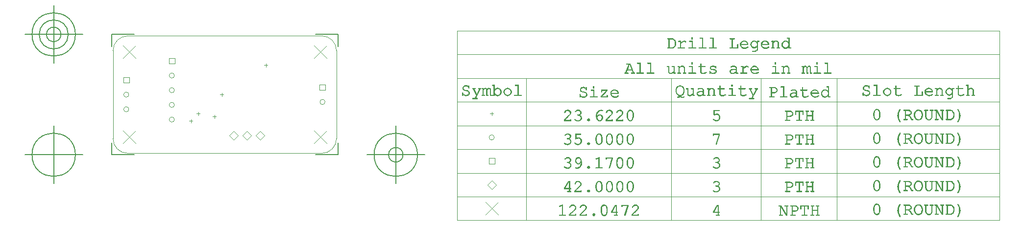
<source format=gbr>
G04 Generated by Ultiboard 14.2 *
%FSLAX24Y24*%
%MOIN*%

%ADD10C,0.0001*%
%ADD11C,0.0004*%
%ADD12C,0.0039*%
%ADD13C,0.0001*%
%ADD14C,0.0050*%


G04 ColorRGB 000000 for the following layer *
%LNDrill Symbols-Copper Top-Copper Bottom*%
%LPD*%
G54D11*
X7982Y34100D02*
X8218Y34100D01*
X8100Y33982D02*
X8100Y34218D01*
X6382Y32800D02*
X6618Y32800D01*
X6500Y32682D02*
X6500Y32918D01*
X5882Y32300D02*
X6118Y32300D01*
X6000Y32182D02*
X6000Y32418D01*
X4525Y33400D02*
G75*
D01*
G02X4525Y33400I175J0*
G01*
X4525Y35400D02*
G75*
D01*
G02X4525Y35400I175J0*
G01*
X4504Y36204D02*
X4896Y36204D01*
X4896Y36596D01*
X4504Y36596D01*
X4504Y36204D01*
X4525Y34400D02*
G75*
D01*
G02X4525Y34400I175J0*
G01*
X4525Y32400D02*
G75*
D01*
G02X4525Y32400I175J0*
G01*
X1404Y34904D02*
X1796Y34904D01*
X1796Y35296D01*
X1404Y35296D01*
X1404Y34904D01*
X1425Y34100D02*
G75*
D01*
G02X1425Y34100I175J0*
G01*
X1425Y33100D02*
G75*
D01*
G02X1425Y33100I175J0*
G01*
X7600Y32482D02*
X7600Y32718D01*
X7482Y32600D02*
X7718Y32600D01*
X11100Y35982D02*
X11100Y36218D01*
X10982Y36100D02*
X11218Y36100D01*
X14754Y34404D02*
X15146Y34404D01*
X15146Y34796D01*
X14754Y34796D01*
X14754Y34404D01*
X14775Y33600D02*
G75*
D01*
G02X14775Y33600I175J0*
G01*
X26268Y29373D02*
X26660Y29373D01*
X26660Y29765D01*
X26268Y29765D01*
X26268Y29373D01*
X26289Y31183D02*
G75*
D01*
G02X26289Y31183I175J0*
G01*
X26464Y32679D02*
X26464Y32915D01*
X26346Y32797D02*
X26582Y32797D01*
G54D12*
X1368Y37432D02*
X2232Y36568D01*
X1368Y36568D02*
X2232Y37432D01*
X1368Y30768D02*
X2232Y31632D01*
X1368Y31632D02*
X2232Y30768D01*
X10700Y31003D02*
X10997Y31300D01*
X10700Y31597D01*
X10403Y31300D01*
X10700Y31003D01*
X9798Y31003D02*
X10095Y31300D01*
X9798Y31597D01*
X9501Y31300D01*
X9798Y31003D01*
X8897Y31003D02*
X9194Y31300D01*
X8897Y31597D01*
X8600Y31300D01*
X8897Y31003D01*
X14368Y36568D02*
X15232Y37432D01*
X14368Y37432D02*
X15232Y36568D01*
X14368Y31632D02*
X15232Y30768D01*
X14368Y30768D02*
X15232Y31632D01*
X26033Y25909D02*
X26896Y26772D01*
X26033Y26772D02*
X26896Y25909D01*
X26464Y27658D02*
X26761Y27955D01*
X26464Y28252D01*
X26167Y27955D01*
X26464Y27658D01*
G54D13*
G36*
X31046Y25884D02*
X31046Y25884D01*
X31046Y25903D01*
X31044Y25894D01*
X31046Y25884D01*
D02*
G37*
X31046Y25903D01*
X31044Y25894D01*
X31046Y25884D01*
G36*
X31046Y25903D02*
X31046Y25903D01*
X31046Y25884D01*
X31052Y25876D01*
X31046Y25903D01*
D02*
G37*
X31046Y25884D01*
X31052Y25876D01*
X31046Y25903D01*
G36*
X31052Y25876D02*
X31052Y25876D01*
X31052Y25911D01*
X31046Y25903D01*
X31052Y25876D01*
D02*
G37*
X31052Y25911D01*
X31046Y25903D01*
X31052Y25876D01*
G36*
X31052Y25911D02*
X31052Y25911D01*
X31052Y25876D01*
X31062Y25871D01*
X31052Y25911D01*
D02*
G37*
X31052Y25876D01*
X31062Y25871D01*
X31052Y25911D01*
G36*
X31062Y25871D02*
X31062Y25871D01*
X31062Y25916D01*
X31052Y25911D01*
X31062Y25871D01*
D02*
G37*
X31062Y25916D01*
X31052Y25911D01*
X31062Y25871D01*
G36*
X31062Y25916D02*
X31062Y25916D01*
X31062Y25871D01*
X31077Y25869D01*
X31062Y25916D01*
D02*
G37*
X31062Y25871D01*
X31077Y25869D01*
X31062Y25916D01*
G36*
X31077Y25869D02*
X31077Y25869D01*
X31077Y25918D01*
X31062Y25916D01*
X31077Y25869D01*
D02*
G37*
X31077Y25918D01*
X31062Y25916D01*
X31077Y25869D01*
G36*
X31077Y25918D02*
X31077Y25918D01*
X31077Y25869D01*
X31457Y25869D01*
X31077Y25918D01*
D02*
G37*
X31077Y25869D01*
X31457Y25869D01*
X31077Y25918D01*
G36*
X31457Y25869D02*
X31457Y25869D01*
X31243Y25918D01*
X31077Y25918D01*
X31457Y25869D01*
D02*
G37*
X31243Y25918D01*
X31077Y25918D01*
X31457Y25869D01*
G36*
X31243Y25918D02*
X31243Y25918D01*
X31457Y25869D01*
X31291Y25918D01*
X31243Y25918D01*
D02*
G37*
X31457Y25869D01*
X31291Y25918D01*
X31243Y25918D01*
G36*
X31291Y25918D02*
X31291Y25918D01*
X31243Y26536D01*
X31243Y25918D01*
X31291Y25918D01*
D02*
G37*
X31243Y26536D01*
X31243Y25918D01*
X31291Y25918D01*
G36*
X31243Y26536D02*
X31243Y26536D01*
X31291Y25918D01*
X31291Y26603D01*
X31243Y26536D01*
D02*
G37*
X31291Y25918D01*
X31291Y26603D01*
X31243Y26536D01*
G36*
X31291Y26603D02*
X31291Y26603D01*
X31085Y26486D01*
X31243Y26536D01*
X31291Y26603D01*
D02*
G37*
X31085Y26486D01*
X31243Y26536D01*
X31291Y26603D01*
G36*
X31085Y26486D02*
X31085Y26486D01*
X31291Y26603D01*
X31075Y26484D01*
X31085Y26486D01*
D02*
G37*
X31291Y26603D01*
X31075Y26484D01*
X31085Y26486D01*
G36*
X31070Y26533D02*
X31070Y26533D01*
X31058Y26528D01*
X31060Y26485D01*
X31070Y26533D01*
D02*
G37*
X31058Y26528D01*
X31060Y26485D01*
X31070Y26533D01*
G36*
X31070Y26533D01*
X31060Y26485D01*
X31068Y26483D01*
X31070Y26533D01*
D02*
G37*
X31060Y26485D01*
X31068Y26483D01*
X31070Y26533D01*
G36*
X31070Y26533D01*
X31068Y26483D01*
X31075Y26484D01*
X31070Y26533D01*
D02*
G37*
X31068Y26483D01*
X31075Y26484D01*
X31070Y26533D01*
G36*
X31070Y26533D01*
X31075Y26484D01*
X31291Y26603D01*
X31070Y26533D01*
D02*
G37*
X31075Y26484D01*
X31291Y26603D01*
X31070Y26533D01*
G36*
X31058Y26528D02*
X31058Y26528D01*
X31052Y26490D01*
X31060Y26485D01*
X31058Y26528D01*
D02*
G37*
X31052Y26490D01*
X31060Y26485D01*
X31058Y26528D01*
G36*
X31052Y26490D02*
X31052Y26490D01*
X31058Y26528D01*
X31051Y26523D01*
X31052Y26490D01*
D02*
G37*
X31058Y26528D01*
X31051Y26523D01*
X31052Y26490D01*
G36*
X31051Y26523D02*
X31051Y26523D01*
X31047Y26498D01*
X31052Y26490D01*
X31051Y26523D01*
D02*
G37*
X31047Y26498D01*
X31052Y26490D01*
X31051Y26523D01*
G36*
X31047Y26498D02*
X31047Y26498D01*
X31051Y26523D01*
X31046Y26516D01*
X31047Y26498D01*
D02*
G37*
X31051Y26523D01*
X31046Y26516D01*
X31047Y26498D01*
G36*
X31046Y26516D02*
X31046Y26516D01*
X31045Y26507D01*
X31047Y26498D01*
X31046Y26516D01*
D02*
G37*
X31045Y26507D01*
X31047Y26498D01*
X31046Y26516D01*
G36*
X31457Y25869D02*
X31457Y25869D01*
X31457Y25918D01*
X31291Y25918D01*
X31457Y25869D01*
D02*
G37*
X31457Y25918D01*
X31291Y25918D01*
X31457Y25869D01*
G36*
X31457Y25918D02*
X31457Y25918D01*
X31457Y25869D01*
X31472Y25871D01*
X31457Y25918D01*
D02*
G37*
X31457Y25869D01*
X31472Y25871D01*
X31457Y25918D01*
G36*
X31472Y25871D02*
X31472Y25871D01*
X31472Y25916D01*
X31457Y25918D01*
X31472Y25871D01*
D02*
G37*
X31472Y25916D01*
X31457Y25918D01*
X31472Y25871D01*
G36*
X31472Y25916D02*
X31472Y25916D01*
X31472Y25871D01*
X31482Y25876D01*
X31472Y25916D01*
D02*
G37*
X31472Y25871D01*
X31482Y25876D01*
X31472Y25916D01*
G36*
X31482Y25876D02*
X31482Y25876D01*
X31482Y25911D01*
X31472Y25916D01*
X31482Y25876D01*
D02*
G37*
X31482Y25911D01*
X31472Y25916D01*
X31482Y25876D01*
G36*
X31482Y25911D02*
X31482Y25911D01*
X31482Y25876D01*
X31488Y25884D01*
X31482Y25911D01*
D02*
G37*
X31482Y25876D01*
X31488Y25884D01*
X31482Y25911D01*
G36*
X31488Y25884D02*
X31488Y25884D01*
X31488Y25903D01*
X31482Y25911D01*
X31488Y25884D01*
D02*
G37*
X31488Y25903D01*
X31482Y25911D01*
X31488Y25884D01*
G36*
X31488Y25903D02*
X31488Y25903D01*
X31488Y25884D01*
X31489Y25894D01*
X31488Y25903D01*
D02*
G37*
X31488Y25884D01*
X31489Y25894D01*
X31488Y25903D01*
G36*
X32188Y25869D02*
X32188Y25869D01*
X32188Y25937D01*
X32187Y25952D01*
X32188Y25869D01*
D02*
G37*
X32188Y25937D01*
X32187Y25952D01*
X32188Y25869D01*
G36*
X32188Y25869D01*
X32187Y25952D01*
X32182Y25962D01*
X32188Y25869D01*
D02*
G37*
X32187Y25952D01*
X32182Y25962D01*
X32188Y25869D01*
G36*
X32188Y25869D01*
X32182Y25962D01*
X32174Y25967D01*
X32188Y25869D01*
D02*
G37*
X32182Y25962D01*
X32174Y25967D01*
X32188Y25869D01*
G36*
X32188Y25869D01*
X32174Y25967D01*
X32164Y25969D01*
X32188Y25869D01*
D02*
G37*
X32174Y25967D01*
X32164Y25969D01*
X32188Y25869D01*
G36*
X32188Y25869D01*
X32164Y25969D01*
X32154Y25967D01*
X32188Y25869D01*
D02*
G37*
X32164Y25969D01*
X32154Y25967D01*
X32188Y25869D01*
G36*
X32188Y25869D01*
X32154Y25967D01*
X32146Y25962D01*
X32188Y25869D01*
D02*
G37*
X32154Y25967D01*
X32146Y25962D01*
X32188Y25869D01*
G36*
X32188Y25869D01*
X32146Y25962D01*
X32141Y25952D01*
X32188Y25869D01*
D02*
G37*
X32146Y25962D01*
X32141Y25952D01*
X32188Y25869D01*
G36*
X32188Y25869D01*
X32141Y25952D01*
X32139Y25937D01*
X32188Y25869D01*
D02*
G37*
X32141Y25952D01*
X32139Y25937D01*
X32188Y25869D01*
G36*
X32188Y25869D01*
X32139Y25937D01*
X32139Y25918D01*
X32188Y25869D01*
D02*
G37*
X32139Y25937D01*
X32139Y25918D01*
X32188Y25869D01*
G36*
X32188Y25869D01*
X32139Y25918D01*
X31767Y25918D01*
X32188Y25869D01*
D02*
G37*
X32139Y25918D01*
X31767Y25918D01*
X32188Y25869D01*
G36*
X32188Y25869D01*
X31767Y25918D01*
X31720Y25869D01*
X32188Y25869D01*
D02*
G37*
X31767Y25918D01*
X31720Y25869D01*
X32188Y25869D01*
G36*
X32097Y26305D02*
X32097Y26305D01*
X32103Y26241D01*
X32117Y26333D01*
X32097Y26305D01*
D02*
G37*
X32103Y26241D01*
X32117Y26333D01*
X32097Y26305D01*
G36*
X32103Y26241D02*
X32103Y26241D01*
X32097Y26305D01*
X32062Y26266D01*
X32103Y26241D01*
D02*
G37*
X32097Y26305D01*
X32062Y26266D01*
X32103Y26241D01*
G36*
X32062Y26266D02*
X32062Y26266D01*
X32045Y26183D01*
X32103Y26241D01*
X32062Y26266D01*
D02*
G37*
X32045Y26183D01*
X32103Y26241D01*
X32062Y26266D01*
G36*
X32045Y26183D02*
X32045Y26183D01*
X32062Y26266D01*
X32007Y26211D01*
X32045Y26183D01*
D02*
G37*
X32062Y26266D01*
X32007Y26211D01*
X32045Y26183D01*
G36*
X32007Y26211D02*
X32007Y26211D01*
X31891Y26033D01*
X32045Y26183D01*
X32007Y26211D01*
D02*
G37*
X31891Y26033D01*
X32045Y26183D01*
X32007Y26211D01*
G36*
X31891Y26033D02*
X31891Y26033D01*
X32007Y26211D01*
X31866Y26075D01*
X31891Y26033D01*
D02*
G37*
X32007Y26211D01*
X31866Y26075D01*
X31891Y26033D01*
G36*
X31866Y26075D02*
X31866Y26075D01*
X31767Y25921D01*
X31891Y26033D01*
X31866Y26075D01*
D02*
G37*
X31767Y25921D01*
X31891Y26033D01*
X31866Y26075D01*
G36*
X31767Y25921D02*
X31767Y25921D01*
X31866Y26075D01*
X31720Y25941D01*
X31767Y25921D01*
D02*
G37*
X31866Y26075D01*
X31720Y25941D01*
X31767Y25921D01*
G36*
X31720Y25941D02*
X31720Y25941D01*
X31767Y25918D01*
X31767Y25921D01*
X31720Y25941D01*
D02*
G37*
X31767Y25918D01*
X31767Y25921D01*
X31720Y25941D01*
G36*
X31767Y25918D02*
X31767Y25918D01*
X31720Y25941D01*
X31720Y25869D01*
X31767Y25918D01*
D02*
G37*
X31720Y25941D01*
X31720Y25869D01*
X31767Y25918D01*
G36*
X32184Y26444D02*
X32184Y26444D01*
X32151Y26515D01*
X32162Y26314D01*
X32184Y26444D01*
D02*
G37*
X32151Y26515D01*
X32162Y26314D01*
X32184Y26444D01*
G36*
X32184Y26444D01*
X32162Y26314D01*
X32177Y26344D01*
X32184Y26444D01*
D02*
G37*
X32162Y26314D01*
X32177Y26344D01*
X32184Y26444D01*
G36*
X32184Y26444D01*
X32177Y26344D01*
X32185Y26373D01*
X32184Y26444D01*
D02*
G37*
X32177Y26344D01*
X32185Y26373D01*
X32184Y26444D01*
G36*
X32184Y26444D01*
X32185Y26373D01*
X32188Y26405D01*
X32184Y26444D01*
D02*
G37*
X32185Y26373D01*
X32188Y26405D01*
X32184Y26444D01*
G36*
X32140Y26283D02*
X32140Y26283D01*
X32162Y26314D01*
X32151Y26515D01*
X32140Y26283D01*
D02*
G37*
X32162Y26314D01*
X32151Y26515D01*
X32140Y26283D01*
G36*
X32140Y26283D01*
X32151Y26515D01*
X32139Y26403D01*
X32140Y26283D01*
D02*
G37*
X32151Y26515D01*
X32139Y26403D01*
X32140Y26283D01*
G36*
X32140Y26283D01*
X32139Y26403D01*
X32137Y26380D01*
X32140Y26283D01*
D02*
G37*
X32139Y26403D01*
X32137Y26380D01*
X32140Y26283D01*
G36*
X32140Y26283D01*
X32137Y26380D01*
X32130Y26358D01*
X32140Y26283D01*
D02*
G37*
X32137Y26380D01*
X32130Y26358D01*
X32140Y26283D01*
G36*
X32140Y26283D01*
X32130Y26358D01*
X32117Y26333D01*
X32140Y26283D01*
D02*
G37*
X32130Y26358D01*
X32117Y26333D01*
X32140Y26283D01*
G36*
X32140Y26283D01*
X32117Y26333D01*
X32103Y26241D01*
X32140Y26283D01*
D02*
G37*
X32117Y26333D01*
X32103Y26241D01*
X32140Y26283D01*
G36*
X32111Y26489D02*
X32111Y26489D01*
X32123Y26548D01*
X32089Y26514D01*
X32111Y26489D01*
D02*
G37*
X32123Y26548D01*
X32089Y26514D01*
X32111Y26489D01*
G36*
X32123Y26548D02*
X32123Y26548D01*
X32111Y26489D01*
X32136Y26434D01*
X32123Y26548D01*
D02*
G37*
X32111Y26489D01*
X32136Y26434D01*
X32123Y26548D01*
G36*
X32136Y26434D02*
X32136Y26434D01*
X32151Y26515D01*
X32123Y26548D01*
X32136Y26434D01*
D02*
G37*
X32151Y26515D01*
X32123Y26548D01*
X32136Y26434D01*
G36*
X32151Y26515D02*
X32151Y26515D01*
X32136Y26434D01*
X32139Y26403D01*
X32151Y26515D01*
D02*
G37*
X32136Y26434D01*
X32139Y26403D01*
X32151Y26515D01*
G36*
X32002Y26558D02*
X32002Y26558D01*
X32011Y26607D01*
X31968Y26561D01*
X32002Y26558D01*
D02*
G37*
X32011Y26607D01*
X31968Y26561D01*
X32002Y26558D01*
G36*
X32011Y26607D02*
X32011Y26607D01*
X32002Y26558D01*
X32062Y26535D01*
X32011Y26607D01*
D02*
G37*
X32002Y26558D01*
X32062Y26535D01*
X32011Y26607D01*
G36*
X32062Y26535D02*
X32062Y26535D01*
X32089Y26575D01*
X32011Y26607D01*
X32062Y26535D01*
D02*
G37*
X32089Y26575D01*
X32011Y26607D01*
X32062Y26535D01*
G36*
X32089Y26575D02*
X32089Y26575D01*
X32062Y26535D01*
X32089Y26514D01*
X32089Y26575D01*
D02*
G37*
X32062Y26535D01*
X32089Y26514D01*
X32089Y26575D01*
G36*
X32089Y26514D02*
X32089Y26514D01*
X32123Y26548D01*
X32089Y26575D01*
X32089Y26514D01*
D02*
G37*
X32123Y26548D01*
X32089Y26575D01*
X32089Y26514D01*
G36*
X31855Y26525D02*
X31855Y26525D01*
X31858Y26583D01*
X31815Y26484D01*
X31855Y26525D01*
D02*
G37*
X31858Y26583D01*
X31815Y26484D01*
X31855Y26525D01*
G36*
X31858Y26583D02*
X31858Y26583D01*
X31855Y26525D01*
X31908Y26552D01*
X31858Y26583D01*
D02*
G37*
X31855Y26525D01*
X31908Y26552D01*
X31858Y26583D01*
G36*
X31908Y26552D02*
X31908Y26552D01*
X31912Y26604D01*
X31858Y26583D01*
X31908Y26552D01*
D02*
G37*
X31912Y26604D01*
X31858Y26583D01*
X31908Y26552D01*
G36*
X31912Y26604D02*
X31912Y26604D01*
X31908Y26552D01*
X31968Y26561D01*
X31912Y26604D01*
D02*
G37*
X31908Y26552D01*
X31968Y26561D01*
X31912Y26604D01*
G36*
X31968Y26561D02*
X31968Y26561D01*
X31967Y26610D01*
X31912Y26604D01*
X31968Y26561D01*
D02*
G37*
X31967Y26610D01*
X31912Y26604D01*
X31968Y26561D01*
G36*
X31967Y26610D02*
X31967Y26610D01*
X31968Y26561D01*
X32011Y26607D01*
X31967Y26610D01*
D02*
G37*
X31968Y26561D01*
X32011Y26607D01*
X31967Y26610D01*
G36*
X31810Y26551D02*
X31810Y26551D01*
X31774Y26509D01*
X31776Y26413D01*
X31810Y26551D01*
D02*
G37*
X31774Y26509D01*
X31776Y26413D01*
X31810Y26551D01*
G36*
X31810Y26551D01*
X31776Y26413D01*
X31783Y26417D01*
X31810Y26551D01*
D02*
G37*
X31776Y26413D01*
X31783Y26417D01*
X31810Y26551D01*
G36*
X31810Y26551D01*
X31783Y26417D01*
X31788Y26424D01*
X31810Y26551D01*
D02*
G37*
X31783Y26417D01*
X31788Y26424D01*
X31810Y26551D01*
G36*
X31810Y26551D01*
X31788Y26424D01*
X31792Y26435D01*
X31810Y26551D01*
D02*
G37*
X31788Y26424D01*
X31792Y26435D01*
X31810Y26551D01*
G36*
X31810Y26551D01*
X31792Y26435D01*
X31815Y26484D01*
X31810Y26551D01*
D02*
G37*
X31792Y26435D01*
X31815Y26484D01*
X31810Y26551D01*
G36*
X31810Y26551D01*
X31815Y26484D01*
X31858Y26583D01*
X31810Y26551D01*
D02*
G37*
X31815Y26484D01*
X31858Y26583D01*
X31810Y26551D01*
G36*
X31750Y26418D02*
X31750Y26418D01*
X31751Y26467D01*
X31745Y26425D01*
X31750Y26418D01*
D02*
G37*
X31751Y26467D01*
X31745Y26425D01*
X31750Y26418D01*
G36*
X31751Y26467D02*
X31751Y26467D01*
X31750Y26418D01*
X31758Y26413D01*
X31751Y26467D01*
D02*
G37*
X31750Y26418D01*
X31758Y26413D01*
X31751Y26467D01*
G36*
X31758Y26413D02*
X31758Y26413D01*
X31774Y26509D01*
X31751Y26467D01*
X31758Y26413D01*
D02*
G37*
X31774Y26509D01*
X31751Y26467D01*
X31758Y26413D01*
G36*
X31774Y26509D02*
X31774Y26509D01*
X31758Y26413D01*
X31767Y26411D01*
X31774Y26509D01*
D02*
G37*
X31758Y26413D01*
X31767Y26411D01*
X31774Y26509D01*
G36*
X31767Y26411D02*
X31767Y26411D01*
X31776Y26413D01*
X31774Y26509D01*
X31767Y26411D01*
D02*
G37*
X31776Y26413D01*
X31774Y26509D01*
X31767Y26411D01*
G36*
X31745Y26425D02*
X31745Y26425D01*
X31751Y26467D01*
X31744Y26434D01*
X31745Y26425D01*
D02*
G37*
X31751Y26467D01*
X31744Y26434D01*
X31745Y26425D01*
G36*
X32897Y25869D02*
X32897Y25869D01*
X32897Y25937D01*
X32895Y25952D01*
X32897Y25869D01*
D02*
G37*
X32897Y25937D01*
X32895Y25952D01*
X32897Y25869D01*
G36*
X32897Y25869D01*
X32895Y25952D01*
X32890Y25962D01*
X32897Y25869D01*
D02*
G37*
X32895Y25952D01*
X32890Y25962D01*
X32897Y25869D01*
G36*
X32897Y25869D01*
X32890Y25962D01*
X32883Y25967D01*
X32897Y25869D01*
D02*
G37*
X32890Y25962D01*
X32883Y25967D01*
X32897Y25869D01*
G36*
X32897Y25869D01*
X32883Y25967D01*
X32873Y25969D01*
X32897Y25869D01*
D02*
G37*
X32883Y25967D01*
X32873Y25969D01*
X32897Y25869D01*
G36*
X32897Y25869D01*
X32873Y25969D01*
X32863Y25967D01*
X32897Y25869D01*
D02*
G37*
X32873Y25969D01*
X32863Y25967D01*
X32897Y25869D01*
G36*
X32897Y25869D01*
X32863Y25967D01*
X32855Y25962D01*
X32897Y25869D01*
D02*
G37*
X32863Y25967D01*
X32855Y25962D01*
X32897Y25869D01*
G36*
X32897Y25869D01*
X32855Y25962D01*
X32850Y25952D01*
X32897Y25869D01*
D02*
G37*
X32855Y25962D01*
X32850Y25952D01*
X32897Y25869D01*
G36*
X32897Y25869D01*
X32850Y25952D01*
X32848Y25937D01*
X32897Y25869D01*
D02*
G37*
X32850Y25952D01*
X32848Y25937D01*
X32897Y25869D01*
G36*
X32897Y25869D01*
X32848Y25937D01*
X32848Y25918D01*
X32897Y25869D01*
D02*
G37*
X32848Y25937D01*
X32848Y25918D01*
X32897Y25869D01*
G36*
X32897Y25869D01*
X32848Y25918D01*
X32476Y25918D01*
X32897Y25869D01*
D02*
G37*
X32848Y25918D01*
X32476Y25918D01*
X32897Y25869D01*
G36*
X32897Y25869D01*
X32476Y25918D01*
X32429Y25869D01*
X32897Y25869D01*
D02*
G37*
X32476Y25918D01*
X32429Y25869D01*
X32897Y25869D01*
G36*
X32806Y26305D02*
X32806Y26305D01*
X32812Y26241D01*
X32826Y26333D01*
X32806Y26305D01*
D02*
G37*
X32812Y26241D01*
X32826Y26333D01*
X32806Y26305D01*
G36*
X32812Y26241D02*
X32812Y26241D01*
X32806Y26305D01*
X32771Y26266D01*
X32812Y26241D01*
D02*
G37*
X32806Y26305D01*
X32771Y26266D01*
X32812Y26241D01*
G36*
X32771Y26266D02*
X32771Y26266D01*
X32754Y26183D01*
X32812Y26241D01*
X32771Y26266D01*
D02*
G37*
X32754Y26183D01*
X32812Y26241D01*
X32771Y26266D01*
G36*
X32754Y26183D02*
X32754Y26183D01*
X32771Y26266D01*
X32716Y26211D01*
X32754Y26183D01*
D02*
G37*
X32771Y26266D01*
X32716Y26211D01*
X32754Y26183D01*
G36*
X32716Y26211D02*
X32716Y26211D01*
X32599Y26033D01*
X32754Y26183D01*
X32716Y26211D01*
D02*
G37*
X32599Y26033D01*
X32754Y26183D01*
X32716Y26211D01*
G36*
X32599Y26033D02*
X32599Y26033D01*
X32716Y26211D01*
X32575Y26075D01*
X32599Y26033D01*
D02*
G37*
X32716Y26211D01*
X32575Y26075D01*
X32599Y26033D01*
G36*
X32575Y26075D02*
X32575Y26075D01*
X32476Y25921D01*
X32599Y26033D01*
X32575Y26075D01*
D02*
G37*
X32476Y25921D01*
X32599Y26033D01*
X32575Y26075D01*
G36*
X32476Y25921D02*
X32476Y25921D01*
X32575Y26075D01*
X32429Y25941D01*
X32476Y25921D01*
D02*
G37*
X32575Y26075D01*
X32429Y25941D01*
X32476Y25921D01*
G36*
X32429Y25941D02*
X32429Y25941D01*
X32476Y25918D01*
X32476Y25921D01*
X32429Y25941D01*
D02*
G37*
X32476Y25918D01*
X32476Y25921D01*
X32429Y25941D01*
G36*
X32476Y25918D02*
X32476Y25918D01*
X32429Y25941D01*
X32429Y25869D01*
X32476Y25918D01*
D02*
G37*
X32429Y25941D01*
X32429Y25869D01*
X32476Y25918D01*
G36*
X32893Y26444D02*
X32893Y26444D01*
X32860Y26515D01*
X32871Y26314D01*
X32893Y26444D01*
D02*
G37*
X32860Y26515D01*
X32871Y26314D01*
X32893Y26444D01*
G36*
X32893Y26444D01*
X32871Y26314D01*
X32886Y26344D01*
X32893Y26444D01*
D02*
G37*
X32871Y26314D01*
X32886Y26344D01*
X32893Y26444D01*
G36*
X32893Y26444D01*
X32886Y26344D01*
X32894Y26373D01*
X32893Y26444D01*
D02*
G37*
X32886Y26344D01*
X32894Y26373D01*
X32893Y26444D01*
G36*
X32893Y26444D01*
X32894Y26373D01*
X32897Y26405D01*
X32893Y26444D01*
D02*
G37*
X32894Y26373D01*
X32897Y26405D01*
X32893Y26444D01*
G36*
X32848Y26283D02*
X32848Y26283D01*
X32871Y26314D01*
X32860Y26515D01*
X32848Y26283D01*
D02*
G37*
X32871Y26314D01*
X32860Y26515D01*
X32848Y26283D01*
G36*
X32848Y26283D01*
X32860Y26515D01*
X32848Y26403D01*
X32848Y26283D01*
D02*
G37*
X32860Y26515D01*
X32848Y26403D01*
X32848Y26283D01*
G36*
X32848Y26283D01*
X32848Y26403D01*
X32845Y26380D01*
X32848Y26283D01*
D02*
G37*
X32848Y26403D01*
X32845Y26380D01*
X32848Y26283D01*
G36*
X32848Y26283D01*
X32845Y26380D01*
X32839Y26358D01*
X32848Y26283D01*
D02*
G37*
X32845Y26380D01*
X32839Y26358D01*
X32848Y26283D01*
G36*
X32848Y26283D01*
X32839Y26358D01*
X32826Y26333D01*
X32848Y26283D01*
D02*
G37*
X32839Y26358D01*
X32826Y26333D01*
X32848Y26283D01*
G36*
X32848Y26283D01*
X32826Y26333D01*
X32812Y26241D01*
X32848Y26283D01*
D02*
G37*
X32826Y26333D01*
X32812Y26241D01*
X32848Y26283D01*
G36*
X32819Y26489D02*
X32819Y26489D01*
X32831Y26548D01*
X32797Y26514D01*
X32819Y26489D01*
D02*
G37*
X32831Y26548D01*
X32797Y26514D01*
X32819Y26489D01*
G36*
X32831Y26548D02*
X32831Y26548D01*
X32819Y26489D01*
X32844Y26434D01*
X32831Y26548D01*
D02*
G37*
X32819Y26489D01*
X32844Y26434D01*
X32831Y26548D01*
G36*
X32844Y26434D02*
X32844Y26434D01*
X32860Y26515D01*
X32831Y26548D01*
X32844Y26434D01*
D02*
G37*
X32860Y26515D01*
X32831Y26548D01*
X32844Y26434D01*
G36*
X32860Y26515D02*
X32860Y26515D01*
X32844Y26434D01*
X32848Y26403D01*
X32860Y26515D01*
D02*
G37*
X32844Y26434D01*
X32848Y26403D01*
X32860Y26515D01*
G36*
X32711Y26558D02*
X32711Y26558D01*
X32719Y26607D01*
X32676Y26561D01*
X32711Y26558D01*
D02*
G37*
X32719Y26607D01*
X32676Y26561D01*
X32711Y26558D01*
G36*
X32719Y26607D02*
X32719Y26607D01*
X32711Y26558D01*
X32771Y26535D01*
X32719Y26607D01*
D02*
G37*
X32711Y26558D01*
X32771Y26535D01*
X32719Y26607D01*
G36*
X32771Y26535D02*
X32771Y26535D01*
X32797Y26575D01*
X32719Y26607D01*
X32771Y26535D01*
D02*
G37*
X32797Y26575D01*
X32719Y26607D01*
X32771Y26535D01*
G36*
X32797Y26575D02*
X32797Y26575D01*
X32771Y26535D01*
X32797Y26514D01*
X32797Y26575D01*
D02*
G37*
X32771Y26535D01*
X32797Y26514D01*
X32797Y26575D01*
G36*
X32797Y26514D02*
X32797Y26514D01*
X32831Y26548D01*
X32797Y26575D01*
X32797Y26514D01*
D02*
G37*
X32831Y26548D01*
X32797Y26575D01*
X32797Y26514D01*
G36*
X32564Y26525D02*
X32564Y26525D01*
X32566Y26583D01*
X32524Y26484D01*
X32564Y26525D01*
D02*
G37*
X32566Y26583D01*
X32524Y26484D01*
X32564Y26525D01*
G36*
X32566Y26583D02*
X32566Y26583D01*
X32564Y26525D01*
X32617Y26552D01*
X32566Y26583D01*
D02*
G37*
X32564Y26525D01*
X32617Y26552D01*
X32566Y26583D01*
G36*
X32617Y26552D02*
X32617Y26552D01*
X32620Y26604D01*
X32566Y26583D01*
X32617Y26552D01*
D02*
G37*
X32620Y26604D01*
X32566Y26583D01*
X32617Y26552D01*
G36*
X32620Y26604D02*
X32620Y26604D01*
X32617Y26552D01*
X32676Y26561D01*
X32620Y26604D01*
D02*
G37*
X32617Y26552D01*
X32676Y26561D01*
X32620Y26604D01*
G36*
X32676Y26561D02*
X32676Y26561D01*
X32676Y26610D01*
X32620Y26604D01*
X32676Y26561D01*
D02*
G37*
X32676Y26610D01*
X32620Y26604D01*
X32676Y26561D01*
G36*
X32676Y26610D02*
X32676Y26610D01*
X32676Y26561D01*
X32719Y26607D01*
X32676Y26610D01*
D02*
G37*
X32676Y26561D01*
X32719Y26607D01*
X32676Y26610D01*
G36*
X32519Y26551D02*
X32519Y26551D01*
X32483Y26509D01*
X32484Y26413D01*
X32519Y26551D01*
D02*
G37*
X32483Y26509D01*
X32484Y26413D01*
X32519Y26551D01*
G36*
X32519Y26551D01*
X32484Y26413D01*
X32492Y26417D01*
X32519Y26551D01*
D02*
G37*
X32484Y26413D01*
X32492Y26417D01*
X32519Y26551D01*
G36*
X32519Y26551D01*
X32492Y26417D01*
X32497Y26424D01*
X32519Y26551D01*
D02*
G37*
X32492Y26417D01*
X32497Y26424D01*
X32519Y26551D01*
G36*
X32519Y26551D01*
X32497Y26424D01*
X32500Y26435D01*
X32519Y26551D01*
D02*
G37*
X32497Y26424D01*
X32500Y26435D01*
X32519Y26551D01*
G36*
X32519Y26551D01*
X32500Y26435D01*
X32524Y26484D01*
X32519Y26551D01*
D02*
G37*
X32500Y26435D01*
X32524Y26484D01*
X32519Y26551D01*
G36*
X32519Y26551D01*
X32524Y26484D01*
X32566Y26583D01*
X32519Y26551D01*
D02*
G37*
X32524Y26484D01*
X32566Y26583D01*
X32519Y26551D01*
G36*
X32459Y26418D02*
X32459Y26418D01*
X32460Y26467D01*
X32454Y26425D01*
X32459Y26418D01*
D02*
G37*
X32460Y26467D01*
X32454Y26425D01*
X32459Y26418D01*
G36*
X32460Y26467D02*
X32460Y26467D01*
X32459Y26418D01*
X32467Y26413D01*
X32460Y26467D01*
D02*
G37*
X32459Y26418D01*
X32467Y26413D01*
X32460Y26467D01*
G36*
X32467Y26413D02*
X32467Y26413D01*
X32483Y26509D01*
X32460Y26467D01*
X32467Y26413D01*
D02*
G37*
X32483Y26509D01*
X32460Y26467D01*
X32467Y26413D01*
G36*
X32483Y26509D02*
X32483Y26509D01*
X32467Y26413D01*
X32476Y26411D01*
X32483Y26509D01*
D02*
G37*
X32467Y26413D01*
X32476Y26411D01*
X32483Y26509D01*
G36*
X32476Y26411D02*
X32476Y26411D01*
X32484Y26413D01*
X32483Y26509D01*
X32476Y26411D01*
D02*
G37*
X32484Y26413D01*
X32483Y26509D01*
X32476Y26411D01*
G36*
X32454Y26425D02*
X32454Y26425D01*
X32460Y26467D01*
X32453Y26434D01*
X32454Y26425D01*
D02*
G37*
X32460Y26467D01*
X32453Y26434D01*
X32454Y26425D01*
G36*
X33383Y26008D02*
X33383Y26008D01*
X33354Y26003D01*
X33383Y26008D01*
D02*
G37*
X33354Y26003D01*
X33383Y26008D01*
G36*
X33383Y26008D01*
X33354Y26003D01*
X33328Y25986D01*
X33383Y26008D01*
D02*
G37*
X33354Y26003D01*
X33328Y25986D01*
X33383Y26008D01*
G36*
X33383Y26008D01*
X33328Y25986D01*
X33311Y25961D01*
X33383Y26008D01*
D02*
G37*
X33328Y25986D01*
X33311Y25961D01*
X33383Y26008D01*
G36*
X33383Y26008D01*
X33311Y25961D01*
X33305Y25930D01*
X33383Y26008D01*
D02*
G37*
X33311Y25961D01*
X33305Y25930D01*
X33383Y26008D01*
G36*
X33383Y26008D01*
X33305Y25930D01*
X33311Y25900D01*
X33383Y26008D01*
D02*
G37*
X33305Y25930D01*
X33311Y25900D01*
X33383Y26008D01*
G36*
X33383Y26008D01*
X33311Y25900D01*
X33328Y25875D01*
X33383Y26008D01*
D02*
G37*
X33311Y25900D01*
X33328Y25875D01*
X33383Y26008D01*
G36*
X33383Y26008D01*
X33328Y25875D01*
X33353Y25858D01*
X33383Y26008D01*
D02*
G37*
X33328Y25875D01*
X33353Y25858D01*
X33383Y26008D01*
G36*
X33383Y26008D01*
X33353Y25858D01*
X33383Y25852D01*
X33383Y26008D01*
D02*
G37*
X33353Y25858D01*
X33383Y25852D01*
X33383Y26008D01*
G36*
X33383Y26008D01*
X33383Y25852D01*
X33404Y25852D01*
X33383Y26008D01*
D02*
G37*
X33383Y25852D01*
X33404Y25852D01*
X33383Y26008D01*
G36*
X33383Y26008D01*
X33404Y25852D01*
X33434Y25858D01*
X33383Y26008D01*
D02*
G37*
X33404Y25852D01*
X33434Y25858D01*
X33383Y26008D01*
G36*
X33383Y26008D01*
X33434Y25858D01*
X33459Y25875D01*
X33383Y26008D01*
D02*
G37*
X33434Y25858D01*
X33459Y25875D01*
X33383Y26008D01*
G36*
X33383Y26008D01*
X33459Y25875D01*
X33477Y25900D01*
X33383Y26008D01*
D02*
G37*
X33459Y25875D01*
X33477Y25900D01*
X33383Y26008D01*
G36*
X33383Y26008D01*
X33477Y25900D01*
X33483Y25931D01*
X33383Y26008D01*
D02*
G37*
X33477Y25900D01*
X33483Y25931D01*
X33383Y26008D01*
G36*
X33383Y26008D01*
X33483Y25931D01*
X33477Y25960D01*
X33383Y26008D01*
D02*
G37*
X33483Y25931D01*
X33477Y25960D01*
X33383Y26008D01*
G36*
X33383Y26008D01*
X33477Y25960D01*
X33460Y25986D01*
X33383Y26008D01*
D02*
G37*
X33477Y25960D01*
X33460Y25986D01*
X33383Y26008D01*
G36*
X33383Y26008D01*
X33460Y25986D01*
X33434Y26003D01*
X33383Y26008D01*
D02*
G37*
X33460Y25986D01*
X33434Y26003D01*
X33383Y26008D01*
G36*
X33383Y26008D01*
X33434Y26003D01*
X33404Y26008D01*
X33383Y26008D01*
D02*
G37*
X33434Y26003D01*
X33404Y26008D01*
X33383Y26008D01*
G36*
X34321Y26354D02*
X34321Y26354D01*
X34312Y26407D01*
X34320Y26097D01*
X34321Y26354D01*
D02*
G37*
X34312Y26407D01*
X34320Y26097D01*
X34321Y26354D01*
G36*
X34321Y26354D01*
X34320Y26097D01*
X34325Y26171D01*
X34321Y26354D01*
D02*
G37*
X34320Y26097D01*
X34325Y26171D01*
X34321Y26354D01*
G36*
X34321Y26354D01*
X34325Y26171D01*
X34325Y26291D01*
X34321Y26354D01*
D02*
G37*
X34325Y26171D01*
X34325Y26291D01*
X34321Y26354D01*
G36*
X34300Y26444D02*
X34300Y26444D01*
X34320Y26097D01*
X34312Y26407D01*
X34300Y26444D01*
D02*
G37*
X34320Y26097D01*
X34312Y26407D01*
X34300Y26444D01*
G36*
X34320Y26097D02*
X34320Y26097D01*
X34300Y26444D01*
X34283Y26484D01*
X34320Y26097D01*
D02*
G37*
X34300Y26444D01*
X34283Y26484D01*
X34320Y26097D01*
G36*
X34283Y26484D02*
X34283Y26484D01*
X34283Y25973D01*
X34320Y26097D01*
X34283Y26484D01*
D02*
G37*
X34283Y25973D01*
X34320Y26097D01*
X34283Y26484D01*
G36*
X34283Y25973D02*
X34283Y25973D01*
X34283Y26484D01*
X34276Y26285D01*
X34283Y25973D01*
D02*
G37*
X34283Y26484D01*
X34276Y26285D01*
X34283Y25973D01*
G36*
X34276Y26285D02*
X34276Y26285D01*
X34276Y26178D01*
X34283Y25973D01*
X34276Y26285D01*
D02*
G37*
X34276Y26178D01*
X34283Y25973D01*
X34276Y26285D01*
G36*
X34213Y26507D02*
X34213Y26507D01*
X34217Y26573D01*
X34197Y26525D01*
X34213Y26507D01*
D02*
G37*
X34217Y26573D01*
X34197Y26525D01*
X34213Y26507D01*
G36*
X34217Y26573D02*
X34217Y26573D01*
X34213Y26507D01*
X34236Y26465D01*
X34217Y26573D01*
D02*
G37*
X34213Y26507D01*
X34236Y26465D01*
X34217Y26573D01*
G36*
X34236Y26465D02*
X34236Y26465D01*
X34246Y26546D01*
X34217Y26573D01*
X34236Y26465D01*
D02*
G37*
X34246Y26546D01*
X34217Y26573D01*
X34236Y26465D01*
G36*
X34246Y26546D02*
X34246Y26546D01*
X34236Y26465D01*
X34257Y26412D01*
X34246Y26546D01*
D02*
G37*
X34236Y26465D01*
X34257Y26412D01*
X34246Y26546D01*
G36*
X34257Y26412D02*
X34257Y26412D01*
X34264Y26521D01*
X34246Y26546D01*
X34257Y26412D01*
D02*
G37*
X34264Y26521D01*
X34246Y26546D01*
X34257Y26412D01*
G36*
X34264Y26521D02*
X34264Y26521D01*
X34257Y26412D01*
X34271Y26351D01*
X34264Y26521D01*
D02*
G37*
X34257Y26412D01*
X34271Y26351D01*
X34264Y26521D01*
G36*
X34271Y26351D02*
X34271Y26351D01*
X34283Y26484D01*
X34264Y26521D01*
X34271Y26351D01*
D02*
G37*
X34283Y26484D01*
X34264Y26521D01*
X34271Y26351D01*
G36*
X34283Y26484D02*
X34283Y26484D01*
X34271Y26351D01*
X34276Y26285D01*
X34283Y26484D01*
D02*
G37*
X34271Y26351D01*
X34276Y26285D01*
X34283Y26484D01*
G36*
X34141Y26556D02*
X34141Y26556D01*
X34143Y26606D01*
X34102Y26561D01*
X34141Y26556D01*
D02*
G37*
X34143Y26606D01*
X34102Y26561D01*
X34141Y26556D01*
G36*
X34143Y26606D02*
X34143Y26606D01*
X34141Y26556D01*
X34176Y26541D01*
X34143Y26606D01*
D02*
G37*
X34141Y26556D01*
X34176Y26541D01*
X34143Y26606D01*
G36*
X34176Y26541D02*
X34176Y26541D01*
X34182Y26593D01*
X34143Y26606D01*
X34176Y26541D01*
D02*
G37*
X34182Y26593D01*
X34143Y26606D01*
X34176Y26541D01*
G36*
X34182Y26593D02*
X34182Y26593D01*
X34176Y26541D01*
X34197Y26525D01*
X34182Y26593D01*
D02*
G37*
X34176Y26541D01*
X34197Y26525D01*
X34182Y26593D01*
G36*
X34197Y26525D02*
X34197Y26525D01*
X34217Y26573D01*
X34182Y26593D01*
X34197Y26525D01*
D02*
G37*
X34217Y26573D01*
X34182Y26593D01*
X34197Y26525D01*
G36*
X33954Y26435D02*
X33954Y26435D01*
X33954Y26539D01*
X33931Y26338D01*
X33954Y26435D01*
D02*
G37*
X33954Y26539D01*
X33931Y26338D01*
X33954Y26435D01*
G36*
X33954Y26539D02*
X33954Y26539D01*
X33954Y26435D01*
X33975Y26478D01*
X33954Y26539D01*
D02*
G37*
X33954Y26435D01*
X33975Y26478D01*
X33954Y26539D01*
G36*
X33975Y26478D02*
X33975Y26478D01*
X33985Y26570D01*
X33954Y26539D01*
X33975Y26478D01*
D02*
G37*
X33985Y26570D01*
X33954Y26539D01*
X33975Y26478D01*
G36*
X33985Y26570D02*
X33985Y26570D01*
X33975Y26478D01*
X34000Y26515D01*
X33985Y26570D01*
D02*
G37*
X33975Y26478D01*
X34000Y26515D01*
X33985Y26570D01*
G36*
X34000Y26515D02*
X34000Y26515D01*
X34059Y26606D01*
X33985Y26570D01*
X34000Y26515D01*
D02*
G37*
X34059Y26606D01*
X33985Y26570D01*
X34000Y26515D01*
G36*
X34059Y26606D02*
X34059Y26606D01*
X34000Y26515D01*
X34064Y26556D01*
X34059Y26606D01*
D02*
G37*
X34000Y26515D01*
X34064Y26556D01*
X34059Y26606D01*
G36*
X34064Y26556D02*
X34064Y26556D01*
X34101Y26610D01*
X34059Y26606D01*
X34064Y26556D01*
D02*
G37*
X34101Y26610D01*
X34059Y26606D01*
X34064Y26556D01*
G36*
X34101Y26610D02*
X34101Y26610D01*
X34064Y26556D01*
X34102Y26561D01*
X34101Y26610D01*
D02*
G37*
X34064Y26556D01*
X34102Y26561D01*
X34101Y26610D01*
G36*
X34102Y26561D02*
X34102Y26561D01*
X34143Y26606D01*
X34101Y26610D01*
X34102Y26561D01*
D02*
G37*
X34143Y26606D01*
X34101Y26610D01*
X34102Y26561D01*
G36*
X33922Y26489D02*
X33922Y26489D01*
X33885Y26365D01*
X33893Y26055D01*
X33922Y26489D01*
D02*
G37*
X33885Y26365D01*
X33893Y26055D01*
X33922Y26489D01*
G36*
X33922Y26489D01*
X33893Y26055D01*
X33905Y26018D01*
X33922Y26489D01*
D02*
G37*
X33893Y26055D01*
X33905Y26018D01*
X33922Y26489D01*
G36*
X33922Y26489D01*
X33905Y26018D01*
X33922Y25978D01*
X33922Y26489D01*
D02*
G37*
X33905Y26018D01*
X33922Y25978D01*
X33922Y26489D01*
G36*
X33922Y26489D01*
X33922Y25978D01*
X33928Y26178D01*
X33922Y26489D01*
D02*
G37*
X33922Y25978D01*
X33928Y26178D01*
X33922Y26489D01*
G36*
X33922Y26489D01*
X33928Y26178D01*
X33928Y26285D01*
X33922Y26489D01*
D02*
G37*
X33928Y26178D01*
X33928Y26285D01*
X33922Y26489D01*
G36*
X33922Y26489D01*
X33928Y26285D01*
X33931Y26338D01*
X33922Y26489D01*
D02*
G37*
X33928Y26285D01*
X33931Y26338D01*
X33922Y26489D01*
G36*
X33922Y26489D01*
X33931Y26338D01*
X33954Y26539D01*
X33922Y26489D01*
D02*
G37*
X33931Y26338D01*
X33954Y26539D01*
X33922Y26489D01*
G36*
X34273Y26124D02*
X34273Y26124D01*
X34283Y25973D01*
X34276Y26178D01*
X34273Y26124D01*
D02*
G37*
X34283Y25973D01*
X34276Y26178D01*
X34273Y26124D01*
G36*
X34283Y25973D02*
X34283Y25973D01*
X34273Y26124D01*
X34250Y26027D01*
X34283Y25973D01*
D02*
G37*
X34273Y26124D01*
X34250Y26027D01*
X34283Y25973D01*
G36*
X34250Y26027D02*
X34250Y26027D01*
X34250Y25924D01*
X34283Y25973D01*
X34250Y26027D01*
D02*
G37*
X34250Y25924D01*
X34283Y25973D01*
X34250Y26027D01*
G36*
X34250Y25924D02*
X34250Y25924D01*
X34250Y26027D01*
X34230Y25984D01*
X34250Y25924D01*
D02*
G37*
X34250Y26027D01*
X34230Y25984D01*
X34250Y25924D01*
G36*
X34230Y25984D02*
X34230Y25984D01*
X34219Y25892D01*
X34250Y25924D01*
X34230Y25984D01*
D02*
G37*
X34219Y25892D01*
X34250Y25924D01*
X34230Y25984D01*
G36*
X34219Y25892D02*
X34219Y25892D01*
X34230Y25984D01*
X34205Y25947D01*
X34219Y25892D01*
D02*
G37*
X34230Y25984D01*
X34205Y25947D01*
X34219Y25892D01*
G36*
X34205Y25947D02*
X34205Y25947D01*
X34146Y25857D01*
X34219Y25892D01*
X34205Y25947D01*
D02*
G37*
X34146Y25857D01*
X34219Y25892D01*
X34205Y25947D01*
G36*
X34146Y25857D02*
X34146Y25857D01*
X34205Y25947D01*
X34141Y25906D01*
X34146Y25857D01*
D02*
G37*
X34205Y25947D01*
X34141Y25906D01*
X34146Y25857D01*
G36*
X34141Y25906D02*
X34141Y25906D01*
X34103Y25901D01*
X34146Y25857D01*
X34141Y25906D01*
D02*
G37*
X34103Y25901D01*
X34146Y25857D01*
X34141Y25906D01*
G36*
X34103Y25901D02*
X34103Y25901D01*
X34103Y25852D01*
X34146Y25857D01*
X34103Y25901D01*
D02*
G37*
X34103Y25852D01*
X34146Y25857D01*
X34103Y25901D01*
G36*
X34103Y25852D02*
X34103Y25852D01*
X34103Y25901D01*
X34064Y25906D01*
X34103Y25852D01*
D02*
G37*
X34103Y25901D01*
X34064Y25906D01*
X34103Y25852D01*
G36*
X34064Y25906D02*
X34064Y25906D01*
X34062Y25856D01*
X34103Y25852D01*
X34064Y25906D01*
D02*
G37*
X34062Y25856D01*
X34103Y25852D01*
X34064Y25906D01*
G36*
X34062Y25856D02*
X34062Y25856D01*
X34064Y25906D01*
X34029Y25921D01*
X34062Y25856D01*
D02*
G37*
X34064Y25906D01*
X34029Y25921D01*
X34062Y25856D01*
G36*
X34029Y25921D02*
X34029Y25921D01*
X34023Y25869D01*
X34062Y25856D01*
X34029Y25921D01*
D02*
G37*
X34023Y25869D01*
X34062Y25856D01*
X34029Y25921D01*
G36*
X34023Y25869D02*
X34023Y25869D01*
X34029Y25921D01*
X34008Y25937D01*
X34023Y25869D01*
D02*
G37*
X34029Y25921D01*
X34008Y25937D01*
X34023Y25869D01*
G36*
X34008Y25937D02*
X34008Y25937D01*
X33992Y25955D01*
X34023Y25869D01*
X34008Y25937D01*
D02*
G37*
X33992Y25955D01*
X34023Y25869D01*
X34008Y25937D01*
G36*
X33992Y25955D02*
X33992Y25955D01*
X33988Y25889D01*
X34023Y25869D01*
X33992Y25955D01*
D02*
G37*
X33988Y25889D01*
X34023Y25869D01*
X33992Y25955D01*
G36*
X33988Y25889D02*
X33988Y25889D01*
X33992Y25955D01*
X33968Y25997D01*
X33988Y25889D01*
D02*
G37*
X33992Y25955D01*
X33968Y25997D01*
X33988Y25889D01*
G36*
X33968Y25997D02*
X33968Y25997D01*
X33958Y25917D01*
X33988Y25889D01*
X33968Y25997D01*
D02*
G37*
X33958Y25917D01*
X33988Y25889D01*
X33968Y25997D01*
G36*
X33958Y25917D02*
X33958Y25917D01*
X33968Y25997D01*
X33948Y26050D01*
X33958Y25917D01*
D02*
G37*
X33968Y25997D01*
X33948Y26050D01*
X33958Y25917D01*
G36*
X33948Y26050D02*
X33948Y26050D01*
X33941Y25941D01*
X33958Y25917D01*
X33948Y26050D01*
D02*
G37*
X33941Y25941D01*
X33958Y25917D01*
X33948Y26050D01*
G36*
X33941Y25941D02*
X33941Y25941D01*
X33948Y26050D01*
X33933Y26112D01*
X33941Y25941D01*
D02*
G37*
X33948Y26050D01*
X33933Y26112D01*
X33941Y25941D01*
G36*
X33933Y26112D02*
X33933Y26112D01*
X33928Y26178D01*
X33941Y25941D01*
X33933Y26112D01*
D02*
G37*
X33928Y26178D01*
X33941Y25941D01*
X33933Y26112D01*
G36*
X33883Y26109D02*
X33883Y26109D01*
X33893Y26055D01*
X33885Y26365D01*
X33883Y26109D01*
D02*
G37*
X33893Y26055D01*
X33885Y26365D01*
X33883Y26109D01*
G36*
X33883Y26109D01*
X33885Y26365D01*
X33880Y26291D01*
X33883Y26109D01*
D02*
G37*
X33885Y26365D01*
X33880Y26291D01*
X33883Y26109D01*
G36*
X33883Y26109D01*
X33880Y26291D01*
X33880Y26171D01*
X33883Y26109D01*
D02*
G37*
X33880Y26291D01*
X33880Y26171D01*
X33883Y26109D01*
G36*
X33928Y26178D02*
X33928Y26178D01*
X33922Y25978D01*
X33941Y25941D01*
X33928Y26178D01*
D02*
G37*
X33922Y25978D01*
X33941Y25941D01*
X33928Y26178D01*
G36*
X34780Y25884D02*
X34780Y25884D01*
X34780Y25903D01*
X34778Y25894D01*
X34780Y25884D01*
D02*
G37*
X34780Y25903D01*
X34778Y25894D01*
X34780Y25884D01*
G36*
X34780Y25903D02*
X34780Y25903D01*
X34780Y25884D01*
X34785Y25876D01*
X34780Y25903D01*
D02*
G37*
X34780Y25884D01*
X34785Y25876D01*
X34780Y25903D01*
G36*
X34785Y25876D02*
X34785Y25876D01*
X34785Y25911D01*
X34780Y25903D01*
X34785Y25876D01*
D02*
G37*
X34785Y25911D01*
X34780Y25903D01*
X34785Y25876D01*
G36*
X34785Y25911D02*
X34785Y25911D01*
X34785Y25876D01*
X34795Y25871D01*
X34785Y25911D01*
D02*
G37*
X34785Y25876D01*
X34795Y25871D01*
X34785Y25911D01*
G36*
X34795Y25871D02*
X34795Y25871D01*
X34795Y25916D01*
X34785Y25911D01*
X34795Y25871D01*
D02*
G37*
X34795Y25916D01*
X34785Y25911D01*
X34795Y25871D01*
G36*
X34795Y25916D02*
X34795Y25916D01*
X34795Y25871D01*
X34811Y25869D01*
X34795Y25916D01*
D02*
G37*
X34795Y25871D01*
X34811Y25869D01*
X34795Y25916D01*
G36*
X34811Y25869D02*
X34811Y25869D01*
X34811Y25918D01*
X34795Y25916D01*
X34811Y25869D01*
D02*
G37*
X34811Y25918D01*
X34795Y25916D01*
X34811Y25869D01*
G36*
X34811Y25918D02*
X34811Y25918D01*
X34811Y25869D01*
X34991Y25869D01*
X34811Y25918D01*
D02*
G37*
X34811Y25869D01*
X34991Y25869D01*
X34811Y25918D01*
G36*
X34991Y25869D02*
X34991Y25869D01*
X34901Y25918D01*
X34811Y25918D01*
X34991Y25869D01*
D02*
G37*
X34901Y25918D01*
X34811Y25918D01*
X34991Y25869D01*
G36*
X34901Y25918D02*
X34901Y25918D01*
X34991Y25869D01*
X34950Y25918D01*
X34901Y25918D01*
D02*
G37*
X34991Y25869D01*
X34950Y25918D01*
X34901Y25918D01*
G36*
X34950Y25918D02*
X34950Y25918D01*
X34901Y26072D01*
X34901Y25918D01*
X34950Y25918D01*
D02*
G37*
X34901Y26072D01*
X34901Y25918D01*
X34950Y25918D01*
G36*
X34901Y26072D02*
X34901Y26072D01*
X34950Y25918D01*
X34901Y26120D01*
X34901Y26072D01*
D02*
G37*
X34950Y25918D01*
X34901Y26120D01*
X34901Y26072D01*
G36*
X34901Y26120D02*
X34901Y26120D01*
X34631Y26120D01*
X34901Y26072D01*
X34901Y26120D01*
D02*
G37*
X34631Y26120D01*
X34901Y26072D01*
X34901Y26120D01*
G36*
X34901Y26072D02*
X34901Y26072D01*
X34580Y26128D01*
X34580Y26072D01*
X34901Y26072D01*
D02*
G37*
X34580Y26128D01*
X34580Y26072D01*
X34901Y26072D01*
G36*
X34580Y26128D02*
X34580Y26128D01*
X34901Y26072D01*
X34631Y26120D01*
X34580Y26128D01*
D02*
G37*
X34901Y26072D01*
X34631Y26120D01*
X34580Y26128D01*
G36*
X34631Y26120D02*
X34631Y26120D01*
X34849Y26593D01*
X34580Y26128D01*
X34631Y26120D01*
D02*
G37*
X34849Y26593D01*
X34580Y26128D01*
X34631Y26120D01*
G36*
X34849Y26593D02*
X34849Y26593D01*
X34631Y26120D01*
X34876Y26544D01*
X34849Y26593D01*
D02*
G37*
X34631Y26120D01*
X34876Y26544D01*
X34849Y26593D01*
G36*
X34876Y26544D02*
X34876Y26544D01*
X34950Y26593D01*
X34849Y26593D01*
X34876Y26544D01*
D02*
G37*
X34950Y26593D01*
X34849Y26593D01*
X34876Y26544D01*
G36*
X34950Y26593D02*
X34950Y26593D01*
X34876Y26544D01*
X34901Y26544D01*
X34950Y26593D01*
D02*
G37*
X34876Y26544D01*
X34901Y26544D01*
X34950Y26593D01*
G36*
X34901Y26544D02*
X34901Y26544D01*
X34950Y25918D01*
X34950Y26593D01*
X34901Y26544D01*
D02*
G37*
X34950Y25918D01*
X34950Y26593D01*
X34901Y26544D01*
G36*
X34950Y25918D02*
X34950Y25918D01*
X34901Y26544D01*
X34901Y26120D01*
X34950Y25918D01*
D02*
G37*
X34901Y26544D01*
X34901Y26120D01*
X34950Y25918D01*
G36*
X35022Y26106D02*
X35022Y26106D01*
X35022Y26087D01*
X35024Y26096D01*
X35022Y26106D01*
D02*
G37*
X35022Y26087D01*
X35024Y26096D01*
X35022Y26106D01*
G36*
X35022Y26087D02*
X35022Y26087D01*
X35022Y26106D01*
X35016Y26114D01*
X35022Y26087D01*
D02*
G37*
X35022Y26106D01*
X35016Y26114D01*
X35022Y26087D01*
G36*
X35016Y26114D02*
X35016Y26114D01*
X35016Y26079D01*
X35022Y26087D01*
X35016Y26114D01*
D02*
G37*
X35016Y26079D01*
X35022Y26087D01*
X35016Y26114D01*
G36*
X35016Y26079D02*
X35016Y26079D01*
X35016Y26114D01*
X35006Y26119D01*
X35016Y26079D01*
D02*
G37*
X35016Y26114D01*
X35006Y26119D01*
X35016Y26079D01*
G36*
X35006Y26119D02*
X35006Y26119D01*
X35006Y26074D01*
X35016Y26079D01*
X35006Y26119D01*
D02*
G37*
X35006Y26074D01*
X35016Y26079D01*
X35006Y26119D01*
G36*
X35006Y26074D02*
X35006Y26074D01*
X35006Y26119D01*
X34991Y26120D01*
X35006Y26074D01*
D02*
G37*
X35006Y26119D01*
X34991Y26120D01*
X35006Y26074D01*
G36*
X34991Y26120D02*
X34991Y26120D01*
X34991Y26072D01*
X35006Y26074D01*
X34991Y26120D01*
D02*
G37*
X34991Y26072D01*
X35006Y26074D01*
X34991Y26120D01*
G36*
X34991Y26072D02*
X34991Y26072D01*
X34991Y26120D01*
X34950Y26120D01*
X34991Y26072D01*
D02*
G37*
X34991Y26120D01*
X34950Y26120D01*
X34991Y26072D01*
G36*
X34950Y26120D02*
X34950Y26120D01*
X34950Y26072D01*
X34991Y26072D01*
X34950Y26120D01*
D02*
G37*
X34950Y26072D01*
X34991Y26072D01*
X34950Y26120D01*
G36*
X34950Y26072D02*
X34950Y26072D01*
X34950Y26593D01*
X34950Y26072D01*
D02*
G37*
X34950Y26593D01*
X34950Y26072D01*
G36*
X34950Y26593D02*
X34950Y26593D01*
X34950Y25918D01*
X34950Y26072D01*
X34950Y26593D01*
D02*
G37*
X34950Y25918D01*
X34950Y26072D01*
X34950Y26593D01*
G36*
X34991Y25869D02*
X34991Y25869D01*
X34991Y25918D01*
X34950Y25918D01*
X34991Y25869D01*
D02*
G37*
X34991Y25918D01*
X34950Y25918D01*
X34991Y25869D01*
G36*
X34991Y25918D02*
X34991Y25918D01*
X34991Y25869D01*
X35006Y25871D01*
X34991Y25918D01*
D02*
G37*
X34991Y25869D01*
X35006Y25871D01*
X34991Y25918D01*
G36*
X35006Y25871D02*
X35006Y25871D01*
X35006Y25916D01*
X34991Y25918D01*
X35006Y25871D01*
D02*
G37*
X35006Y25916D01*
X34991Y25918D01*
X35006Y25871D01*
G36*
X35006Y25916D02*
X35006Y25916D01*
X35006Y25871D01*
X35016Y25876D01*
X35006Y25916D01*
D02*
G37*
X35006Y25871D01*
X35016Y25876D01*
X35006Y25916D01*
G36*
X35016Y25876D02*
X35016Y25876D01*
X35016Y25911D01*
X35006Y25916D01*
X35016Y25876D01*
D02*
G37*
X35016Y25911D01*
X35006Y25916D01*
X35016Y25876D01*
G36*
X35016Y25911D02*
X35016Y25911D01*
X35016Y25876D01*
X35022Y25884D01*
X35016Y25911D01*
D02*
G37*
X35016Y25876D01*
X35022Y25884D01*
X35016Y25911D01*
G36*
X35022Y25884D02*
X35022Y25884D01*
X35022Y25903D01*
X35016Y25911D01*
X35022Y25884D01*
D02*
G37*
X35022Y25903D01*
X35016Y25911D01*
X35022Y25884D01*
G36*
X35022Y25903D02*
X35022Y25903D01*
X35022Y25884D01*
X35024Y25894D01*
X35022Y25903D01*
D02*
G37*
X35022Y25884D01*
X35024Y25894D01*
X35022Y25903D01*
G36*
X35537Y25893D02*
X35537Y25893D01*
X35683Y26522D01*
X35532Y25881D01*
X35537Y25893D01*
D02*
G37*
X35683Y26522D01*
X35532Y25881D01*
X35537Y25893D01*
G36*
X35683Y26522D02*
X35683Y26522D01*
X35537Y25893D01*
X35732Y26516D01*
X35683Y26522D01*
D02*
G37*
X35537Y25893D01*
X35732Y26516D01*
X35683Y26522D01*
G36*
X35732Y26516D02*
X35732Y26516D01*
X35683Y26544D01*
X35683Y26522D01*
X35732Y26516D01*
D02*
G37*
X35683Y26544D01*
X35683Y26522D01*
X35732Y26516D01*
G36*
X35683Y26544D02*
X35683Y26544D01*
X35732Y26516D01*
X35732Y26593D01*
X35683Y26544D01*
D02*
G37*
X35732Y26516D01*
X35732Y26593D01*
X35683Y26544D01*
G36*
X35732Y26593D02*
X35732Y26593D01*
X35336Y26544D01*
X35683Y26544D01*
X35732Y26593D01*
D02*
G37*
X35336Y26544D01*
X35683Y26544D01*
X35732Y26593D01*
G36*
X35336Y26544D02*
X35336Y26544D01*
X35732Y26593D01*
X35287Y26593D01*
X35336Y26544D01*
D02*
G37*
X35732Y26593D01*
X35287Y26593D01*
X35336Y26544D01*
G36*
X35287Y26593D02*
X35287Y26593D01*
X35289Y26487D01*
X35336Y26544D01*
X35287Y26593D01*
D02*
G37*
X35289Y26487D01*
X35336Y26544D01*
X35287Y26593D01*
G36*
X35289Y26487D02*
X35289Y26487D01*
X35287Y26593D01*
X35287Y26501D01*
X35289Y26487D01*
D02*
G37*
X35287Y26593D01*
X35287Y26501D01*
X35289Y26487D01*
G36*
X35336Y26544D02*
X35336Y26544D01*
X35289Y26487D01*
X35294Y26477D01*
X35336Y26544D01*
D02*
G37*
X35289Y26487D01*
X35294Y26477D01*
X35336Y26544D01*
G36*
X35336Y26544D01*
X35294Y26477D01*
X35302Y26471D01*
X35336Y26544D01*
D02*
G37*
X35294Y26477D01*
X35302Y26471D01*
X35336Y26544D01*
G36*
X35336Y26544D01*
X35302Y26471D01*
X35311Y26469D01*
X35336Y26544D01*
D02*
G37*
X35302Y26471D01*
X35311Y26469D01*
X35336Y26544D01*
G36*
X35336Y26544D01*
X35311Y26469D01*
X35321Y26471D01*
X35336Y26544D01*
D02*
G37*
X35311Y26469D01*
X35321Y26471D01*
X35336Y26544D01*
G36*
X35336Y26544D01*
X35321Y26471D01*
X35329Y26477D01*
X35336Y26544D01*
D02*
G37*
X35321Y26471D01*
X35329Y26477D01*
X35336Y26544D01*
G36*
X35336Y26544D01*
X35329Y26477D01*
X35334Y26487D01*
X35336Y26544D01*
D02*
G37*
X35329Y26477D01*
X35334Y26487D01*
X35336Y26544D01*
G36*
X35336Y26544D01*
X35334Y26487D01*
X35336Y26501D01*
X35336Y26544D01*
D02*
G37*
X35334Y26487D01*
X35336Y26501D01*
X35336Y26544D01*
G36*
X35683Y26522D02*
X35683Y26522D01*
X35491Y25907D01*
X35494Y25875D01*
X35683Y26522D01*
D02*
G37*
X35491Y25907D01*
X35494Y25875D01*
X35683Y26522D01*
G36*
X35683Y26522D01*
X35494Y25875D01*
X35502Y25870D01*
X35683Y26522D01*
D02*
G37*
X35494Y25875D01*
X35502Y25870D01*
X35683Y26522D01*
G36*
X35683Y26522D01*
X35502Y25870D01*
X35511Y25868D01*
X35683Y26522D01*
D02*
G37*
X35502Y25870D01*
X35511Y25868D01*
X35683Y26522D01*
G36*
X35683Y26522D01*
X35511Y25868D01*
X35519Y25869D01*
X35683Y26522D01*
D02*
G37*
X35511Y25868D01*
X35519Y25869D01*
X35683Y26522D01*
G36*
X35683Y26522D01*
X35519Y25869D01*
X35526Y25873D01*
X35683Y26522D01*
D02*
G37*
X35519Y25869D01*
X35526Y25873D01*
X35683Y26522D01*
G36*
X35683Y26522D01*
X35526Y25873D01*
X35532Y25881D01*
X35683Y26522D01*
D02*
G37*
X35526Y25873D01*
X35532Y25881D01*
X35683Y26522D01*
G36*
X35489Y25883D02*
X35489Y25883D01*
X35494Y25875D01*
X35491Y25907D01*
X35489Y25883D01*
D02*
G37*
X35494Y25875D01*
X35491Y25907D01*
X35489Y25883D01*
G36*
X35489Y25883D01*
X35491Y25907D01*
X35488Y25898D01*
X35489Y25883D01*
D02*
G37*
X35491Y25907D01*
X35488Y25898D01*
X35489Y25883D01*
G36*
X35489Y25883D01*
X35488Y25898D01*
X35487Y25891D01*
X35489Y25883D01*
D02*
G37*
X35488Y25898D01*
X35487Y25891D01*
X35489Y25883D01*
G36*
X36441Y25869D02*
X36441Y25869D01*
X36441Y25937D01*
X36439Y25952D01*
X36441Y25869D01*
D02*
G37*
X36441Y25937D01*
X36439Y25952D01*
X36441Y25869D01*
G36*
X36441Y25869D01*
X36439Y25952D01*
X36434Y25962D01*
X36441Y25869D01*
D02*
G37*
X36439Y25952D01*
X36434Y25962D01*
X36441Y25869D01*
G36*
X36441Y25869D01*
X36434Y25962D01*
X36426Y25967D01*
X36441Y25869D01*
D02*
G37*
X36434Y25962D01*
X36426Y25967D01*
X36441Y25869D01*
G36*
X36441Y25869D01*
X36426Y25967D01*
X36417Y25969D01*
X36441Y25869D01*
D02*
G37*
X36426Y25967D01*
X36417Y25969D01*
X36441Y25869D01*
G36*
X36441Y25869D01*
X36417Y25969D01*
X36407Y25967D01*
X36441Y25869D01*
D02*
G37*
X36417Y25969D01*
X36407Y25967D01*
X36441Y25869D01*
G36*
X36441Y25869D01*
X36407Y25967D01*
X36399Y25962D01*
X36441Y25869D01*
D02*
G37*
X36407Y25967D01*
X36399Y25962D01*
X36441Y25869D01*
G36*
X36441Y25869D01*
X36399Y25962D01*
X36394Y25952D01*
X36441Y25869D01*
D02*
G37*
X36399Y25962D01*
X36394Y25952D01*
X36441Y25869D01*
G36*
X36441Y25869D01*
X36394Y25952D01*
X36392Y25937D01*
X36441Y25869D01*
D02*
G37*
X36394Y25952D01*
X36392Y25937D01*
X36441Y25869D01*
G36*
X36441Y25869D01*
X36392Y25937D01*
X36392Y25918D01*
X36441Y25869D01*
D02*
G37*
X36392Y25937D01*
X36392Y25918D01*
X36441Y25869D01*
G36*
X36441Y25869D01*
X36392Y25918D01*
X36020Y25918D01*
X36441Y25869D01*
D02*
G37*
X36392Y25918D01*
X36020Y25918D01*
X36441Y25869D01*
G36*
X36441Y25869D01*
X36020Y25918D01*
X35973Y25869D01*
X36441Y25869D01*
D02*
G37*
X36020Y25918D01*
X35973Y25869D01*
X36441Y25869D01*
G36*
X36349Y26305D02*
X36349Y26305D01*
X36356Y26241D01*
X36370Y26333D01*
X36349Y26305D01*
D02*
G37*
X36356Y26241D01*
X36370Y26333D01*
X36349Y26305D01*
G36*
X36356Y26241D02*
X36356Y26241D01*
X36349Y26305D01*
X36315Y26266D01*
X36356Y26241D01*
D02*
G37*
X36349Y26305D01*
X36315Y26266D01*
X36356Y26241D01*
G36*
X36315Y26266D02*
X36315Y26266D01*
X36298Y26183D01*
X36356Y26241D01*
X36315Y26266D01*
D02*
G37*
X36298Y26183D01*
X36356Y26241D01*
X36315Y26266D01*
G36*
X36298Y26183D02*
X36298Y26183D01*
X36315Y26266D01*
X36260Y26211D01*
X36298Y26183D01*
D02*
G37*
X36315Y26266D01*
X36260Y26211D01*
X36298Y26183D01*
G36*
X36260Y26211D02*
X36260Y26211D01*
X36143Y26033D01*
X36298Y26183D01*
X36260Y26211D01*
D02*
G37*
X36143Y26033D01*
X36298Y26183D01*
X36260Y26211D01*
G36*
X36143Y26033D02*
X36143Y26033D01*
X36260Y26211D01*
X36118Y26075D01*
X36143Y26033D01*
D02*
G37*
X36260Y26211D01*
X36118Y26075D01*
X36143Y26033D01*
G36*
X36118Y26075D02*
X36118Y26075D01*
X36020Y25921D01*
X36143Y26033D01*
X36118Y26075D01*
D02*
G37*
X36020Y25921D01*
X36143Y26033D01*
X36118Y26075D01*
G36*
X36020Y25921D02*
X36020Y25921D01*
X36118Y26075D01*
X35973Y25941D01*
X36020Y25921D01*
D02*
G37*
X36118Y26075D01*
X35973Y25941D01*
X36020Y25921D01*
G36*
X35973Y25941D02*
X35973Y25941D01*
X36020Y25918D01*
X36020Y25921D01*
X35973Y25941D01*
D02*
G37*
X36020Y25918D01*
X36020Y25921D01*
X35973Y25941D01*
G36*
X36020Y25918D02*
X36020Y25918D01*
X35973Y25941D01*
X35973Y25869D01*
X36020Y25918D01*
D02*
G37*
X35973Y25941D01*
X35973Y25869D01*
X36020Y25918D01*
G36*
X36436Y26444D02*
X36436Y26444D01*
X36404Y26515D01*
X36415Y26314D01*
X36436Y26444D01*
D02*
G37*
X36404Y26515D01*
X36415Y26314D01*
X36436Y26444D01*
G36*
X36436Y26444D01*
X36415Y26314D01*
X36430Y26344D01*
X36436Y26444D01*
D02*
G37*
X36415Y26314D01*
X36430Y26344D01*
X36436Y26444D01*
G36*
X36436Y26444D01*
X36430Y26344D01*
X36438Y26373D01*
X36436Y26444D01*
D02*
G37*
X36430Y26344D01*
X36438Y26373D01*
X36436Y26444D01*
G36*
X36436Y26444D01*
X36438Y26373D01*
X36441Y26405D01*
X36436Y26444D01*
D02*
G37*
X36438Y26373D01*
X36441Y26405D01*
X36436Y26444D01*
G36*
X36392Y26283D02*
X36392Y26283D01*
X36415Y26314D01*
X36404Y26515D01*
X36392Y26283D01*
D02*
G37*
X36415Y26314D01*
X36404Y26515D01*
X36392Y26283D01*
G36*
X36392Y26283D01*
X36404Y26515D01*
X36392Y26403D01*
X36392Y26283D01*
D02*
G37*
X36404Y26515D01*
X36392Y26403D01*
X36392Y26283D01*
G36*
X36392Y26283D01*
X36392Y26403D01*
X36389Y26380D01*
X36392Y26283D01*
D02*
G37*
X36392Y26403D01*
X36389Y26380D01*
X36392Y26283D01*
G36*
X36392Y26283D01*
X36389Y26380D01*
X36383Y26358D01*
X36392Y26283D01*
D02*
G37*
X36389Y26380D01*
X36383Y26358D01*
X36392Y26283D01*
G36*
X36392Y26283D01*
X36383Y26358D01*
X36370Y26333D01*
X36392Y26283D01*
D02*
G37*
X36383Y26358D01*
X36370Y26333D01*
X36392Y26283D01*
G36*
X36392Y26283D01*
X36370Y26333D01*
X36356Y26241D01*
X36392Y26283D01*
D02*
G37*
X36370Y26333D01*
X36356Y26241D01*
X36392Y26283D01*
G36*
X36363Y26489D02*
X36363Y26489D01*
X36375Y26548D01*
X36341Y26514D01*
X36363Y26489D01*
D02*
G37*
X36375Y26548D01*
X36341Y26514D01*
X36363Y26489D01*
G36*
X36375Y26548D02*
X36375Y26548D01*
X36363Y26489D01*
X36388Y26434D01*
X36375Y26548D01*
D02*
G37*
X36363Y26489D01*
X36388Y26434D01*
X36375Y26548D01*
G36*
X36388Y26434D02*
X36388Y26434D01*
X36404Y26515D01*
X36375Y26548D01*
X36388Y26434D01*
D02*
G37*
X36404Y26515D01*
X36375Y26548D01*
X36388Y26434D01*
G36*
X36404Y26515D02*
X36404Y26515D01*
X36388Y26434D01*
X36392Y26403D01*
X36404Y26515D01*
D02*
G37*
X36388Y26434D01*
X36392Y26403D01*
X36404Y26515D01*
G36*
X36254Y26558D02*
X36254Y26558D01*
X36263Y26607D01*
X36220Y26561D01*
X36254Y26558D01*
D02*
G37*
X36263Y26607D01*
X36220Y26561D01*
X36254Y26558D01*
G36*
X36263Y26607D02*
X36263Y26607D01*
X36254Y26558D01*
X36315Y26535D01*
X36263Y26607D01*
D02*
G37*
X36254Y26558D01*
X36315Y26535D01*
X36263Y26607D01*
G36*
X36315Y26535D02*
X36315Y26535D01*
X36341Y26575D01*
X36263Y26607D01*
X36315Y26535D01*
D02*
G37*
X36341Y26575D01*
X36263Y26607D01*
X36315Y26535D01*
G36*
X36341Y26575D02*
X36341Y26575D01*
X36315Y26535D01*
X36341Y26514D01*
X36341Y26575D01*
D02*
G37*
X36315Y26535D01*
X36341Y26514D01*
X36341Y26575D01*
G36*
X36341Y26514D02*
X36341Y26514D01*
X36375Y26548D01*
X36341Y26575D01*
X36341Y26514D01*
D02*
G37*
X36375Y26548D01*
X36341Y26575D01*
X36341Y26514D01*
G36*
X36108Y26525D02*
X36108Y26525D01*
X36110Y26583D01*
X36067Y26484D01*
X36108Y26525D01*
D02*
G37*
X36110Y26583D01*
X36067Y26484D01*
X36108Y26525D01*
G36*
X36110Y26583D02*
X36110Y26583D01*
X36108Y26525D01*
X36160Y26552D01*
X36110Y26583D01*
D02*
G37*
X36108Y26525D01*
X36160Y26552D01*
X36110Y26583D01*
G36*
X36160Y26552D02*
X36160Y26552D01*
X36164Y26604D01*
X36110Y26583D01*
X36160Y26552D01*
D02*
G37*
X36164Y26604D01*
X36110Y26583D01*
X36160Y26552D01*
G36*
X36164Y26604D02*
X36164Y26604D01*
X36160Y26552D01*
X36220Y26561D01*
X36164Y26604D01*
D02*
G37*
X36160Y26552D01*
X36220Y26561D01*
X36164Y26604D01*
G36*
X36220Y26561D02*
X36220Y26561D01*
X36220Y26610D01*
X36164Y26604D01*
X36220Y26561D01*
D02*
G37*
X36220Y26610D01*
X36164Y26604D01*
X36220Y26561D01*
G36*
X36220Y26610D02*
X36220Y26610D01*
X36220Y26561D01*
X36263Y26607D01*
X36220Y26610D01*
D02*
G37*
X36220Y26561D01*
X36263Y26607D01*
X36220Y26610D01*
G36*
X36063Y26551D02*
X36063Y26551D01*
X36027Y26509D01*
X36028Y26413D01*
X36063Y26551D01*
D02*
G37*
X36027Y26509D01*
X36028Y26413D01*
X36063Y26551D01*
G36*
X36063Y26551D01*
X36028Y26413D01*
X36036Y26417D01*
X36063Y26551D01*
D02*
G37*
X36028Y26413D01*
X36036Y26417D01*
X36063Y26551D01*
G36*
X36063Y26551D01*
X36036Y26417D01*
X36040Y26424D01*
X36063Y26551D01*
D02*
G37*
X36036Y26417D01*
X36040Y26424D01*
X36063Y26551D01*
G36*
X36063Y26551D01*
X36040Y26424D01*
X36044Y26435D01*
X36063Y26551D01*
D02*
G37*
X36040Y26424D01*
X36044Y26435D01*
X36063Y26551D01*
G36*
X36063Y26551D01*
X36044Y26435D01*
X36067Y26484D01*
X36063Y26551D01*
D02*
G37*
X36044Y26435D01*
X36067Y26484D01*
X36063Y26551D01*
G36*
X36063Y26551D01*
X36067Y26484D01*
X36110Y26583D01*
X36063Y26551D01*
D02*
G37*
X36067Y26484D01*
X36110Y26583D01*
X36063Y26551D01*
G36*
X36003Y26418D02*
X36003Y26418D01*
X36004Y26467D01*
X35998Y26425D01*
X36003Y26418D01*
D02*
G37*
X36004Y26467D01*
X35998Y26425D01*
X36003Y26418D01*
G36*
X36004Y26467D02*
X36004Y26467D01*
X36003Y26418D01*
X36011Y26413D01*
X36004Y26467D01*
D02*
G37*
X36003Y26418D01*
X36011Y26413D01*
X36004Y26467D01*
G36*
X36011Y26413D02*
X36011Y26413D01*
X36027Y26509D01*
X36004Y26467D01*
X36011Y26413D01*
D02*
G37*
X36027Y26509D01*
X36004Y26467D01*
X36011Y26413D01*
G36*
X36027Y26509D02*
X36027Y26509D01*
X36011Y26413D01*
X36020Y26411D01*
X36027Y26509D01*
D02*
G37*
X36011Y26413D01*
X36020Y26411D01*
X36027Y26509D01*
G36*
X36020Y26411D02*
X36020Y26411D01*
X36028Y26413D01*
X36027Y26509D01*
X36020Y26411D01*
D02*
G37*
X36028Y26413D01*
X36027Y26509D01*
X36020Y26411D01*
G36*
X35998Y26425D02*
X35998Y26425D01*
X36004Y26467D01*
X35996Y26434D01*
X35998Y26425D01*
D02*
G37*
X36004Y26467D01*
X35996Y26434D01*
X35998Y26425D01*
G36*
X41709Y25880D02*
X41709Y25880D01*
X41709Y25899D01*
X41707Y25889D01*
X41709Y25880D01*
D02*
G37*
X41709Y25899D01*
X41707Y25889D01*
X41709Y25880D01*
G36*
X41709Y25899D02*
X41709Y25899D01*
X41709Y25880D01*
X41715Y25872D01*
X41709Y25899D01*
D02*
G37*
X41709Y25880D01*
X41715Y25872D01*
X41709Y25899D01*
G36*
X41715Y25872D02*
X41715Y25872D01*
X41715Y25907D01*
X41709Y25899D01*
X41715Y25872D01*
D02*
G37*
X41715Y25907D01*
X41709Y25899D01*
X41715Y25872D01*
G36*
X41715Y25907D02*
X41715Y25907D01*
X41715Y25872D01*
X41725Y25867D01*
X41715Y25907D01*
D02*
G37*
X41715Y25872D01*
X41725Y25867D01*
X41715Y25907D01*
G36*
X41725Y25867D02*
X41725Y25867D01*
X41725Y25912D01*
X41715Y25907D01*
X41725Y25867D01*
D02*
G37*
X41725Y25912D01*
X41715Y25907D01*
X41725Y25867D01*
G36*
X41725Y25912D02*
X41725Y25912D01*
X41725Y25867D01*
X41740Y25865D01*
X41725Y25912D01*
D02*
G37*
X41725Y25867D01*
X41740Y25865D01*
X41725Y25912D01*
G36*
X41740Y25865D02*
X41740Y25865D01*
X41740Y25913D01*
X41725Y25912D01*
X41740Y25865D01*
D02*
G37*
X41740Y25913D01*
X41725Y25912D01*
X41740Y25865D01*
G36*
X41740Y25913D02*
X41740Y25913D01*
X41740Y25865D01*
X41920Y25865D01*
X41740Y25913D01*
D02*
G37*
X41740Y25865D01*
X41920Y25865D01*
X41740Y25913D01*
G36*
X41920Y25865D02*
X41920Y25865D01*
X41831Y25913D01*
X41740Y25913D01*
X41920Y25865D01*
D02*
G37*
X41831Y25913D01*
X41740Y25913D01*
X41920Y25865D01*
G36*
X41831Y25913D02*
X41831Y25913D01*
X41920Y25865D01*
X41880Y25913D01*
X41831Y25913D01*
D02*
G37*
X41920Y25865D01*
X41880Y25913D01*
X41831Y25913D01*
G36*
X41880Y25913D02*
X41880Y25913D01*
X41831Y26067D01*
X41831Y25913D01*
X41880Y25913D01*
D02*
G37*
X41831Y26067D01*
X41831Y25913D01*
X41880Y25913D01*
G36*
X41831Y26067D02*
X41831Y26067D01*
X41880Y25913D01*
X41831Y26116D01*
X41831Y26067D01*
D02*
G37*
X41880Y25913D01*
X41831Y26116D01*
X41831Y26067D01*
G36*
X41831Y26116D02*
X41831Y26116D01*
X41560Y26116D01*
X41831Y26067D01*
X41831Y26116D01*
D02*
G37*
X41560Y26116D01*
X41831Y26067D01*
X41831Y26116D01*
G36*
X41831Y26067D02*
X41831Y26067D01*
X41509Y26123D01*
X41509Y26067D01*
X41831Y26067D01*
D02*
G37*
X41509Y26123D01*
X41509Y26067D01*
X41831Y26067D01*
G36*
X41509Y26123D02*
X41509Y26123D01*
X41831Y26067D01*
X41560Y26116D01*
X41509Y26123D01*
D02*
G37*
X41831Y26067D01*
X41560Y26116D01*
X41509Y26123D01*
G36*
X41560Y26116D02*
X41560Y26116D01*
X41779Y26589D01*
X41509Y26123D01*
X41560Y26116D01*
D02*
G37*
X41779Y26589D01*
X41509Y26123D01*
X41560Y26116D01*
G36*
X41779Y26589D02*
X41779Y26589D01*
X41560Y26116D01*
X41805Y26540D01*
X41779Y26589D01*
D02*
G37*
X41560Y26116D01*
X41805Y26540D01*
X41779Y26589D01*
G36*
X41805Y26540D02*
X41805Y26540D01*
X41880Y26589D01*
X41779Y26589D01*
X41805Y26540D01*
D02*
G37*
X41880Y26589D01*
X41779Y26589D01*
X41805Y26540D01*
G36*
X41880Y26589D02*
X41880Y26589D01*
X41805Y26540D01*
X41831Y26540D01*
X41880Y26589D01*
D02*
G37*
X41805Y26540D01*
X41831Y26540D01*
X41880Y26589D01*
G36*
X41831Y26540D02*
X41831Y26540D01*
X41880Y25913D01*
X41880Y26589D01*
X41831Y26540D01*
D02*
G37*
X41880Y25913D01*
X41880Y26589D01*
X41831Y26540D01*
G36*
X41880Y25913D02*
X41880Y25913D01*
X41831Y26540D01*
X41831Y26116D01*
X41880Y25913D01*
D02*
G37*
X41831Y26540D01*
X41831Y26116D01*
X41880Y25913D01*
G36*
X41951Y26102D02*
X41951Y26102D01*
X41951Y26082D01*
X41953Y26092D01*
X41951Y26102D01*
D02*
G37*
X41951Y26082D01*
X41953Y26092D01*
X41951Y26102D01*
G36*
X41951Y26082D02*
X41951Y26082D01*
X41951Y26102D01*
X41945Y26109D01*
X41951Y26082D01*
D02*
G37*
X41951Y26102D01*
X41945Y26109D01*
X41951Y26082D01*
G36*
X41945Y26109D02*
X41945Y26109D01*
X41945Y26074D01*
X41951Y26082D01*
X41945Y26109D01*
D02*
G37*
X41945Y26074D01*
X41951Y26082D01*
X41945Y26109D01*
G36*
X41945Y26074D02*
X41945Y26074D01*
X41945Y26109D01*
X41935Y26114D01*
X41945Y26074D01*
D02*
G37*
X41945Y26109D01*
X41935Y26114D01*
X41945Y26074D01*
G36*
X41935Y26114D02*
X41935Y26114D01*
X41935Y26069D01*
X41945Y26074D01*
X41935Y26114D01*
D02*
G37*
X41935Y26069D01*
X41945Y26074D01*
X41935Y26114D01*
G36*
X41935Y26069D02*
X41935Y26069D01*
X41935Y26114D01*
X41920Y26116D01*
X41935Y26069D01*
D02*
G37*
X41935Y26114D01*
X41920Y26116D01*
X41935Y26069D01*
G36*
X41920Y26116D02*
X41920Y26116D01*
X41920Y26067D01*
X41935Y26069D01*
X41920Y26116D01*
D02*
G37*
X41920Y26067D01*
X41935Y26069D01*
X41920Y26116D01*
G36*
X41920Y26067D02*
X41920Y26067D01*
X41920Y26116D01*
X41880Y26116D01*
X41920Y26067D01*
D02*
G37*
X41920Y26116D01*
X41880Y26116D01*
X41920Y26067D01*
G36*
X41880Y26116D02*
X41880Y26116D01*
X41880Y26067D01*
X41920Y26067D01*
X41880Y26116D01*
D02*
G37*
X41880Y26067D01*
X41920Y26067D01*
X41880Y26116D01*
G36*
X41880Y26067D02*
X41880Y26067D01*
X41880Y26589D01*
X41880Y26067D01*
D02*
G37*
X41880Y26589D01*
X41880Y26067D01*
G36*
X41880Y26589D02*
X41880Y26589D01*
X41880Y25913D01*
X41880Y26067D01*
X41880Y26589D01*
D02*
G37*
X41880Y25913D01*
X41880Y26067D01*
X41880Y26589D01*
G36*
X41920Y25865D02*
X41920Y25865D01*
X41920Y25913D01*
X41880Y25913D01*
X41920Y25865D01*
D02*
G37*
X41920Y25913D01*
X41880Y25913D01*
X41920Y25865D01*
G36*
X41920Y25913D02*
X41920Y25913D01*
X41920Y25865D01*
X41935Y25867D01*
X41920Y25913D01*
D02*
G37*
X41920Y25865D01*
X41935Y25867D01*
X41920Y25913D01*
G36*
X41935Y25867D02*
X41935Y25867D01*
X41935Y25912D01*
X41920Y25913D01*
X41935Y25867D01*
D02*
G37*
X41935Y25912D01*
X41920Y25913D01*
X41935Y25867D01*
G36*
X41935Y25912D02*
X41935Y25912D01*
X41935Y25867D01*
X41945Y25872D01*
X41935Y25912D01*
D02*
G37*
X41935Y25867D01*
X41945Y25872D01*
X41935Y25912D01*
G36*
X41945Y25872D02*
X41945Y25872D01*
X41945Y25907D01*
X41935Y25912D01*
X41945Y25872D01*
D02*
G37*
X41945Y25907D01*
X41935Y25912D01*
X41945Y25872D01*
G36*
X41945Y25907D02*
X41945Y25907D01*
X41945Y25872D01*
X41951Y25880D01*
X41945Y25907D01*
D02*
G37*
X41945Y25872D01*
X41951Y25880D01*
X41945Y25907D01*
G36*
X41951Y25880D02*
X41951Y25880D01*
X41951Y25899D01*
X41945Y25907D01*
X41951Y25880D01*
D02*
G37*
X41951Y25899D01*
X41945Y25907D01*
X41951Y25880D01*
G36*
X41951Y25899D02*
X41951Y25899D01*
X41951Y25880D01*
X41953Y25889D01*
X41951Y25899D01*
D02*
G37*
X41951Y25880D01*
X41953Y25889D01*
X41951Y25899D01*
G36*
X46586Y26503D02*
X46586Y26503D01*
X46586Y26552D01*
X46545Y26503D01*
X46586Y26503D01*
D02*
G37*
X46586Y26552D01*
X46545Y26503D01*
X46586Y26503D01*
G36*
X46586Y26552D02*
X46586Y26552D01*
X46586Y26503D01*
X46601Y26505D01*
X46586Y26552D01*
D02*
G37*
X46586Y26503D01*
X46601Y26505D01*
X46586Y26552D01*
G36*
X46601Y26505D02*
X46601Y26505D01*
X46601Y26550D01*
X46586Y26552D01*
X46601Y26505D01*
D02*
G37*
X46601Y26550D01*
X46586Y26552D01*
X46601Y26505D01*
G36*
X46601Y26550D02*
X46601Y26550D01*
X46601Y26505D01*
X46611Y26510D01*
X46601Y26550D01*
D02*
G37*
X46601Y26505D01*
X46611Y26510D01*
X46601Y26550D01*
G36*
X46611Y26510D02*
X46611Y26510D01*
X46611Y26545D01*
X46601Y26550D01*
X46611Y26510D01*
D02*
G37*
X46611Y26545D01*
X46601Y26550D01*
X46611Y26510D01*
G36*
X46611Y26545D02*
X46611Y26545D01*
X46611Y26510D01*
X46616Y26518D01*
X46611Y26545D01*
D02*
G37*
X46611Y26510D01*
X46616Y26518D01*
X46611Y26545D01*
G36*
X46616Y26518D02*
X46616Y26518D01*
X46616Y26538D01*
X46611Y26545D01*
X46616Y26518D01*
D02*
G37*
X46616Y26538D01*
X46611Y26545D01*
X46616Y26518D01*
G36*
X46616Y26538D02*
X46616Y26538D01*
X46616Y26518D01*
X46618Y26528D01*
X46616Y26538D01*
D02*
G37*
X46616Y26518D01*
X46618Y26528D01*
X46616Y26538D01*
G36*
X46006Y25892D02*
X46006Y25892D01*
X46006Y25911D01*
X46004Y25901D01*
X46006Y25892D01*
D02*
G37*
X46006Y25911D01*
X46004Y25901D01*
X46006Y25892D01*
G36*
X46006Y25911D02*
X46006Y25911D01*
X46006Y25892D01*
X46012Y25884D01*
X46006Y25911D01*
D02*
G37*
X46006Y25892D01*
X46012Y25884D01*
X46006Y25911D01*
G36*
X46012Y25884D02*
X46012Y25884D01*
X46012Y25919D01*
X46006Y25911D01*
X46012Y25884D01*
D02*
G37*
X46012Y25919D01*
X46006Y25911D01*
X46012Y25884D01*
G36*
X46012Y25919D02*
X46012Y25919D01*
X46012Y25884D01*
X46022Y25879D01*
X46012Y25919D01*
D02*
G37*
X46012Y25884D01*
X46022Y25879D01*
X46012Y25919D01*
G36*
X46022Y25879D02*
X46022Y25879D01*
X46022Y25924D01*
X46012Y25919D01*
X46022Y25879D01*
D02*
G37*
X46022Y25924D01*
X46012Y25919D01*
X46022Y25879D01*
G36*
X46022Y25924D02*
X46022Y25924D01*
X46022Y25879D01*
X46037Y25877D01*
X46022Y25924D01*
D02*
G37*
X46022Y25879D01*
X46037Y25877D01*
X46022Y25924D01*
G36*
X46037Y25877D02*
X46037Y25877D01*
X46037Y25926D01*
X46022Y25924D01*
X46037Y25877D01*
D02*
G37*
X46037Y25926D01*
X46022Y25924D01*
X46037Y25877D01*
G36*
X46037Y25926D02*
X46037Y25926D01*
X46037Y25877D01*
X46215Y25877D01*
X46037Y25926D01*
D02*
G37*
X46037Y25877D01*
X46215Y25877D01*
X46037Y25926D01*
G36*
X46215Y25877D02*
X46215Y25877D01*
X46077Y25926D01*
X46037Y25926D01*
X46215Y25877D01*
D02*
G37*
X46077Y25926D01*
X46037Y25926D01*
X46215Y25877D01*
G36*
X46077Y25926D02*
X46077Y25926D01*
X46215Y25877D01*
X46126Y25926D01*
X46077Y25926D01*
D02*
G37*
X46215Y25877D01*
X46126Y25926D01*
X46077Y25926D01*
G36*
X46126Y25926D02*
X46126Y25926D01*
X46077Y26503D01*
X46077Y25926D01*
X46126Y25926D01*
D02*
G37*
X46077Y26503D01*
X46077Y25926D01*
X46126Y25926D01*
G36*
X46077Y26503D02*
X46077Y26503D01*
X46126Y25926D01*
X46126Y26481D01*
X46077Y26503D01*
D02*
G37*
X46126Y25926D01*
X46126Y26481D01*
X46077Y26503D01*
G36*
X46126Y26481D02*
X46126Y26481D01*
X46139Y26552D01*
X46077Y26503D01*
X46126Y26481D01*
D02*
G37*
X46139Y26552D01*
X46077Y26503D01*
X46126Y26481D01*
G36*
X46139Y26552D02*
X46139Y26552D01*
X46126Y26481D01*
X46483Y25877D01*
X46139Y26552D01*
D02*
G37*
X46126Y26481D01*
X46483Y25877D01*
X46139Y26552D01*
G36*
X46483Y25877D02*
X46483Y25877D01*
X46497Y25947D01*
X46139Y26552D01*
X46483Y25877D01*
D02*
G37*
X46497Y25947D01*
X46139Y26552D01*
X46483Y25877D01*
G36*
X46497Y25947D02*
X46497Y25947D01*
X46483Y25877D01*
X46545Y25877D01*
X46497Y25947D01*
D02*
G37*
X46483Y25877D01*
X46545Y25877D01*
X46497Y25947D01*
G36*
X46545Y25877D02*
X46545Y25877D01*
X46497Y26503D01*
X46497Y25947D01*
X46545Y25877D01*
D02*
G37*
X46497Y26503D01*
X46497Y25947D01*
X46545Y25877D01*
G36*
X46497Y26503D02*
X46497Y26503D01*
X46545Y25877D01*
X46545Y26503D01*
X46497Y26503D01*
D02*
G37*
X46545Y25877D01*
X46545Y26503D01*
X46497Y26503D01*
G36*
X46545Y26503D02*
X46545Y26503D01*
X46586Y26552D01*
X46497Y26503D01*
X46545Y26503D01*
D02*
G37*
X46586Y26552D01*
X46497Y26503D01*
X46545Y26503D01*
G36*
X46407Y26552D02*
X46407Y26552D01*
X46392Y26550D01*
X46392Y26505D01*
X46407Y26552D01*
D02*
G37*
X46392Y26550D01*
X46392Y26505D01*
X46407Y26552D01*
G36*
X46407Y26552D01*
X46392Y26505D01*
X46407Y26503D01*
X46407Y26552D01*
D02*
G37*
X46392Y26505D01*
X46407Y26503D01*
X46407Y26552D01*
G36*
X46407Y26552D01*
X46407Y26503D01*
X46497Y26503D01*
X46407Y26552D01*
D02*
G37*
X46407Y26503D01*
X46497Y26503D01*
X46407Y26552D01*
G36*
X46407Y26552D01*
X46497Y26503D01*
X46586Y26552D01*
X46407Y26552D01*
D02*
G37*
X46497Y26503D01*
X46586Y26552D01*
X46407Y26552D01*
G36*
X46392Y26550D02*
X46392Y26550D01*
X46382Y26510D01*
X46392Y26505D01*
X46392Y26550D01*
D02*
G37*
X46382Y26510D01*
X46392Y26505D01*
X46392Y26550D01*
G36*
X46382Y26510D02*
X46382Y26510D01*
X46392Y26550D01*
X46382Y26545D01*
X46382Y26510D01*
D02*
G37*
X46392Y26550D01*
X46382Y26545D01*
X46382Y26510D01*
G36*
X46382Y26545D02*
X46382Y26545D01*
X46377Y26518D01*
X46382Y26510D01*
X46382Y26545D01*
D02*
G37*
X46377Y26518D01*
X46382Y26510D01*
X46382Y26545D01*
G36*
X46377Y26518D02*
X46377Y26518D01*
X46382Y26545D01*
X46377Y26538D01*
X46377Y26518D01*
D02*
G37*
X46382Y26545D01*
X46377Y26538D01*
X46377Y26518D01*
G36*
X46377Y26538D02*
X46377Y26538D01*
X46375Y26528D01*
X46377Y26518D01*
X46377Y26538D01*
D02*
G37*
X46375Y26528D01*
X46377Y26518D01*
X46377Y26538D01*
G36*
X45982Y26518D02*
X45982Y26518D01*
X45982Y26538D01*
X45980Y26528D01*
X45982Y26518D01*
D02*
G37*
X45982Y26538D01*
X45980Y26528D01*
X45982Y26518D01*
G36*
X45982Y26538D02*
X45982Y26538D01*
X45982Y26518D01*
X45987Y26510D01*
X45982Y26538D01*
D02*
G37*
X45982Y26518D01*
X45987Y26510D01*
X45982Y26538D01*
G36*
X45987Y26510D02*
X45987Y26510D01*
X45987Y26545D01*
X45982Y26538D01*
X45987Y26510D01*
D02*
G37*
X45987Y26545D01*
X45982Y26538D01*
X45987Y26510D01*
G36*
X45987Y26545D02*
X45987Y26545D01*
X45987Y26510D01*
X45997Y26505D01*
X45987Y26545D01*
D02*
G37*
X45987Y26510D01*
X45997Y26505D01*
X45987Y26545D01*
G36*
X45997Y26505D02*
X45997Y26505D01*
X45997Y26550D01*
X45987Y26545D01*
X45997Y26505D01*
D02*
G37*
X45997Y26550D01*
X45987Y26545D01*
X45997Y26505D01*
G36*
X45997Y26550D02*
X45997Y26550D01*
X45997Y26505D01*
X46012Y26503D01*
X45997Y26550D01*
D02*
G37*
X45997Y26505D01*
X46012Y26503D01*
X45997Y26550D01*
G36*
X46012Y26503D02*
X46012Y26503D01*
X46012Y26552D01*
X45997Y26550D01*
X46012Y26503D01*
D02*
G37*
X46012Y26552D01*
X45997Y26550D01*
X46012Y26503D01*
G36*
X46012Y26552D02*
X46012Y26552D01*
X46012Y26503D01*
X46077Y26503D01*
X46012Y26552D01*
D02*
G37*
X46012Y26503D01*
X46077Y26503D01*
X46012Y26552D01*
G36*
X46077Y26503D02*
X46077Y26503D01*
X46139Y26552D01*
X46012Y26552D01*
X46077Y26503D01*
D02*
G37*
X46139Y26552D01*
X46012Y26552D01*
X46077Y26503D01*
G36*
X46215Y25877D02*
X46215Y25877D01*
X46215Y25926D01*
X46126Y25926D01*
X46215Y25877D01*
D02*
G37*
X46215Y25926D01*
X46126Y25926D01*
X46215Y25877D01*
G36*
X46215Y25926D02*
X46215Y25926D01*
X46215Y25877D01*
X46230Y25879D01*
X46215Y25926D01*
D02*
G37*
X46215Y25877D01*
X46230Y25879D01*
X46215Y25926D01*
G36*
X46230Y25879D02*
X46230Y25879D01*
X46230Y25924D01*
X46215Y25926D01*
X46230Y25879D01*
D02*
G37*
X46230Y25924D01*
X46215Y25926D01*
X46230Y25879D01*
G36*
X46230Y25924D02*
X46230Y25924D01*
X46230Y25879D01*
X46240Y25884D01*
X46230Y25924D01*
D02*
G37*
X46230Y25879D01*
X46240Y25884D01*
X46230Y25924D01*
G36*
X46240Y25884D02*
X46240Y25884D01*
X46240Y25919D01*
X46230Y25924D01*
X46240Y25884D01*
D02*
G37*
X46240Y25919D01*
X46230Y25924D01*
X46240Y25884D01*
G36*
X46240Y25919D02*
X46240Y25919D01*
X46240Y25884D01*
X46246Y25892D01*
X46240Y25919D01*
D02*
G37*
X46240Y25884D01*
X46246Y25892D01*
X46240Y25919D01*
G36*
X46246Y25892D02*
X46246Y25892D01*
X46246Y25911D01*
X46240Y25919D01*
X46246Y25892D01*
D02*
G37*
X46246Y25911D01*
X46240Y25919D01*
X46246Y25892D01*
G36*
X46246Y25911D02*
X46246Y25911D01*
X46246Y25892D01*
X46248Y25901D01*
X46246Y25911D01*
D02*
G37*
X46246Y25892D01*
X46248Y25901D01*
X46246Y25911D01*
G36*
X47262Y26238D02*
X47262Y26238D01*
X47270Y26462D01*
X47257Y26355D01*
X47262Y26238D01*
D02*
G37*
X47270Y26462D01*
X47257Y26355D01*
X47262Y26238D01*
G36*
X47270Y26462D02*
X47270Y26462D01*
X47262Y26238D01*
X47285Y26271D01*
X47270Y26462D01*
D02*
G37*
X47262Y26238D01*
X47285Y26271D01*
X47270Y26462D01*
G36*
X47285Y26271D02*
X47285Y26271D01*
X47301Y26394D01*
X47270Y26462D01*
X47285Y26271D01*
D02*
G37*
X47301Y26394D01*
X47270Y26462D01*
X47285Y26271D01*
G36*
X47301Y26394D02*
X47301Y26394D01*
X47285Y26271D01*
X47300Y26311D01*
X47301Y26394D01*
D02*
G37*
X47285Y26271D01*
X47300Y26311D01*
X47301Y26394D01*
G36*
X47300Y26311D02*
X47300Y26311D01*
X47305Y26355D01*
X47301Y26394D01*
X47300Y26311D01*
D02*
G37*
X47305Y26355D01*
X47301Y26394D01*
X47300Y26311D01*
G36*
X47208Y26458D02*
X47208Y26458D01*
X47208Y26519D01*
X47182Y26478D01*
X47208Y26458D01*
D02*
G37*
X47208Y26519D01*
X47182Y26478D01*
X47208Y26458D01*
G36*
X47208Y26519D02*
X47208Y26519D01*
X47208Y26458D01*
X47229Y26434D01*
X47208Y26519D01*
D02*
G37*
X47208Y26458D01*
X47229Y26434D01*
X47208Y26519D01*
G36*
X47229Y26434D02*
X47229Y26434D01*
X47242Y26493D01*
X47208Y26519D01*
X47229Y26434D01*
D02*
G37*
X47242Y26493D01*
X47208Y26519D01*
X47229Y26434D01*
G36*
X47242Y26493D02*
X47242Y26493D01*
X47229Y26434D01*
X47254Y26383D01*
X47242Y26493D01*
D02*
G37*
X47229Y26434D01*
X47254Y26383D01*
X47242Y26493D01*
G36*
X47254Y26383D02*
X47254Y26383D01*
X47270Y26462D01*
X47242Y26493D01*
X47254Y26383D01*
D02*
G37*
X47270Y26462D01*
X47242Y26493D01*
X47254Y26383D01*
G36*
X47270Y26462D02*
X47270Y26462D01*
X47254Y26383D01*
X47257Y26355D01*
X47270Y26462D01*
D02*
G37*
X47254Y26383D01*
X47257Y26355D01*
X47270Y26462D01*
G36*
X47127Y26548D02*
X47127Y26548D01*
X47079Y26552D01*
X47084Y26503D01*
X47127Y26548D01*
D02*
G37*
X47079Y26552D01*
X47084Y26503D01*
X47127Y26548D01*
G36*
X47127Y26548D01*
X47084Y26503D01*
X47120Y26501D01*
X47127Y26548D01*
D02*
G37*
X47084Y26503D01*
X47120Y26501D01*
X47127Y26548D01*
G36*
X47127Y26548D01*
X47120Y26501D01*
X47182Y26478D01*
X47127Y26548D01*
D02*
G37*
X47120Y26501D01*
X47182Y26478D01*
X47127Y26548D01*
G36*
X47127Y26548D01*
X47182Y26478D01*
X47208Y26519D01*
X47127Y26548D01*
D02*
G37*
X47182Y26478D01*
X47208Y26519D01*
X47127Y26548D01*
G36*
X46767Y25892D02*
X46767Y25892D01*
X46767Y25911D01*
X46765Y25901D01*
X46767Y25892D01*
D02*
G37*
X46767Y25911D01*
X46765Y25901D01*
X46767Y25892D01*
G36*
X46767Y25911D02*
X46767Y25911D01*
X46767Y25892D01*
X46773Y25884D01*
X46767Y25911D01*
D02*
G37*
X46767Y25892D01*
X46773Y25884D01*
X46767Y25911D01*
G36*
X46773Y25884D02*
X46773Y25884D01*
X46773Y25919D01*
X46767Y25911D01*
X46773Y25884D01*
D02*
G37*
X46773Y25919D01*
X46767Y25911D01*
X46773Y25884D01*
G36*
X46773Y25919D02*
X46773Y25919D01*
X46773Y25884D01*
X46783Y25879D01*
X46773Y25919D01*
D02*
G37*
X46773Y25884D01*
X46783Y25879D01*
X46773Y25919D01*
G36*
X46783Y25879D02*
X46783Y25879D01*
X46783Y25924D01*
X46773Y25919D01*
X46783Y25879D01*
D02*
G37*
X46783Y25924D01*
X46773Y25919D01*
X46783Y25879D01*
G36*
X46783Y25924D02*
X46783Y25924D01*
X46783Y25879D01*
X46798Y25877D01*
X46783Y25924D01*
D02*
G37*
X46783Y25879D01*
X46798Y25877D01*
X46783Y25924D01*
G36*
X46798Y25877D02*
X46798Y25877D01*
X46798Y25926D01*
X46783Y25924D01*
X46798Y25877D01*
D02*
G37*
X46798Y25926D01*
X46783Y25924D01*
X46798Y25877D01*
G36*
X46798Y25926D02*
X46798Y25926D01*
X46798Y25877D01*
X47077Y25877D01*
X46798Y25926D01*
D02*
G37*
X46798Y25877D01*
X47077Y25877D01*
X46798Y25926D01*
G36*
X47077Y25877D02*
X47077Y25877D01*
X46863Y25926D01*
X46798Y25926D01*
X47077Y25877D01*
D02*
G37*
X46863Y25926D01*
X46798Y25926D01*
X47077Y25877D01*
G36*
X46863Y25926D02*
X46863Y25926D01*
X47077Y25877D01*
X46911Y25926D01*
X46863Y25926D01*
D02*
G37*
X47077Y25877D01*
X46911Y25926D01*
X46863Y25926D01*
G36*
X46911Y25926D02*
X46911Y25926D01*
X46863Y26503D01*
X46863Y25926D01*
X46911Y25926D01*
D02*
G37*
X46863Y26503D01*
X46863Y25926D01*
X46911Y25926D01*
G36*
X46863Y26503D02*
X46863Y26503D01*
X46911Y25926D01*
X46911Y26503D01*
X46863Y26503D01*
D02*
G37*
X46911Y25926D01*
X46911Y26503D01*
X46863Y26503D01*
G36*
X46911Y26503D02*
X46911Y26503D01*
X47079Y26552D01*
X46863Y26503D01*
X46911Y26503D01*
D02*
G37*
X47079Y26552D01*
X46863Y26503D01*
X46911Y26503D01*
G36*
X47079Y26552D02*
X47079Y26552D01*
X46911Y26503D01*
X47084Y26503D01*
X47079Y26552D01*
D02*
G37*
X46911Y26503D01*
X47084Y26503D01*
X47079Y26552D01*
G36*
X47235Y26285D02*
X47235Y26285D01*
X47235Y26212D01*
X47251Y26320D01*
X47235Y26285D01*
D02*
G37*
X47235Y26212D01*
X47251Y26320D01*
X47235Y26285D01*
G36*
X47235Y26212D02*
X47235Y26212D01*
X47235Y26285D01*
X47207Y26253D01*
X47235Y26212D01*
D02*
G37*
X47235Y26285D01*
X47207Y26253D01*
X47235Y26212D01*
G36*
X47207Y26253D02*
X47207Y26253D01*
X47191Y26184D01*
X47235Y26212D01*
X47207Y26253D01*
D02*
G37*
X47191Y26184D01*
X47235Y26212D01*
X47207Y26253D01*
G36*
X47191Y26184D02*
X47191Y26184D01*
X47207Y26253D01*
X47166Y26226D01*
X47191Y26184D01*
D02*
G37*
X47207Y26253D01*
X47166Y26226D01*
X47191Y26184D01*
G36*
X47166Y26226D02*
X47166Y26226D01*
X47146Y26165D01*
X47191Y26184D01*
X47166Y26226D01*
D02*
G37*
X47146Y26165D01*
X47191Y26184D01*
X47166Y26226D01*
G36*
X47146Y26165D02*
X47146Y26165D01*
X47166Y26226D01*
X47118Y26208D01*
X47146Y26165D01*
D02*
G37*
X47166Y26226D01*
X47118Y26208D01*
X47146Y26165D01*
G36*
X47118Y26208D02*
X47118Y26208D01*
X47108Y26157D01*
X47146Y26165D01*
X47118Y26208D01*
D02*
G37*
X47108Y26157D01*
X47146Y26165D01*
X47118Y26208D01*
G36*
X47108Y26157D02*
X47108Y26157D01*
X47118Y26208D01*
X47066Y26202D01*
X47108Y26157D01*
D02*
G37*
X47118Y26208D01*
X47066Y26202D01*
X47108Y26157D01*
G36*
X47066Y26202D02*
X47066Y26202D01*
X47063Y26154D01*
X47108Y26157D01*
X47066Y26202D01*
D02*
G37*
X47063Y26154D01*
X47108Y26157D01*
X47066Y26202D01*
G36*
X47063Y26154D02*
X47063Y26154D01*
X47066Y26202D01*
X46911Y26202D01*
X47063Y26154D01*
D02*
G37*
X47066Y26202D01*
X46911Y26202D01*
X47063Y26154D01*
G36*
X46911Y26202D02*
X46911Y26202D01*
X46911Y26154D01*
X47063Y26154D01*
X46911Y26202D01*
D02*
G37*
X46911Y26154D01*
X47063Y26154D01*
X46911Y26202D01*
G36*
X46911Y26154D02*
X46911Y26154D01*
X46911Y26503D01*
X46911Y26154D01*
D02*
G37*
X46911Y26503D01*
X46911Y26154D01*
G36*
X46911Y26503D02*
X46911Y26503D01*
X46911Y25926D01*
X46911Y26154D01*
X46911Y26503D01*
D02*
G37*
X46911Y25926D01*
X46911Y26154D01*
X46911Y26503D01*
G36*
X46767Y26518D02*
X46767Y26518D01*
X46767Y26538D01*
X46765Y26528D01*
X46767Y26518D01*
D02*
G37*
X46767Y26538D01*
X46765Y26528D01*
X46767Y26518D01*
G36*
X46767Y26538D02*
X46767Y26538D01*
X46767Y26518D01*
X46773Y26510D01*
X46767Y26538D01*
D02*
G37*
X46767Y26518D01*
X46773Y26510D01*
X46767Y26538D01*
G36*
X46773Y26510D02*
X46773Y26510D01*
X46773Y26545D01*
X46767Y26538D01*
X46773Y26510D01*
D02*
G37*
X46773Y26545D01*
X46767Y26538D01*
X46773Y26510D01*
G36*
X46773Y26545D02*
X46773Y26545D01*
X46773Y26510D01*
X46783Y26505D01*
X46773Y26545D01*
D02*
G37*
X46773Y26510D01*
X46783Y26505D01*
X46773Y26545D01*
G36*
X46783Y26505D02*
X46783Y26505D01*
X46783Y26550D01*
X46773Y26545D01*
X46783Y26505D01*
D02*
G37*
X46783Y26550D01*
X46773Y26545D01*
X46783Y26505D01*
G36*
X46783Y26550D02*
X46783Y26550D01*
X46783Y26505D01*
X46798Y26503D01*
X46783Y26550D01*
D02*
G37*
X46783Y26505D01*
X46798Y26503D01*
X46783Y26550D01*
G36*
X46798Y26503D02*
X46798Y26503D01*
X46798Y26552D01*
X46783Y26550D01*
X46798Y26503D01*
D02*
G37*
X46798Y26552D01*
X46783Y26550D01*
X46798Y26503D01*
G36*
X46798Y26552D02*
X46798Y26552D01*
X46798Y26503D01*
X46863Y26503D01*
X46798Y26552D01*
D02*
G37*
X46798Y26503D01*
X46863Y26503D01*
X46798Y26552D01*
G36*
X46863Y26503D02*
X46863Y26503D01*
X47079Y26552D01*
X46798Y26552D01*
X46863Y26503D01*
D02*
G37*
X47079Y26552D01*
X46798Y26552D01*
X46863Y26503D01*
G36*
X47251Y26320D02*
X47251Y26320D01*
X47235Y26212D01*
X47262Y26238D01*
X47251Y26320D01*
D02*
G37*
X47235Y26212D01*
X47262Y26238D01*
X47251Y26320D01*
G36*
X47251Y26320D01*
X47262Y26238D01*
X47257Y26355D01*
X47251Y26320D01*
D02*
G37*
X47262Y26238D01*
X47257Y26355D01*
X47251Y26320D01*
G36*
X47077Y25877D02*
X47077Y25877D01*
X47077Y25926D01*
X46911Y25926D01*
X47077Y25877D01*
D02*
G37*
X47077Y25926D01*
X46911Y25926D01*
X47077Y25877D01*
G36*
X47077Y25926D02*
X47077Y25926D01*
X47077Y25877D01*
X47092Y25879D01*
X47077Y25926D01*
D02*
G37*
X47077Y25877D01*
X47092Y25879D01*
X47077Y25926D01*
G36*
X47092Y25879D02*
X47092Y25879D01*
X47092Y25924D01*
X47077Y25926D01*
X47092Y25879D01*
D02*
G37*
X47092Y25924D01*
X47077Y25926D01*
X47092Y25879D01*
G36*
X47092Y25924D02*
X47092Y25924D01*
X47092Y25879D01*
X47102Y25884D01*
X47092Y25924D01*
D02*
G37*
X47092Y25879D01*
X47102Y25884D01*
X47092Y25924D01*
G36*
X47102Y25884D02*
X47102Y25884D01*
X47102Y25919D01*
X47092Y25924D01*
X47102Y25884D01*
D02*
G37*
X47102Y25919D01*
X47092Y25924D01*
X47102Y25884D01*
G36*
X47102Y25919D02*
X47102Y25919D01*
X47102Y25884D01*
X47108Y25892D01*
X47102Y25919D01*
D02*
G37*
X47102Y25884D01*
X47108Y25892D01*
X47102Y25919D01*
G36*
X47108Y25892D02*
X47108Y25892D01*
X47108Y25911D01*
X47102Y25919D01*
X47108Y25892D01*
D02*
G37*
X47108Y25911D01*
X47102Y25919D01*
X47108Y25892D01*
G36*
X47108Y25911D02*
X47108Y25911D01*
X47108Y25892D01*
X47110Y25901D01*
X47108Y25911D01*
D02*
G37*
X47108Y25892D01*
X47110Y25901D01*
X47108Y25911D01*
G36*
X47996Y26552D02*
X47996Y26552D01*
X47453Y26552D01*
X47502Y26503D01*
X47996Y26552D01*
D02*
G37*
X47453Y26552D01*
X47502Y26503D01*
X47996Y26552D01*
G36*
X47996Y26552D01*
X47502Y26503D01*
X47700Y26503D01*
X47996Y26552D01*
D02*
G37*
X47502Y26503D01*
X47700Y26503D01*
X47996Y26552D01*
G36*
X47996Y26552D01*
X47700Y26503D01*
X47749Y26503D01*
X47996Y26552D01*
D02*
G37*
X47700Y26503D01*
X47749Y26503D01*
X47996Y26552D01*
G36*
X47996Y26552D01*
X47749Y26503D01*
X47948Y26503D01*
X47996Y26552D01*
D02*
G37*
X47749Y26503D01*
X47948Y26503D01*
X47996Y26552D01*
G36*
X47996Y26552D01*
X47948Y26503D01*
X47949Y26320D01*
X47996Y26552D01*
D02*
G37*
X47948Y26503D01*
X47949Y26320D01*
X47996Y26552D01*
G36*
X47996Y26552D01*
X47949Y26320D01*
X47954Y26310D01*
X47996Y26552D01*
D02*
G37*
X47949Y26320D01*
X47954Y26310D01*
X47996Y26552D01*
G36*
X47996Y26552D01*
X47954Y26310D01*
X47962Y26305D01*
X47996Y26552D01*
D02*
G37*
X47954Y26310D01*
X47962Y26305D01*
X47996Y26552D01*
G36*
X47996Y26552D01*
X47962Y26305D01*
X47972Y26303D01*
X47996Y26552D01*
D02*
G37*
X47962Y26305D01*
X47972Y26303D01*
X47996Y26552D01*
G36*
X47996Y26552D01*
X47972Y26303D01*
X47982Y26305D01*
X47996Y26552D01*
D02*
G37*
X47972Y26303D01*
X47982Y26305D01*
X47996Y26552D01*
G36*
X47996Y26552D01*
X47982Y26305D01*
X47989Y26310D01*
X47996Y26552D01*
D02*
G37*
X47982Y26305D01*
X47989Y26310D01*
X47996Y26552D01*
G36*
X47996Y26552D01*
X47989Y26310D01*
X47994Y26320D01*
X47996Y26552D01*
D02*
G37*
X47989Y26310D01*
X47994Y26320D01*
X47996Y26552D01*
G36*
X47996Y26552D01*
X47994Y26320D01*
X47996Y26336D01*
X47996Y26552D01*
D02*
G37*
X47994Y26320D01*
X47996Y26336D01*
X47996Y26552D01*
G36*
X47544Y25892D02*
X47544Y25892D01*
X47544Y25911D01*
X47542Y25901D01*
X47544Y25892D01*
D02*
G37*
X47544Y25911D01*
X47542Y25901D01*
X47544Y25892D01*
G36*
X47544Y25911D02*
X47544Y25911D01*
X47544Y25892D01*
X47550Y25884D01*
X47544Y25911D01*
D02*
G37*
X47544Y25892D01*
X47550Y25884D01*
X47544Y25911D01*
G36*
X47550Y25884D02*
X47550Y25884D01*
X47550Y25919D01*
X47544Y25911D01*
X47550Y25884D01*
D02*
G37*
X47550Y25919D01*
X47544Y25911D01*
X47550Y25884D01*
G36*
X47550Y25919D02*
X47550Y25919D01*
X47550Y25884D01*
X47560Y25879D01*
X47550Y25919D01*
D02*
G37*
X47550Y25884D01*
X47560Y25879D01*
X47550Y25919D01*
G36*
X47560Y25879D02*
X47560Y25879D01*
X47560Y25924D01*
X47550Y25919D01*
X47560Y25879D01*
D02*
G37*
X47560Y25924D01*
X47550Y25919D01*
X47560Y25879D01*
G36*
X47560Y25924D02*
X47560Y25924D01*
X47560Y25879D01*
X47574Y25877D01*
X47560Y25924D01*
D02*
G37*
X47560Y25879D01*
X47574Y25877D01*
X47560Y25924D01*
G36*
X47574Y25877D02*
X47574Y25877D01*
X47574Y25926D01*
X47560Y25924D01*
X47574Y25877D01*
D02*
G37*
X47574Y25926D01*
X47560Y25924D01*
X47574Y25877D01*
G36*
X47574Y25926D02*
X47574Y25926D01*
X47574Y25877D01*
X47875Y25877D01*
X47574Y25926D01*
D02*
G37*
X47574Y25877D01*
X47875Y25877D01*
X47574Y25926D01*
G36*
X47875Y25877D02*
X47875Y25877D01*
X47700Y25926D01*
X47574Y25926D01*
X47875Y25877D01*
D02*
G37*
X47700Y25926D01*
X47574Y25926D01*
X47875Y25877D01*
G36*
X47700Y25926D02*
X47700Y25926D01*
X47875Y25877D01*
X47749Y25926D01*
X47700Y25926D01*
D02*
G37*
X47875Y25877D01*
X47749Y25926D01*
X47700Y25926D01*
G36*
X47749Y25926D02*
X47749Y25926D01*
X47700Y26503D01*
X47700Y25926D01*
X47749Y25926D01*
D02*
G37*
X47700Y26503D01*
X47700Y25926D01*
X47749Y25926D01*
G36*
X47700Y26503D02*
X47700Y26503D01*
X47749Y25926D01*
X47749Y26503D01*
X47700Y26503D01*
D02*
G37*
X47749Y25926D01*
X47749Y26503D01*
X47700Y26503D01*
G36*
X47502Y26503D02*
X47502Y26503D01*
X47453Y26552D01*
X47455Y26320D01*
X47502Y26503D01*
D02*
G37*
X47453Y26552D01*
X47455Y26320D01*
X47502Y26503D01*
G36*
X47502Y26503D01*
X47455Y26320D01*
X47460Y26310D01*
X47502Y26503D01*
D02*
G37*
X47455Y26320D01*
X47460Y26310D01*
X47502Y26503D01*
G36*
X47502Y26503D01*
X47460Y26310D01*
X47468Y26305D01*
X47502Y26503D01*
D02*
G37*
X47460Y26310D01*
X47468Y26305D01*
X47502Y26503D01*
G36*
X47502Y26503D01*
X47468Y26305D01*
X47478Y26303D01*
X47502Y26503D01*
D02*
G37*
X47468Y26305D01*
X47478Y26303D01*
X47502Y26503D01*
G36*
X47502Y26503D01*
X47478Y26303D01*
X47487Y26305D01*
X47502Y26503D01*
D02*
G37*
X47478Y26303D01*
X47487Y26305D01*
X47502Y26503D01*
G36*
X47502Y26503D01*
X47487Y26305D01*
X47495Y26310D01*
X47502Y26503D01*
D02*
G37*
X47487Y26305D01*
X47495Y26310D01*
X47502Y26503D01*
G36*
X47502Y26503D01*
X47495Y26310D01*
X47500Y26320D01*
X47502Y26503D01*
D02*
G37*
X47495Y26310D01*
X47500Y26320D01*
X47502Y26503D01*
G36*
X47502Y26503D01*
X47500Y26320D01*
X47502Y26336D01*
X47502Y26503D01*
D02*
G37*
X47500Y26320D01*
X47502Y26336D01*
X47502Y26503D01*
G36*
X47875Y25877D02*
X47875Y25877D01*
X47875Y25926D01*
X47749Y25926D01*
X47875Y25877D01*
D02*
G37*
X47875Y25926D01*
X47749Y25926D01*
X47875Y25877D01*
G36*
X47875Y25926D02*
X47875Y25926D01*
X47875Y25877D01*
X47890Y25879D01*
X47875Y25926D01*
D02*
G37*
X47875Y25877D01*
X47890Y25879D01*
X47875Y25926D01*
G36*
X47890Y25879D02*
X47890Y25879D01*
X47890Y25924D01*
X47875Y25926D01*
X47890Y25879D01*
D02*
G37*
X47890Y25924D01*
X47875Y25926D01*
X47890Y25879D01*
G36*
X47890Y25924D02*
X47890Y25924D01*
X47890Y25879D01*
X47900Y25884D01*
X47890Y25924D01*
D02*
G37*
X47890Y25879D01*
X47900Y25884D01*
X47890Y25924D01*
G36*
X47900Y25884D02*
X47900Y25884D01*
X47900Y25919D01*
X47890Y25924D01*
X47900Y25884D01*
D02*
G37*
X47900Y25919D01*
X47890Y25924D01*
X47900Y25884D01*
G36*
X47900Y25919D02*
X47900Y25919D01*
X47900Y25884D01*
X47905Y25892D01*
X47900Y25919D01*
D02*
G37*
X47900Y25884D01*
X47905Y25892D01*
X47900Y25919D01*
G36*
X47905Y25892D02*
X47905Y25892D01*
X47905Y25911D01*
X47900Y25919D01*
X47905Y25892D01*
D02*
G37*
X47905Y25911D01*
X47900Y25919D01*
X47905Y25892D01*
G36*
X47905Y25911D02*
X47905Y25911D01*
X47905Y25892D01*
X47907Y25901D01*
X47905Y25911D01*
D02*
G37*
X47905Y25892D01*
X47907Y25901D01*
X47905Y25911D01*
G36*
X47949Y26320D02*
X47949Y26320D01*
X47948Y26503D01*
X47948Y26336D01*
X47949Y26320D01*
D02*
G37*
X47948Y26503D01*
X47948Y26336D01*
X47949Y26320D01*
G36*
X47455Y26320D02*
X47455Y26320D01*
X47453Y26552D01*
X47453Y26336D01*
X47455Y26320D01*
D02*
G37*
X47453Y26552D01*
X47453Y26336D01*
X47455Y26320D01*
G36*
X48342Y26503D02*
X48342Y26503D01*
X48342Y26552D01*
X48277Y26503D01*
X48342Y26503D01*
D02*
G37*
X48342Y26552D01*
X48277Y26503D01*
X48342Y26503D01*
G36*
X48342Y26552D02*
X48342Y26552D01*
X48342Y26503D01*
X48357Y26505D01*
X48342Y26552D01*
D02*
G37*
X48342Y26503D01*
X48357Y26505D01*
X48342Y26552D01*
G36*
X48357Y26505D02*
X48357Y26505D01*
X48357Y26550D01*
X48342Y26552D01*
X48357Y26505D01*
D02*
G37*
X48357Y26550D01*
X48342Y26552D01*
X48357Y26505D01*
G36*
X48357Y26550D02*
X48357Y26550D01*
X48357Y26505D01*
X48367Y26510D01*
X48357Y26550D01*
D02*
G37*
X48357Y26505D01*
X48367Y26510D01*
X48357Y26550D01*
G36*
X48367Y26510D02*
X48367Y26510D01*
X48367Y26545D01*
X48357Y26550D01*
X48367Y26510D01*
D02*
G37*
X48367Y26545D01*
X48357Y26550D01*
X48367Y26510D01*
G36*
X48367Y26545D02*
X48367Y26545D01*
X48367Y26510D01*
X48372Y26518D01*
X48367Y26545D01*
D02*
G37*
X48367Y26510D01*
X48372Y26518D01*
X48367Y26545D01*
G36*
X48372Y26518D02*
X48372Y26518D01*
X48372Y26538D01*
X48367Y26545D01*
X48372Y26518D01*
D02*
G37*
X48372Y26538D01*
X48367Y26545D01*
X48372Y26518D01*
G36*
X48372Y26538D02*
X48372Y26538D01*
X48372Y26518D01*
X48374Y26528D01*
X48372Y26538D01*
D02*
G37*
X48372Y26518D01*
X48374Y26528D01*
X48372Y26538D01*
G36*
X48277Y25926D02*
X48277Y25926D01*
X48277Y26503D01*
X48228Y26503D01*
X48277Y25926D01*
D02*
G37*
X48277Y26503D01*
X48228Y26503D01*
X48277Y25926D01*
G36*
X48277Y26503D02*
X48277Y26503D01*
X48277Y25926D01*
X48277Y26204D01*
X48277Y26503D01*
D02*
G37*
X48277Y25926D01*
X48277Y26204D01*
X48277Y26503D01*
G36*
X48277Y26204D02*
X48277Y26204D01*
X48277Y26503D01*
X48277Y26204D01*
D02*
G37*
X48277Y26503D01*
X48277Y26204D01*
G36*
X48277Y26252D02*
X48277Y26252D01*
X48277Y26204D01*
X48598Y26204D01*
X48277Y26252D01*
D02*
G37*
X48277Y26204D01*
X48598Y26204D01*
X48277Y26252D01*
G36*
X48598Y26204D02*
X48598Y26204D01*
X48598Y26252D01*
X48277Y26252D01*
X48598Y26204D01*
D02*
G37*
X48598Y26252D01*
X48277Y26252D01*
X48598Y26204D01*
G36*
X48598Y26252D02*
X48598Y26252D01*
X48598Y26204D01*
X48647Y25926D01*
X48598Y26252D01*
D02*
G37*
X48598Y26204D01*
X48647Y25926D01*
X48598Y26252D01*
G36*
X48647Y25926D02*
X48647Y25926D01*
X48598Y26503D01*
X48598Y26252D01*
X48647Y25926D01*
D02*
G37*
X48598Y26503D01*
X48598Y26252D01*
X48647Y25926D01*
G36*
X48598Y26503D02*
X48598Y26503D01*
X48647Y25926D01*
X48647Y26503D01*
X48598Y26503D01*
D02*
G37*
X48647Y25926D01*
X48647Y26503D01*
X48598Y26503D01*
G36*
X48647Y26503D02*
X48647Y26503D01*
X48677Y26552D01*
X48598Y26503D01*
X48647Y26503D01*
D02*
G37*
X48677Y26552D01*
X48598Y26503D01*
X48647Y26503D01*
G36*
X48677Y26552D02*
X48677Y26552D01*
X48647Y26503D01*
X48677Y26503D01*
X48677Y26552D01*
D02*
G37*
X48647Y26503D01*
X48677Y26503D01*
X48677Y26552D01*
G36*
X48677Y26503D02*
X48677Y26503D01*
X48692Y26505D01*
X48677Y26552D01*
X48677Y26503D01*
D02*
G37*
X48692Y26505D01*
X48677Y26552D01*
X48677Y26503D01*
G36*
X48167Y26518D02*
X48167Y26518D01*
X48167Y26538D01*
X48166Y26528D01*
X48167Y26518D01*
D02*
G37*
X48167Y26538D01*
X48166Y26528D01*
X48167Y26518D01*
G36*
X48167Y26538D02*
X48167Y26538D01*
X48167Y26518D01*
X48173Y26510D01*
X48167Y26538D01*
D02*
G37*
X48167Y26518D01*
X48173Y26510D01*
X48167Y26538D01*
G36*
X48173Y26510D02*
X48173Y26510D01*
X48173Y26545D01*
X48167Y26538D01*
X48173Y26510D01*
D02*
G37*
X48173Y26545D01*
X48167Y26538D01*
X48173Y26510D01*
G36*
X48173Y26545D02*
X48173Y26545D01*
X48173Y26510D01*
X48183Y26505D01*
X48173Y26545D01*
D02*
G37*
X48173Y26510D01*
X48183Y26505D01*
X48173Y26545D01*
G36*
X48183Y26505D02*
X48183Y26505D01*
X48183Y26550D01*
X48173Y26545D01*
X48183Y26505D01*
D02*
G37*
X48183Y26550D01*
X48173Y26545D01*
X48183Y26505D01*
G36*
X48183Y26550D02*
X48183Y26550D01*
X48183Y26505D01*
X48198Y26503D01*
X48183Y26550D01*
D02*
G37*
X48183Y26505D01*
X48198Y26503D01*
X48183Y26550D01*
G36*
X48198Y26503D02*
X48198Y26503D01*
X48198Y26552D01*
X48183Y26550D01*
X48198Y26503D01*
D02*
G37*
X48198Y26552D01*
X48183Y26550D01*
X48198Y26503D01*
G36*
X48198Y26552D02*
X48198Y26552D01*
X48198Y26503D01*
X48228Y26503D01*
X48198Y26552D01*
D02*
G37*
X48198Y26503D01*
X48228Y26503D01*
X48198Y26552D01*
G36*
X48228Y26503D02*
X48228Y26503D01*
X48342Y26552D01*
X48198Y26552D01*
X48228Y26503D01*
D02*
G37*
X48342Y26552D01*
X48198Y26552D01*
X48228Y26503D01*
G36*
X48342Y26552D02*
X48342Y26552D01*
X48228Y26503D01*
X48277Y26503D01*
X48342Y26552D01*
D02*
G37*
X48228Y26503D01*
X48277Y26503D01*
X48342Y26552D01*
G36*
X48692Y26505D02*
X48692Y26505D01*
X48692Y26550D01*
X48677Y26552D01*
X48692Y26505D01*
D02*
G37*
X48692Y26550D01*
X48677Y26552D01*
X48692Y26505D01*
G36*
X48692Y26550D02*
X48692Y26550D01*
X48692Y26505D01*
X48702Y26510D01*
X48692Y26550D01*
D02*
G37*
X48692Y26505D01*
X48702Y26510D01*
X48692Y26550D01*
G36*
X48702Y26510D02*
X48702Y26510D01*
X48702Y26545D01*
X48692Y26550D01*
X48702Y26510D01*
D02*
G37*
X48702Y26545D01*
X48692Y26550D01*
X48702Y26510D01*
G36*
X48702Y26545D02*
X48702Y26545D01*
X48702Y26510D01*
X48708Y26518D01*
X48702Y26545D01*
D02*
G37*
X48702Y26510D01*
X48708Y26518D01*
X48702Y26545D01*
G36*
X48708Y26518D02*
X48708Y26518D01*
X48708Y26538D01*
X48702Y26545D01*
X48708Y26518D01*
D02*
G37*
X48708Y26538D01*
X48702Y26545D01*
X48708Y26518D01*
G36*
X48708Y26538D02*
X48708Y26538D01*
X48708Y26518D01*
X48710Y26528D01*
X48708Y26538D01*
D02*
G37*
X48708Y26518D01*
X48710Y26528D01*
X48708Y26538D01*
G36*
X48533Y26552D02*
X48533Y26552D01*
X48518Y26550D01*
X48519Y26505D01*
X48533Y26552D01*
D02*
G37*
X48518Y26550D01*
X48519Y26505D01*
X48533Y26552D01*
G36*
X48533Y26552D01*
X48519Y26505D01*
X48533Y26503D01*
X48533Y26552D01*
D02*
G37*
X48519Y26505D01*
X48533Y26503D01*
X48533Y26552D01*
G36*
X48533Y26552D01*
X48533Y26503D01*
X48598Y26503D01*
X48533Y26552D01*
D02*
G37*
X48533Y26503D01*
X48598Y26503D01*
X48533Y26552D01*
G36*
X48533Y26552D01*
X48598Y26503D01*
X48677Y26552D01*
X48533Y26552D01*
D02*
G37*
X48598Y26503D01*
X48677Y26552D01*
X48533Y26552D01*
G36*
X48518Y26550D02*
X48518Y26550D01*
X48509Y26510D01*
X48519Y26505D01*
X48518Y26550D01*
D02*
G37*
X48509Y26510D01*
X48519Y26505D01*
X48518Y26550D01*
G36*
X48509Y26510D02*
X48509Y26510D01*
X48518Y26550D01*
X48508Y26545D01*
X48509Y26510D01*
D02*
G37*
X48518Y26550D01*
X48508Y26545D01*
X48509Y26510D01*
G36*
X48508Y26545D02*
X48508Y26545D01*
X48503Y26518D01*
X48509Y26510D01*
X48508Y26545D01*
D02*
G37*
X48503Y26518D01*
X48509Y26510D01*
X48508Y26545D01*
G36*
X48503Y26518D02*
X48503Y26518D01*
X48508Y26545D01*
X48503Y26538D01*
X48503Y26518D01*
D02*
G37*
X48508Y26545D01*
X48503Y26538D01*
X48503Y26518D01*
G36*
X48503Y26538D02*
X48503Y26538D01*
X48501Y26528D01*
X48503Y26518D01*
X48503Y26538D01*
D02*
G37*
X48501Y26528D01*
X48503Y26518D01*
X48503Y26538D01*
G36*
X48598Y25926D02*
X48598Y25926D01*
X48647Y25926D01*
X48598Y26204D01*
X48598Y25926D01*
D02*
G37*
X48647Y25926D01*
X48598Y26204D01*
X48598Y25926D01*
G36*
X48647Y25926D02*
X48647Y25926D01*
X48598Y25926D01*
X48702Y25877D01*
X48647Y25926D01*
D02*
G37*
X48598Y25926D01*
X48702Y25877D01*
X48647Y25926D01*
G36*
X48702Y25877D02*
X48702Y25877D01*
X48702Y25926D01*
X48647Y25926D01*
X48702Y25877D01*
D02*
G37*
X48702Y25926D01*
X48647Y25926D01*
X48702Y25877D01*
G36*
X48702Y25926D02*
X48702Y25926D01*
X48702Y25877D01*
X48717Y25879D01*
X48702Y25926D01*
D02*
G37*
X48702Y25877D01*
X48717Y25879D01*
X48702Y25926D01*
G36*
X48717Y25879D02*
X48717Y25879D01*
X48717Y25924D01*
X48702Y25926D01*
X48717Y25879D01*
D02*
G37*
X48717Y25924D01*
X48702Y25926D01*
X48717Y25879D01*
G36*
X48717Y25924D02*
X48717Y25924D01*
X48717Y25879D01*
X48727Y25884D01*
X48717Y25924D01*
D02*
G37*
X48717Y25879D01*
X48727Y25884D01*
X48717Y25924D01*
G36*
X48727Y25884D02*
X48727Y25884D01*
X48727Y25919D01*
X48717Y25924D01*
X48727Y25884D01*
D02*
G37*
X48727Y25919D01*
X48717Y25924D01*
X48727Y25884D01*
G36*
X48727Y25919D02*
X48727Y25919D01*
X48727Y25884D01*
X48732Y25892D01*
X48727Y25919D01*
D02*
G37*
X48727Y25884D01*
X48732Y25892D01*
X48727Y25919D01*
G36*
X48732Y25892D02*
X48732Y25892D01*
X48732Y25911D01*
X48727Y25919D01*
X48732Y25892D01*
D02*
G37*
X48732Y25911D01*
X48727Y25919D01*
X48732Y25892D01*
G36*
X48732Y25911D02*
X48732Y25911D01*
X48732Y25892D01*
X48734Y25901D01*
X48732Y25911D01*
D02*
G37*
X48732Y25892D01*
X48734Y25901D01*
X48732Y25911D01*
G36*
X48533Y25926D02*
X48533Y25926D01*
X48518Y25924D01*
X48519Y25879D01*
X48533Y25926D01*
D02*
G37*
X48518Y25924D01*
X48519Y25879D01*
X48533Y25926D01*
G36*
X48533Y25926D01*
X48519Y25879D01*
X48533Y25877D01*
X48533Y25926D01*
D02*
G37*
X48519Y25879D01*
X48533Y25877D01*
X48533Y25926D01*
G36*
X48533Y25926D01*
X48533Y25877D01*
X48702Y25877D01*
X48533Y25926D01*
D02*
G37*
X48533Y25877D01*
X48702Y25877D01*
X48533Y25926D01*
G36*
X48533Y25926D01*
X48702Y25877D01*
X48598Y25926D01*
X48533Y25926D01*
D02*
G37*
X48702Y25877D01*
X48598Y25926D01*
X48533Y25926D01*
G36*
X48518Y25924D02*
X48518Y25924D01*
X48509Y25884D01*
X48519Y25879D01*
X48518Y25924D01*
D02*
G37*
X48509Y25884D01*
X48519Y25879D01*
X48518Y25924D01*
G36*
X48509Y25884D02*
X48509Y25884D01*
X48518Y25924D01*
X48508Y25919D01*
X48509Y25884D01*
D02*
G37*
X48518Y25924D01*
X48508Y25919D01*
X48509Y25884D01*
G36*
X48508Y25919D02*
X48508Y25919D01*
X48503Y25892D01*
X48509Y25884D01*
X48508Y25919D01*
D02*
G37*
X48503Y25892D01*
X48509Y25884D01*
X48508Y25919D01*
G36*
X48503Y25892D02*
X48503Y25892D01*
X48508Y25919D01*
X48503Y25911D01*
X48503Y25892D01*
D02*
G37*
X48508Y25919D01*
X48503Y25911D01*
X48503Y25892D01*
G36*
X48503Y25911D02*
X48503Y25911D01*
X48501Y25901D01*
X48503Y25892D01*
X48503Y25911D01*
D02*
G37*
X48501Y25901D01*
X48503Y25892D01*
X48503Y25911D01*
G36*
X48228Y25926D02*
X48228Y25926D01*
X48277Y25926D01*
X48228Y26503D01*
X48228Y25926D01*
D02*
G37*
X48277Y25926D01*
X48228Y26503D01*
X48228Y25926D01*
G36*
X48277Y25926D02*
X48277Y25926D01*
X48228Y25926D01*
X48342Y25877D01*
X48277Y25926D01*
D02*
G37*
X48228Y25926D01*
X48342Y25877D01*
X48277Y25926D01*
G36*
X48342Y25877D02*
X48342Y25877D01*
X48342Y25926D01*
X48277Y25926D01*
X48342Y25877D01*
D02*
G37*
X48342Y25926D01*
X48277Y25926D01*
X48342Y25877D01*
G36*
X48342Y25926D02*
X48342Y25926D01*
X48342Y25877D01*
X48357Y25879D01*
X48342Y25926D01*
D02*
G37*
X48342Y25877D01*
X48357Y25879D01*
X48342Y25926D01*
G36*
X48357Y25879D02*
X48357Y25879D01*
X48357Y25924D01*
X48342Y25926D01*
X48357Y25879D01*
D02*
G37*
X48357Y25924D01*
X48342Y25926D01*
X48357Y25879D01*
G36*
X48357Y25924D02*
X48357Y25924D01*
X48357Y25879D01*
X48367Y25884D01*
X48357Y25924D01*
D02*
G37*
X48357Y25879D01*
X48367Y25884D01*
X48357Y25924D01*
G36*
X48367Y25884D02*
X48367Y25884D01*
X48367Y25919D01*
X48357Y25924D01*
X48367Y25884D01*
D02*
G37*
X48367Y25919D01*
X48357Y25924D01*
X48367Y25884D01*
G36*
X48367Y25919D02*
X48367Y25919D01*
X48367Y25884D01*
X48372Y25892D01*
X48367Y25919D01*
D02*
G37*
X48367Y25884D01*
X48372Y25892D01*
X48367Y25919D01*
G36*
X48372Y25892D02*
X48372Y25892D01*
X48372Y25911D01*
X48367Y25919D01*
X48372Y25892D01*
D02*
G37*
X48372Y25911D01*
X48367Y25919D01*
X48372Y25892D01*
G36*
X48372Y25911D02*
X48372Y25911D01*
X48372Y25892D01*
X48374Y25901D01*
X48372Y25911D01*
D02*
G37*
X48372Y25892D01*
X48374Y25901D01*
X48372Y25911D01*
G36*
X48143Y25892D02*
X48143Y25892D01*
X48143Y25911D01*
X48141Y25901D01*
X48143Y25892D01*
D02*
G37*
X48143Y25911D01*
X48141Y25901D01*
X48143Y25892D01*
G36*
X48143Y25911D02*
X48143Y25911D01*
X48143Y25892D01*
X48149Y25884D01*
X48143Y25911D01*
D02*
G37*
X48143Y25892D01*
X48149Y25884D01*
X48143Y25911D01*
G36*
X48149Y25884D02*
X48149Y25884D01*
X48149Y25919D01*
X48143Y25911D01*
X48149Y25884D01*
D02*
G37*
X48149Y25919D01*
X48143Y25911D01*
X48149Y25884D01*
G36*
X48149Y25919D02*
X48149Y25919D01*
X48149Y25884D01*
X48159Y25879D01*
X48149Y25919D01*
D02*
G37*
X48149Y25884D01*
X48159Y25879D01*
X48149Y25919D01*
G36*
X48159Y25879D02*
X48159Y25879D01*
X48159Y25924D01*
X48149Y25919D01*
X48159Y25879D01*
D02*
G37*
X48159Y25924D01*
X48149Y25919D01*
X48159Y25879D01*
G36*
X48159Y25924D02*
X48159Y25924D01*
X48159Y25879D01*
X48174Y25877D01*
X48159Y25924D01*
D02*
G37*
X48159Y25879D01*
X48174Y25877D01*
X48159Y25924D01*
G36*
X48174Y25877D02*
X48174Y25877D01*
X48174Y25926D01*
X48159Y25924D01*
X48174Y25877D01*
D02*
G37*
X48174Y25926D01*
X48159Y25924D01*
X48174Y25877D01*
G36*
X48174Y25926D02*
X48174Y25926D01*
X48174Y25877D01*
X48342Y25877D01*
X48174Y25926D01*
D02*
G37*
X48174Y25877D01*
X48342Y25877D01*
X48174Y25926D01*
G36*
X48342Y25877D02*
X48342Y25877D01*
X48228Y25926D01*
X48174Y25926D01*
X48342Y25877D01*
D02*
G37*
X48228Y25926D01*
X48174Y25926D01*
X48342Y25877D01*
G36*
X52865Y26420D02*
X52865Y26420D01*
X52856Y26474D01*
X52864Y26163D01*
X52865Y26420D01*
D02*
G37*
X52856Y26474D01*
X52864Y26163D01*
X52865Y26420D01*
G36*
X52865Y26420D01*
X52864Y26163D01*
X52868Y26237D01*
X52865Y26420D01*
D02*
G37*
X52864Y26163D01*
X52868Y26237D01*
X52865Y26420D01*
G36*
X52865Y26420D01*
X52868Y26237D01*
X52868Y26357D01*
X52865Y26420D01*
D02*
G37*
X52868Y26237D01*
X52868Y26357D01*
X52865Y26420D01*
G36*
X52844Y26510D02*
X52844Y26510D01*
X52864Y26163D01*
X52856Y26474D01*
X52844Y26510D01*
D02*
G37*
X52864Y26163D01*
X52856Y26474D01*
X52844Y26510D01*
G36*
X52864Y26163D02*
X52864Y26163D01*
X52844Y26510D01*
X52827Y26550D01*
X52864Y26163D01*
D02*
G37*
X52844Y26510D01*
X52827Y26550D01*
X52864Y26163D01*
G36*
X52827Y26550D02*
X52827Y26550D01*
X52826Y26040D01*
X52864Y26163D01*
X52827Y26550D01*
D02*
G37*
X52826Y26040D01*
X52864Y26163D01*
X52827Y26550D01*
G36*
X52826Y26040D02*
X52826Y26040D01*
X52827Y26550D01*
X52820Y26351D01*
X52826Y26040D01*
D02*
G37*
X52827Y26550D01*
X52820Y26351D01*
X52826Y26040D01*
G36*
X52820Y26351D02*
X52820Y26351D01*
X52820Y26244D01*
X52826Y26040D01*
X52820Y26351D01*
D02*
G37*
X52820Y26244D01*
X52826Y26040D01*
X52820Y26351D01*
G36*
X52757Y26573D02*
X52757Y26573D01*
X52761Y26639D01*
X52740Y26592D01*
X52757Y26573D01*
D02*
G37*
X52761Y26639D01*
X52740Y26592D01*
X52757Y26573D01*
G36*
X52761Y26639D02*
X52761Y26639D01*
X52757Y26573D01*
X52780Y26532D01*
X52761Y26639D01*
D02*
G37*
X52757Y26573D01*
X52780Y26532D01*
X52761Y26639D01*
G36*
X52780Y26532D02*
X52780Y26532D01*
X52790Y26612D01*
X52761Y26639D01*
X52780Y26532D01*
D02*
G37*
X52790Y26612D01*
X52761Y26639D01*
X52780Y26532D01*
G36*
X52790Y26612D02*
X52790Y26612D01*
X52780Y26532D01*
X52801Y26479D01*
X52790Y26612D01*
D02*
G37*
X52780Y26532D01*
X52801Y26479D01*
X52790Y26612D01*
G36*
X52801Y26479D02*
X52801Y26479D01*
X52808Y26587D01*
X52790Y26612D01*
X52801Y26479D01*
D02*
G37*
X52808Y26587D01*
X52790Y26612D01*
X52801Y26479D01*
G36*
X52808Y26587D02*
X52808Y26587D01*
X52801Y26479D01*
X52815Y26417D01*
X52808Y26587D01*
D02*
G37*
X52801Y26479D01*
X52815Y26417D01*
X52808Y26587D01*
G36*
X52815Y26417D02*
X52815Y26417D01*
X52827Y26550D01*
X52808Y26587D01*
X52815Y26417D01*
D02*
G37*
X52827Y26550D01*
X52808Y26587D01*
X52815Y26417D01*
G36*
X52827Y26550D02*
X52827Y26550D01*
X52815Y26417D01*
X52820Y26351D01*
X52827Y26550D01*
D02*
G37*
X52815Y26417D01*
X52820Y26351D01*
X52827Y26550D01*
G36*
X52685Y26623D02*
X52685Y26623D01*
X52687Y26673D01*
X52646Y26628D01*
X52685Y26623D01*
D02*
G37*
X52687Y26673D01*
X52646Y26628D01*
X52685Y26623D01*
G36*
X52687Y26673D02*
X52687Y26673D01*
X52685Y26623D01*
X52720Y26608D01*
X52687Y26673D01*
D02*
G37*
X52685Y26623D01*
X52720Y26608D01*
X52687Y26673D01*
G36*
X52720Y26608D02*
X52720Y26608D01*
X52726Y26660D01*
X52687Y26673D01*
X52720Y26608D01*
D02*
G37*
X52726Y26660D01*
X52687Y26673D01*
X52720Y26608D01*
G36*
X52726Y26660D02*
X52726Y26660D01*
X52720Y26608D01*
X52740Y26592D01*
X52726Y26660D01*
D02*
G37*
X52720Y26608D01*
X52740Y26592D01*
X52726Y26660D01*
G36*
X52740Y26592D02*
X52740Y26592D01*
X52761Y26639D01*
X52726Y26660D01*
X52740Y26592D01*
D02*
G37*
X52761Y26639D01*
X52726Y26660D01*
X52740Y26592D01*
G36*
X52498Y26501D02*
X52498Y26501D01*
X52498Y26605D01*
X52475Y26405D01*
X52498Y26501D01*
D02*
G37*
X52498Y26605D01*
X52475Y26405D01*
X52498Y26501D01*
G36*
X52498Y26605D02*
X52498Y26605D01*
X52498Y26501D01*
X52518Y26545D01*
X52498Y26605D01*
D02*
G37*
X52498Y26501D01*
X52518Y26545D01*
X52498Y26605D01*
G36*
X52518Y26545D02*
X52518Y26545D01*
X52529Y26637D01*
X52498Y26605D01*
X52518Y26545D01*
D02*
G37*
X52529Y26637D01*
X52498Y26605D01*
X52518Y26545D01*
G36*
X52529Y26637D02*
X52529Y26637D01*
X52518Y26545D01*
X52543Y26581D01*
X52529Y26637D01*
D02*
G37*
X52518Y26545D01*
X52543Y26581D01*
X52529Y26637D01*
G36*
X52543Y26581D02*
X52543Y26581D01*
X52603Y26672D01*
X52529Y26637D01*
X52543Y26581D01*
D02*
G37*
X52603Y26672D01*
X52529Y26637D01*
X52543Y26581D01*
G36*
X52603Y26672D02*
X52603Y26672D01*
X52543Y26581D01*
X52607Y26623D01*
X52603Y26672D01*
D02*
G37*
X52543Y26581D01*
X52607Y26623D01*
X52603Y26672D01*
G36*
X52607Y26623D02*
X52607Y26623D01*
X52645Y26677D01*
X52603Y26672D01*
X52607Y26623D01*
D02*
G37*
X52645Y26677D01*
X52603Y26672D01*
X52607Y26623D01*
G36*
X52645Y26677D02*
X52645Y26677D01*
X52607Y26623D01*
X52646Y26628D01*
X52645Y26677D01*
D02*
G37*
X52607Y26623D01*
X52646Y26628D01*
X52645Y26677D01*
G36*
X52646Y26628D02*
X52646Y26628D01*
X52687Y26673D01*
X52645Y26677D01*
X52646Y26628D01*
D02*
G37*
X52687Y26673D01*
X52645Y26677D01*
X52646Y26628D01*
G36*
X52465Y26556D02*
X52465Y26556D01*
X52428Y26432D01*
X52437Y26121D01*
X52465Y26556D01*
D02*
G37*
X52428Y26432D01*
X52437Y26121D01*
X52465Y26556D01*
G36*
X52465Y26556D01*
X52437Y26121D01*
X52448Y26084D01*
X52465Y26556D01*
D02*
G37*
X52437Y26121D01*
X52448Y26084D01*
X52465Y26556D01*
G36*
X52465Y26556D01*
X52448Y26084D01*
X52465Y26044D01*
X52465Y26556D01*
D02*
G37*
X52448Y26084D01*
X52465Y26044D01*
X52465Y26556D01*
G36*
X52465Y26556D01*
X52465Y26044D01*
X52472Y26244D01*
X52465Y26556D01*
D02*
G37*
X52465Y26044D01*
X52472Y26244D01*
X52465Y26556D01*
G36*
X52465Y26556D01*
X52472Y26244D01*
X52472Y26351D01*
X52465Y26556D01*
D02*
G37*
X52472Y26244D01*
X52472Y26351D01*
X52465Y26556D01*
G36*
X52465Y26556D01*
X52472Y26351D01*
X52475Y26405D01*
X52465Y26556D01*
D02*
G37*
X52472Y26351D01*
X52475Y26405D01*
X52465Y26556D01*
G36*
X52465Y26556D01*
X52475Y26405D01*
X52498Y26605D01*
X52465Y26556D01*
D02*
G37*
X52475Y26405D01*
X52498Y26605D01*
X52465Y26556D01*
G36*
X52817Y26191D02*
X52817Y26191D01*
X52826Y26040D01*
X52820Y26244D01*
X52817Y26191D01*
D02*
G37*
X52826Y26040D01*
X52820Y26244D01*
X52817Y26191D01*
G36*
X52826Y26040D02*
X52826Y26040D01*
X52817Y26191D01*
X52794Y26094D01*
X52826Y26040D01*
D02*
G37*
X52817Y26191D01*
X52794Y26094D01*
X52826Y26040D01*
G36*
X52794Y26094D02*
X52794Y26094D01*
X52794Y25990D01*
X52826Y26040D01*
X52794Y26094D01*
D02*
G37*
X52794Y25990D01*
X52826Y26040D01*
X52794Y26094D01*
G36*
X52794Y25990D02*
X52794Y25990D01*
X52794Y26094D01*
X52774Y26050D01*
X52794Y25990D01*
D02*
G37*
X52794Y26094D01*
X52774Y26050D01*
X52794Y25990D01*
G36*
X52774Y26050D02*
X52774Y26050D01*
X52763Y25959D01*
X52794Y25990D01*
X52774Y26050D01*
D02*
G37*
X52763Y25959D01*
X52794Y25990D01*
X52774Y26050D01*
G36*
X52763Y25959D02*
X52763Y25959D01*
X52774Y26050D01*
X52748Y26014D01*
X52763Y25959D01*
D02*
G37*
X52774Y26050D01*
X52748Y26014D01*
X52763Y25959D01*
G36*
X52748Y26014D02*
X52748Y26014D01*
X52689Y25923D01*
X52763Y25959D01*
X52748Y26014D01*
D02*
G37*
X52689Y25923D01*
X52763Y25959D01*
X52748Y26014D01*
G36*
X52689Y25923D02*
X52689Y25923D01*
X52748Y26014D01*
X52685Y25972D01*
X52689Y25923D01*
D02*
G37*
X52748Y26014D01*
X52685Y25972D01*
X52689Y25923D01*
G36*
X52685Y25972D02*
X52685Y25972D01*
X52647Y25967D01*
X52689Y25923D01*
X52685Y25972D01*
D02*
G37*
X52647Y25967D01*
X52689Y25923D01*
X52685Y25972D01*
G36*
X52647Y25967D02*
X52647Y25967D01*
X52647Y25918D01*
X52689Y25923D01*
X52647Y25967D01*
D02*
G37*
X52647Y25918D01*
X52689Y25923D01*
X52647Y25967D01*
G36*
X52647Y25918D02*
X52647Y25918D01*
X52647Y25967D01*
X52607Y25972D01*
X52647Y25918D01*
D02*
G37*
X52647Y25967D01*
X52607Y25972D01*
X52647Y25918D01*
G36*
X52607Y25972D02*
X52607Y25972D01*
X52605Y25923D01*
X52647Y25918D01*
X52607Y25972D01*
D02*
G37*
X52605Y25923D01*
X52647Y25918D01*
X52607Y25972D01*
G36*
X52605Y25923D02*
X52605Y25923D01*
X52607Y25972D01*
X52572Y25988D01*
X52605Y25923D01*
D02*
G37*
X52607Y25972D01*
X52572Y25988D01*
X52605Y25923D01*
G36*
X52572Y25988D02*
X52572Y25988D01*
X52566Y25935D01*
X52605Y25923D01*
X52572Y25988D01*
D02*
G37*
X52566Y25935D01*
X52605Y25923D01*
X52572Y25988D01*
G36*
X52566Y25935D02*
X52566Y25935D01*
X52572Y25988D01*
X52552Y26003D01*
X52566Y25935D01*
D02*
G37*
X52572Y25988D01*
X52552Y26003D01*
X52566Y25935D01*
G36*
X52552Y26003D02*
X52552Y26003D01*
X52536Y26022D01*
X52566Y25935D01*
X52552Y26003D01*
D02*
G37*
X52536Y26022D01*
X52566Y25935D01*
X52552Y26003D01*
G36*
X52536Y26022D02*
X52536Y26022D01*
X52531Y25956D01*
X52566Y25935D01*
X52536Y26022D01*
D02*
G37*
X52531Y25956D01*
X52566Y25935D01*
X52536Y26022D01*
G36*
X52531Y25956D02*
X52531Y25956D01*
X52536Y26022D01*
X52512Y26063D01*
X52531Y25956D01*
D02*
G37*
X52536Y26022D01*
X52512Y26063D01*
X52531Y25956D01*
G36*
X52512Y26063D02*
X52512Y26063D01*
X52502Y25983D01*
X52531Y25956D01*
X52512Y26063D01*
D02*
G37*
X52502Y25983D01*
X52531Y25956D01*
X52512Y26063D01*
G36*
X52502Y25983D02*
X52502Y25983D01*
X52512Y26063D01*
X52491Y26116D01*
X52502Y25983D01*
D02*
G37*
X52512Y26063D01*
X52491Y26116D01*
X52502Y25983D01*
G36*
X52491Y26116D02*
X52491Y26116D01*
X52485Y26008D01*
X52502Y25983D01*
X52491Y26116D01*
D02*
G37*
X52485Y26008D01*
X52502Y25983D01*
X52491Y26116D01*
G36*
X52485Y26008D02*
X52485Y26008D01*
X52491Y26116D01*
X52477Y26178D01*
X52485Y26008D01*
D02*
G37*
X52491Y26116D01*
X52477Y26178D01*
X52485Y26008D01*
G36*
X52477Y26178D02*
X52477Y26178D01*
X52472Y26244D01*
X52485Y26008D01*
X52477Y26178D01*
D02*
G37*
X52472Y26244D01*
X52485Y26008D01*
X52477Y26178D01*
G36*
X52427Y26175D02*
X52427Y26175D01*
X52437Y26121D01*
X52428Y26432D01*
X52427Y26175D01*
D02*
G37*
X52437Y26121D01*
X52428Y26432D01*
X52427Y26175D01*
G36*
X52427Y26175D01*
X52428Y26432D01*
X52424Y26357D01*
X52427Y26175D01*
D02*
G37*
X52428Y26432D01*
X52424Y26357D01*
X52427Y26175D01*
G36*
X52427Y26175D01*
X52424Y26357D01*
X52424Y26237D01*
X52427Y26175D01*
D02*
G37*
X52424Y26357D01*
X52424Y26237D01*
X52427Y26175D01*
G36*
X52472Y26244D02*
X52472Y26244D01*
X52465Y26044D01*
X52485Y26008D01*
X52472Y26244D01*
D02*
G37*
X52465Y26044D01*
X52485Y26008D01*
X52472Y26244D01*
G36*
X54251Y26645D02*
X54251Y26645D01*
X54246Y26653D01*
X54249Y26623D01*
X54251Y26645D01*
D02*
G37*
X54246Y26653D01*
X54249Y26623D01*
X54251Y26645D01*
G36*
X54251Y26645D01*
X54249Y26623D01*
X54252Y26630D01*
X54251Y26645D01*
D02*
G37*
X54249Y26623D01*
X54252Y26630D01*
X54251Y26645D01*
G36*
X54251Y26645D01*
X54252Y26630D01*
X54253Y26636D01*
X54251Y26645D01*
D02*
G37*
X54252Y26630D01*
X54253Y26636D01*
X54251Y26645D01*
G36*
X54249Y26623D02*
X54249Y26623D01*
X54246Y26653D01*
X54238Y26658D01*
X54249Y26623D01*
D02*
G37*
X54246Y26653D01*
X54238Y26658D01*
X54249Y26623D01*
G36*
X54249Y26623D01*
X54238Y26658D01*
X54228Y26659D01*
X54249Y26623D01*
D02*
G37*
X54238Y26658D01*
X54228Y26659D01*
X54249Y26623D01*
G36*
X54249Y26623D01*
X54228Y26659D01*
X54220Y26658D01*
X54249Y26623D01*
D02*
G37*
X54228Y26659D01*
X54220Y26658D01*
X54249Y26623D01*
G36*
X54249Y26623D01*
X54220Y26658D01*
X54213Y26653D01*
X54249Y26623D01*
D02*
G37*
X54220Y26658D01*
X54213Y26653D01*
X54249Y26623D01*
G36*
X54249Y26623D01*
X54213Y26653D01*
X54195Y26512D01*
X54249Y26623D01*
D02*
G37*
X54213Y26653D01*
X54195Y26512D01*
X54249Y26623D01*
G36*
X54138Y26317D02*
X54138Y26317D01*
X54142Y26535D01*
X54131Y26223D01*
X54138Y26317D01*
D02*
G37*
X54142Y26535D01*
X54131Y26223D01*
X54138Y26317D01*
G36*
X54142Y26535D02*
X54142Y26535D01*
X54138Y26317D01*
X54158Y26412D01*
X54142Y26535D01*
D02*
G37*
X54138Y26317D01*
X54158Y26412D01*
X54142Y26535D01*
G36*
X54158Y26412D02*
X54158Y26412D01*
X54184Y26614D01*
X54142Y26535D01*
X54158Y26412D01*
D02*
G37*
X54184Y26614D01*
X54142Y26535D01*
X54158Y26412D01*
G36*
X54184Y26614D02*
X54184Y26614D01*
X54158Y26412D01*
X54195Y26512D01*
X54184Y26614D01*
D02*
G37*
X54158Y26412D01*
X54195Y26512D01*
X54184Y26614D01*
G36*
X54195Y26512D02*
X54195Y26512D01*
X54213Y26653D01*
X54184Y26614D01*
X54195Y26512D01*
D02*
G37*
X54213Y26653D01*
X54184Y26614D01*
X54195Y26512D01*
G36*
X54142Y26535D02*
X54142Y26535D01*
X54102Y25997D01*
X54131Y26223D01*
X54142Y26535D01*
D02*
G37*
X54102Y25997D01*
X54131Y26223D01*
X54142Y26535D01*
G36*
X54102Y25997D02*
X54102Y25997D01*
X54142Y26535D01*
X54101Y26444D01*
X54102Y25997D01*
D02*
G37*
X54142Y26535D01*
X54101Y26444D01*
X54102Y25997D01*
G36*
X54101Y26444D02*
X54101Y26444D01*
X54077Y26075D01*
X54102Y25997D01*
X54101Y26444D01*
D02*
G37*
X54077Y26075D01*
X54102Y25997D01*
X54101Y26444D01*
G36*
X54077Y26075D02*
X54077Y26075D01*
X54101Y26444D01*
X54075Y26364D01*
X54077Y26075D01*
D02*
G37*
X54101Y26444D01*
X54075Y26364D01*
X54077Y26075D01*
G36*
X54075Y26364D02*
X54075Y26364D01*
X54063Y26149D01*
X54077Y26075D01*
X54075Y26364D01*
D02*
G37*
X54063Y26149D01*
X54077Y26075D01*
X54075Y26364D01*
G36*
X54063Y26149D02*
X54063Y26149D01*
X54075Y26364D01*
X54062Y26291D01*
X54063Y26149D01*
D02*
G37*
X54075Y26364D01*
X54062Y26291D01*
X54063Y26149D01*
G36*
X54062Y26291D02*
X54062Y26291D01*
X54058Y26223D01*
X54063Y26149D01*
X54062Y26291D01*
D02*
G37*
X54058Y26223D01*
X54063Y26149D01*
X54062Y26291D01*
G36*
X54246Y25793D02*
X54246Y25793D01*
X54249Y25823D01*
X54238Y25788D01*
X54246Y25793D01*
D02*
G37*
X54249Y25823D01*
X54238Y25788D01*
X54246Y25793D01*
G36*
X54249Y25823D02*
X54249Y25823D01*
X54246Y25793D01*
X54251Y25801D01*
X54249Y25823D01*
D02*
G37*
X54246Y25793D01*
X54251Y25801D01*
X54249Y25823D01*
G36*
X54251Y25801D02*
X54251Y25801D01*
X54252Y25816D01*
X54249Y25823D01*
X54251Y25801D01*
D02*
G37*
X54252Y25816D01*
X54249Y25823D01*
X54251Y25801D01*
G36*
X54252Y25816D02*
X54252Y25816D01*
X54251Y25801D01*
X54253Y25810D01*
X54252Y25816D01*
D02*
G37*
X54251Y25801D01*
X54253Y25810D01*
X54252Y25816D01*
G36*
X54249Y25823D02*
X54249Y25823D01*
X54195Y25933D01*
X54213Y25792D01*
X54249Y25823D01*
D02*
G37*
X54195Y25933D01*
X54213Y25792D01*
X54249Y25823D01*
G36*
X54249Y25823D01*
X54213Y25792D01*
X54220Y25787D01*
X54249Y25823D01*
D02*
G37*
X54213Y25792D01*
X54220Y25787D01*
X54249Y25823D01*
G36*
X54249Y25823D01*
X54220Y25787D01*
X54228Y25786D01*
X54249Y25823D01*
D02*
G37*
X54220Y25787D01*
X54228Y25786D01*
X54249Y25823D01*
G36*
X54249Y25823D01*
X54228Y25786D01*
X54238Y25788D01*
X54249Y25823D01*
D02*
G37*
X54228Y25786D01*
X54238Y25788D01*
X54249Y25823D01*
G36*
X54195Y25933D02*
X54195Y25933D01*
X54185Y25831D01*
X54213Y25792D01*
X54195Y25933D01*
D02*
G37*
X54185Y25831D01*
X54213Y25792D01*
X54195Y25933D01*
G36*
X54185Y25831D02*
X54185Y25831D01*
X54195Y25933D01*
X54158Y26033D01*
X54185Y25831D01*
D02*
G37*
X54195Y25933D01*
X54158Y26033D01*
X54185Y25831D01*
G36*
X54158Y26033D02*
X54158Y26033D01*
X54143Y25907D01*
X54185Y25831D01*
X54158Y26033D01*
D02*
G37*
X54143Y25907D01*
X54185Y25831D01*
X54158Y26033D01*
G36*
X54143Y25907D02*
X54143Y25907D01*
X54158Y26033D01*
X54138Y26128D01*
X54143Y25907D01*
D02*
G37*
X54158Y26033D01*
X54138Y26128D01*
X54143Y25907D01*
G36*
X54138Y26128D02*
X54138Y26128D01*
X54131Y26223D01*
X54143Y25907D01*
X54138Y26128D01*
D02*
G37*
X54131Y26223D01*
X54143Y25907D01*
X54138Y26128D01*
G36*
X54143Y25907D02*
X54143Y25907D01*
X54131Y26223D01*
X54102Y25997D01*
X54143Y25907D01*
D02*
G37*
X54131Y26223D01*
X54102Y25997D01*
X54143Y25907D01*
G36*
X55005Y26459D02*
X55005Y26459D01*
X54999Y26373D01*
X55008Y26424D01*
X55005Y26459D01*
D02*
G37*
X54999Y26373D01*
X55008Y26424D01*
X55005Y26459D01*
G36*
X54999Y26373D02*
X54999Y26373D01*
X55005Y26459D01*
X54974Y26523D01*
X54999Y26373D01*
D02*
G37*
X55005Y26459D01*
X54974Y26523D01*
X54999Y26373D01*
G36*
X54974Y26523D02*
X54974Y26523D01*
X54970Y26326D01*
X54999Y26373D01*
X54974Y26523D01*
D02*
G37*
X54970Y26326D01*
X54999Y26373D01*
X54974Y26523D01*
G36*
X54970Y26326D02*
X54970Y26326D01*
X54974Y26523D01*
X54960Y26426D01*
X54970Y26326D01*
D02*
G37*
X54974Y26523D01*
X54960Y26426D01*
X54970Y26326D01*
G36*
X54960Y26426D02*
X54960Y26426D01*
X54954Y26394D01*
X54970Y26326D01*
X54960Y26426D01*
D02*
G37*
X54954Y26394D01*
X54970Y26326D01*
X54960Y26426D01*
G36*
X54911Y26518D02*
X54911Y26518D01*
X54914Y26578D01*
X54886Y26537D01*
X54911Y26518D01*
D02*
G37*
X54914Y26578D01*
X54886Y26537D01*
X54911Y26518D01*
G36*
X54914Y26578D02*
X54914Y26578D01*
X54911Y26518D01*
X54933Y26496D01*
X54914Y26578D01*
D02*
G37*
X54911Y26518D01*
X54933Y26496D01*
X54914Y26578D01*
G36*
X54933Y26496D02*
X54933Y26496D01*
X54946Y26553D01*
X54914Y26578D01*
X54933Y26496D01*
D02*
G37*
X54946Y26553D01*
X54914Y26578D01*
X54933Y26496D01*
G36*
X54946Y26553D02*
X54946Y26553D01*
X54933Y26496D01*
X54957Y26450D01*
X54946Y26553D01*
D02*
G37*
X54933Y26496D01*
X54957Y26450D01*
X54946Y26553D01*
G36*
X54957Y26450D02*
X54957Y26450D01*
X54974Y26523D01*
X54946Y26553D01*
X54957Y26450D01*
D02*
G37*
X54974Y26523D01*
X54946Y26553D01*
X54957Y26450D01*
G36*
X54974Y26523D02*
X54974Y26523D01*
X54957Y26450D01*
X54960Y26426D01*
X54974Y26523D01*
D02*
G37*
X54957Y26450D01*
X54960Y26426D01*
X54974Y26523D01*
G36*
X54793Y26562D02*
X54793Y26562D01*
X54794Y26610D01*
X54615Y26562D01*
X54793Y26562D01*
D02*
G37*
X54794Y26610D01*
X54615Y26562D01*
X54793Y26562D01*
G36*
X54794Y26610D02*
X54794Y26610D01*
X54793Y26562D01*
X54826Y26559D01*
X54794Y26610D01*
D02*
G37*
X54793Y26562D01*
X54826Y26559D01*
X54794Y26610D01*
G36*
X54826Y26559D02*
X54826Y26559D01*
X54837Y26607D01*
X54794Y26610D01*
X54826Y26559D01*
D02*
G37*
X54837Y26607D01*
X54794Y26610D01*
X54826Y26559D01*
G36*
X54837Y26607D02*
X54837Y26607D01*
X54826Y26559D01*
X54886Y26537D01*
X54837Y26607D01*
D02*
G37*
X54826Y26559D01*
X54886Y26537D01*
X54837Y26607D01*
G36*
X54886Y26537D02*
X54886Y26537D01*
X54914Y26578D01*
X54837Y26607D01*
X54886Y26537D01*
D02*
G37*
X54914Y26578D01*
X54837Y26607D01*
X54886Y26537D01*
G36*
X54747Y26285D02*
X54747Y26285D01*
X54769Y26237D01*
X54807Y26291D01*
X54747Y26285D01*
D02*
G37*
X54769Y26237D01*
X54807Y26291D01*
X54747Y26285D01*
G36*
X54769Y26237D02*
X54769Y26237D01*
X54747Y26285D01*
X54615Y26285D01*
X54769Y26237D01*
D02*
G37*
X54747Y26285D01*
X54615Y26285D01*
X54769Y26237D01*
G36*
X54615Y26285D02*
X54615Y26285D01*
X54615Y26237D01*
X54769Y26237D01*
X54615Y26285D01*
D02*
G37*
X54615Y26237D01*
X54769Y26237D01*
X54615Y26285D01*
G36*
X54615Y26237D02*
X54615Y26237D01*
X54615Y26562D01*
X54615Y26237D01*
D02*
G37*
X54615Y26562D01*
X54615Y26237D01*
G36*
X54615Y26562D02*
X54615Y26562D01*
X54615Y25984D01*
X54615Y26237D01*
X54615Y26562D01*
D02*
G37*
X54615Y25984D01*
X54615Y26237D01*
X54615Y26562D01*
G36*
X54615Y25984D02*
X54615Y25984D01*
X54615Y26562D01*
X54566Y26562D01*
X54615Y25984D01*
D02*
G37*
X54615Y26562D01*
X54566Y26562D01*
X54615Y25984D01*
G36*
X54566Y26562D02*
X54566Y26562D01*
X54566Y25984D01*
X54615Y25984D01*
X54566Y26562D01*
D02*
G37*
X54566Y25984D01*
X54615Y25984D01*
X54566Y26562D01*
G36*
X54471Y26576D02*
X54471Y26576D01*
X54471Y26596D01*
X54469Y26586D01*
X54471Y26576D01*
D02*
G37*
X54471Y26596D01*
X54469Y26586D01*
X54471Y26576D01*
G36*
X54471Y26596D02*
X54471Y26596D01*
X54471Y26576D01*
X54476Y26569D01*
X54471Y26596D01*
D02*
G37*
X54471Y26576D01*
X54476Y26569D01*
X54471Y26596D01*
G36*
X54476Y26569D02*
X54476Y26569D01*
X54476Y26604D01*
X54471Y26596D01*
X54476Y26569D01*
D02*
G37*
X54476Y26604D01*
X54471Y26596D01*
X54476Y26569D01*
G36*
X54476Y26604D02*
X54476Y26604D01*
X54476Y26569D01*
X54486Y26564D01*
X54476Y26604D01*
D02*
G37*
X54476Y26569D01*
X54486Y26564D01*
X54476Y26604D01*
G36*
X54486Y26564D02*
X54486Y26564D01*
X54486Y26609D01*
X54476Y26604D01*
X54486Y26564D01*
D02*
G37*
X54486Y26609D01*
X54476Y26604D01*
X54486Y26564D01*
G36*
X54486Y26609D02*
X54486Y26609D01*
X54486Y26564D01*
X54501Y26562D01*
X54486Y26609D01*
D02*
G37*
X54486Y26564D01*
X54501Y26562D01*
X54486Y26609D01*
G36*
X54501Y26562D02*
X54501Y26562D01*
X54501Y26610D01*
X54486Y26609D01*
X54501Y26562D01*
D02*
G37*
X54501Y26610D01*
X54486Y26609D01*
X54501Y26562D01*
G36*
X54501Y26610D02*
X54501Y26610D01*
X54501Y26562D01*
X54566Y26562D01*
X54501Y26610D01*
D02*
G37*
X54501Y26562D01*
X54566Y26562D01*
X54501Y26610D01*
G36*
X54566Y26562D02*
X54566Y26562D01*
X54794Y26610D01*
X54501Y26610D01*
X54566Y26562D01*
D02*
G37*
X54794Y26610D01*
X54501Y26610D01*
X54566Y26562D01*
G36*
X54794Y26610D02*
X54794Y26610D01*
X54566Y26562D01*
X54615Y26562D01*
X54794Y26610D01*
D02*
G37*
X54566Y26562D01*
X54615Y26562D01*
X54794Y26610D01*
G36*
X54948Y26304D02*
X54948Y26304D01*
X54970Y26326D01*
X54954Y26394D01*
X54948Y26304D01*
D02*
G37*
X54970Y26326D01*
X54954Y26394D01*
X54948Y26304D01*
G36*
X54948Y26304D01*
X54954Y26394D01*
X54937Y26362D01*
X54948Y26304D01*
D02*
G37*
X54954Y26394D01*
X54937Y26362D01*
X54948Y26304D01*
G36*
X54948Y26304D01*
X54937Y26362D01*
X54906Y26333D01*
X54948Y26304D01*
D02*
G37*
X54937Y26362D01*
X54906Y26333D01*
X54948Y26304D01*
G36*
X54948Y26304D01*
X54906Y26333D01*
X54884Y26266D01*
X54948Y26304D01*
D02*
G37*
X54906Y26333D01*
X54884Y26266D01*
X54948Y26304D01*
G36*
X54829Y26200D02*
X54829Y26200D01*
X54807Y26291D01*
X54769Y26237D01*
X54829Y26200D01*
D02*
G37*
X54807Y26291D01*
X54769Y26237D01*
X54829Y26200D01*
G36*
X54807Y26291D02*
X54807Y26291D01*
X54829Y26200D01*
X54842Y26249D01*
X54807Y26291D01*
D02*
G37*
X54829Y26200D01*
X54842Y26249D01*
X54807Y26291D01*
G36*
X54842Y26249D02*
X54842Y26249D01*
X54862Y26308D01*
X54807Y26291D01*
X54842Y26249D01*
D02*
G37*
X54862Y26308D01*
X54807Y26291D01*
X54842Y26249D01*
G36*
X54862Y26308D02*
X54862Y26308D01*
X54842Y26249D01*
X54884Y26266D01*
X54862Y26308D01*
D02*
G37*
X54842Y26249D01*
X54884Y26266D01*
X54862Y26308D01*
G36*
X54884Y26266D02*
X54884Y26266D01*
X54906Y26333D01*
X54862Y26308D01*
X54884Y26266D01*
D02*
G37*
X54906Y26333D01*
X54862Y26308D01*
X54884Y26266D01*
G36*
X55116Y25970D02*
X55116Y25970D01*
X55116Y25950D01*
X55118Y25960D01*
X55116Y25970D01*
D02*
G37*
X55116Y25950D01*
X55118Y25960D01*
X55116Y25970D01*
G36*
X55116Y25950D02*
X55116Y25950D01*
X55116Y25970D01*
X55111Y25978D01*
X55116Y25950D01*
D02*
G37*
X55116Y25970D01*
X55111Y25978D01*
X55116Y25950D01*
G36*
X55111Y25978D02*
X55111Y25978D01*
X55111Y25943D01*
X55116Y25950D01*
X55111Y25978D01*
D02*
G37*
X55111Y25943D01*
X55116Y25950D01*
X55111Y25978D01*
G36*
X55111Y25943D02*
X55111Y25943D01*
X55111Y25978D01*
X55101Y25982D01*
X55111Y25943D01*
D02*
G37*
X55111Y25978D01*
X55101Y25982D01*
X55111Y25943D01*
G36*
X55101Y25982D02*
X55101Y25982D01*
X55101Y25937D01*
X55111Y25943D01*
X55101Y25982D01*
D02*
G37*
X55101Y25937D01*
X55111Y25943D01*
X55101Y25982D01*
G36*
X55101Y25937D02*
X55101Y25937D01*
X55101Y25982D01*
X55086Y25984D01*
X55101Y25937D01*
D02*
G37*
X55101Y25982D01*
X55086Y25984D01*
X55101Y25937D01*
G36*
X55086Y25984D02*
X55086Y25984D01*
X55086Y25936D01*
X55101Y25937D01*
X55086Y25984D01*
D02*
G37*
X55086Y25936D01*
X55101Y25937D01*
X55086Y25984D01*
G36*
X55086Y25936D02*
X55086Y25936D01*
X55086Y25984D01*
X55049Y25984D01*
X55086Y25936D01*
D02*
G37*
X55086Y25984D01*
X55049Y25984D01*
X55086Y25936D01*
G36*
X55049Y25984D02*
X55049Y25984D01*
X55021Y25936D01*
X55086Y25936D01*
X55049Y25984D01*
D02*
G37*
X55021Y25936D01*
X55086Y25936D01*
X55049Y25984D01*
G36*
X55021Y25936D02*
X55021Y25936D01*
X55049Y25984D01*
X54979Y26100D01*
X55021Y25936D01*
D02*
G37*
X55049Y25984D01*
X54979Y26100D01*
X55021Y25936D01*
G36*
X54979Y26100D02*
X54979Y26100D01*
X54941Y26070D01*
X55021Y25936D01*
X54979Y26100D01*
D02*
G37*
X54941Y26070D01*
X55021Y25936D01*
X54979Y26100D01*
G36*
X54941Y26070D02*
X54941Y26070D01*
X54979Y26100D01*
X54931Y26169D01*
X54941Y26070D01*
D02*
G37*
X54979Y26100D01*
X54931Y26169D01*
X54941Y26070D01*
G36*
X54931Y26169D02*
X54931Y26169D01*
X54890Y26211D01*
X54941Y26070D01*
X54931Y26169D01*
D02*
G37*
X54890Y26211D01*
X54941Y26070D01*
X54931Y26169D01*
G36*
X54882Y26151D02*
X54882Y26151D01*
X54941Y26070D01*
X54890Y26211D01*
X54882Y26151D01*
D02*
G37*
X54941Y26070D01*
X54890Y26211D01*
X54882Y26151D01*
G36*
X54882Y26151D01*
X54890Y26211D01*
X54842Y26249D01*
X54882Y26151D01*
D02*
G37*
X54890Y26211D01*
X54842Y26249D01*
X54882Y26151D01*
G36*
X54882Y26151D01*
X54842Y26249D01*
X54829Y26200D01*
X54882Y26151D01*
D02*
G37*
X54842Y26249D01*
X54829Y26200D01*
X54882Y26151D01*
G36*
X54735Y25970D02*
X54735Y25970D01*
X54735Y25950D01*
X54737Y25960D01*
X54735Y25970D01*
D02*
G37*
X54735Y25950D01*
X54737Y25960D01*
X54735Y25970D01*
G36*
X54735Y25950D02*
X54735Y25950D01*
X54735Y25970D01*
X54729Y25978D01*
X54735Y25950D01*
D02*
G37*
X54735Y25970D01*
X54729Y25978D01*
X54735Y25950D01*
G36*
X54729Y25978D02*
X54729Y25978D01*
X54729Y25943D01*
X54735Y25950D01*
X54729Y25978D01*
D02*
G37*
X54729Y25943D01*
X54735Y25950D01*
X54729Y25978D01*
G36*
X54729Y25943D02*
X54729Y25943D01*
X54729Y25978D01*
X54719Y25982D01*
X54729Y25943D01*
D02*
G37*
X54729Y25978D01*
X54719Y25982D01*
X54729Y25943D01*
G36*
X54719Y25982D02*
X54719Y25982D01*
X54719Y25937D01*
X54729Y25943D01*
X54719Y25982D01*
D02*
G37*
X54719Y25937D01*
X54729Y25943D01*
X54719Y25982D01*
G36*
X54719Y25937D02*
X54719Y25937D01*
X54719Y25982D01*
X54704Y25984D01*
X54719Y25937D01*
D02*
G37*
X54719Y25982D01*
X54704Y25984D01*
X54719Y25937D01*
G36*
X54704Y25984D02*
X54704Y25984D01*
X54704Y25936D01*
X54719Y25937D01*
X54704Y25984D01*
D02*
G37*
X54704Y25936D01*
X54719Y25937D01*
X54704Y25984D01*
G36*
X54704Y25936D02*
X54704Y25936D01*
X54704Y25984D01*
X54615Y25984D01*
X54704Y25936D01*
D02*
G37*
X54704Y25984D01*
X54615Y25984D01*
X54704Y25936D01*
G36*
X54615Y25984D02*
X54615Y25984D01*
X54566Y25984D01*
X54704Y25936D01*
X54615Y25984D01*
D02*
G37*
X54566Y25984D01*
X54704Y25936D01*
X54615Y25984D01*
G36*
X54471Y25950D02*
X54471Y25950D01*
X54471Y25970D01*
X54469Y25960D01*
X54471Y25950D01*
D02*
G37*
X54471Y25970D01*
X54469Y25960D01*
X54471Y25950D01*
G36*
X54471Y25970D02*
X54471Y25970D01*
X54471Y25950D01*
X54476Y25943D01*
X54471Y25970D01*
D02*
G37*
X54471Y25950D01*
X54476Y25943D01*
X54471Y25970D01*
G36*
X54476Y25943D02*
X54476Y25943D01*
X54476Y25978D01*
X54471Y25970D01*
X54476Y25943D01*
D02*
G37*
X54476Y25978D01*
X54471Y25970D01*
X54476Y25943D01*
G36*
X54476Y25978D02*
X54476Y25978D01*
X54476Y25943D01*
X54486Y25937D01*
X54476Y25978D01*
D02*
G37*
X54476Y25943D01*
X54486Y25937D01*
X54476Y25978D01*
G36*
X54486Y25937D02*
X54486Y25937D01*
X54486Y25982D01*
X54476Y25978D01*
X54486Y25937D01*
D02*
G37*
X54486Y25982D01*
X54476Y25978D01*
X54486Y25937D01*
G36*
X54486Y25982D02*
X54486Y25982D01*
X54486Y25937D01*
X54501Y25936D01*
X54486Y25982D01*
D02*
G37*
X54486Y25937D01*
X54501Y25936D01*
X54486Y25982D01*
G36*
X54501Y25936D02*
X54501Y25936D01*
X54501Y25984D01*
X54486Y25982D01*
X54501Y25936D01*
D02*
G37*
X54501Y25984D01*
X54486Y25982D01*
X54501Y25936D01*
G36*
X54501Y25984D02*
X54501Y25984D01*
X54501Y25936D01*
X54704Y25936D01*
X54501Y25984D01*
D02*
G37*
X54501Y25936D01*
X54704Y25936D01*
X54501Y25984D01*
G36*
X54704Y25936D02*
X54704Y25936D01*
X54566Y25984D01*
X54501Y25984D01*
X54704Y25936D01*
D02*
G37*
X54566Y25984D01*
X54501Y25984D01*
X54704Y25936D01*
G36*
X55322Y25973D02*
X55322Y25973D01*
X55350Y26013D01*
X55311Y26051D01*
X55322Y25973D01*
D02*
G37*
X55350Y26013D01*
X55311Y26051D01*
X55322Y25973D01*
G36*
X55350Y26013D02*
X55350Y26013D01*
X55322Y25973D01*
X55425Y25923D01*
X55350Y26013D01*
D02*
G37*
X55322Y25973D01*
X55425Y25923D01*
X55350Y26013D01*
G36*
X55425Y25923D02*
X55425Y25923D01*
X55436Y25970D01*
X55350Y26013D01*
X55425Y25923D01*
D02*
G37*
X55436Y25970D01*
X55350Y26013D01*
X55425Y25923D01*
G36*
X55436Y25970D02*
X55436Y25970D01*
X55425Y25923D01*
X55482Y25917D01*
X55436Y25970D01*
D02*
G37*
X55425Y25923D01*
X55482Y25917D01*
X55436Y25970D01*
G36*
X55482Y25917D02*
X55482Y25917D01*
X55482Y25965D01*
X55436Y25970D01*
X55482Y25917D01*
D02*
G37*
X55482Y25965D01*
X55436Y25970D01*
X55482Y25917D01*
G36*
X55482Y25965D02*
X55482Y25965D01*
X55482Y25917D01*
X55521Y25920D01*
X55482Y25965D01*
D02*
G37*
X55482Y25917D01*
X55521Y25920D01*
X55482Y25965D01*
G36*
X55521Y25920D02*
X55521Y25920D01*
X55534Y25971D01*
X55482Y25965D01*
X55521Y25920D01*
D02*
G37*
X55534Y25971D01*
X55482Y25965D01*
X55521Y25920D01*
G36*
X55534Y25971D02*
X55534Y25971D01*
X55521Y25920D01*
X55595Y25943D01*
X55534Y25971D01*
D02*
G37*
X55521Y25920D01*
X55595Y25943D01*
X55534Y25971D01*
G36*
X55595Y25943D02*
X55595Y25943D01*
X55623Y26018D01*
X55534Y25971D01*
X55595Y25943D01*
D02*
G37*
X55623Y26018D01*
X55534Y25971D01*
X55595Y25943D01*
G36*
X55623Y26018D02*
X55623Y26018D01*
X55595Y25943D01*
X55630Y25963D01*
X55623Y26018D01*
D02*
G37*
X55595Y25943D01*
X55630Y25963D01*
X55623Y26018D01*
G36*
X55630Y25963D02*
X55630Y25963D01*
X55660Y26059D01*
X55623Y26018D01*
X55630Y25963D01*
D02*
G37*
X55660Y26059D01*
X55623Y26018D01*
X55630Y25963D01*
G36*
X55660Y26059D02*
X55660Y26059D01*
X55630Y25963D01*
X55662Y25988D01*
X55660Y26059D01*
D02*
G37*
X55630Y25963D01*
X55662Y25988D01*
X55660Y26059D01*
G36*
X55662Y25988D02*
X55662Y25988D01*
X55690Y26107D01*
X55660Y26059D01*
X55662Y25988D01*
D02*
G37*
X55690Y26107D01*
X55660Y26059D01*
X55662Y25988D01*
G36*
X55690Y26107D02*
X55690Y26107D01*
X55662Y25988D01*
X55717Y26053D01*
X55690Y26107D01*
D02*
G37*
X55662Y25988D01*
X55717Y26053D01*
X55690Y26107D01*
G36*
X55717Y26053D02*
X55717Y26053D01*
X55724Y26214D01*
X55690Y26107D01*
X55717Y26053D01*
D02*
G37*
X55724Y26214D01*
X55690Y26107D01*
X55717Y26053D01*
G36*
X55724Y26214D02*
X55724Y26214D01*
X55717Y26053D01*
X55738Y26092D01*
X55724Y26214D01*
D02*
G37*
X55717Y26053D01*
X55738Y26092D01*
X55724Y26214D01*
G36*
X55738Y26092D02*
X55738Y26092D01*
X55728Y26271D01*
X55724Y26214D01*
X55738Y26092D01*
D02*
G37*
X55728Y26271D01*
X55724Y26214D01*
X55738Y26092D01*
G36*
X55728Y26271D02*
X55728Y26271D01*
X55738Y26092D01*
X55738Y26451D01*
X55728Y26271D01*
D02*
G37*
X55738Y26092D01*
X55738Y26451D01*
X55728Y26271D01*
G36*
X55738Y26451D02*
X55738Y26451D01*
X55724Y26329D01*
X55728Y26271D01*
X55738Y26451D01*
D02*
G37*
X55724Y26329D01*
X55728Y26271D01*
X55738Y26451D01*
G36*
X55724Y26329D02*
X55724Y26329D01*
X55738Y26451D01*
X55716Y26490D01*
X55724Y26329D01*
D02*
G37*
X55738Y26451D01*
X55716Y26490D01*
X55724Y26329D01*
G36*
X55716Y26490D02*
X55716Y26490D01*
X55690Y26435D01*
X55724Y26329D01*
X55716Y26490D01*
D02*
G37*
X55690Y26435D01*
X55724Y26329D01*
X55716Y26490D01*
G36*
X55690Y26435D02*
X55690Y26435D01*
X55716Y26490D01*
X55662Y26555D01*
X55690Y26435D01*
D02*
G37*
X55716Y26490D01*
X55662Y26555D01*
X55690Y26435D01*
G36*
X55662Y26555D02*
X55662Y26555D01*
X55660Y26484D01*
X55690Y26435D01*
X55662Y26555D01*
D02*
G37*
X55660Y26484D01*
X55690Y26435D01*
X55662Y26555D01*
G36*
X55660Y26484D02*
X55660Y26484D01*
X55662Y26555D01*
X55630Y26580D01*
X55660Y26484D01*
D02*
G37*
X55662Y26555D01*
X55630Y26580D01*
X55660Y26484D01*
G36*
X55630Y26580D02*
X55630Y26580D01*
X55623Y26525D01*
X55660Y26484D01*
X55630Y26580D01*
D02*
G37*
X55623Y26525D01*
X55660Y26484D01*
X55630Y26580D01*
G36*
X55623Y26525D02*
X55623Y26525D01*
X55630Y26580D01*
X55595Y26600D01*
X55623Y26525D01*
D02*
G37*
X55630Y26580D01*
X55595Y26600D01*
X55623Y26525D01*
G36*
X55595Y26600D02*
X55595Y26600D01*
X55534Y26572D01*
X55623Y26525D01*
X55595Y26600D01*
D02*
G37*
X55534Y26572D01*
X55623Y26525D01*
X55595Y26600D01*
G36*
X55534Y26572D02*
X55534Y26572D01*
X55595Y26600D01*
X55521Y26623D01*
X55534Y26572D01*
D02*
G37*
X55595Y26600D01*
X55521Y26623D01*
X55534Y26572D01*
G36*
X55521Y26623D02*
X55521Y26623D01*
X55482Y26626D01*
X55534Y26572D01*
X55521Y26623D01*
D02*
G37*
X55482Y26626D01*
X55534Y26572D01*
X55521Y26623D01*
G36*
X55307Y26488D02*
X55307Y26488D01*
X55322Y26570D01*
X55276Y26441D01*
X55307Y26488D01*
D02*
G37*
X55322Y26570D01*
X55276Y26441D01*
X55307Y26488D01*
G36*
X55322Y26570D02*
X55322Y26570D01*
X55307Y26488D01*
X55346Y26527D01*
X55322Y26570D01*
D02*
G37*
X55307Y26488D01*
X55346Y26527D01*
X55322Y26570D01*
G36*
X55346Y26527D02*
X55346Y26527D01*
X55425Y26620D01*
X55322Y26570D01*
X55346Y26527D01*
D02*
G37*
X55425Y26620D01*
X55322Y26570D01*
X55346Y26527D01*
G36*
X55425Y26620D02*
X55425Y26620D01*
X55346Y26527D01*
X55433Y26572D01*
X55425Y26620D01*
D02*
G37*
X55346Y26527D01*
X55433Y26572D01*
X55425Y26620D01*
G36*
X55433Y26572D02*
X55433Y26572D01*
X55482Y26626D01*
X55425Y26620D01*
X55433Y26572D01*
D02*
G37*
X55482Y26626D01*
X55425Y26620D01*
X55433Y26572D01*
G36*
X55482Y26626D02*
X55482Y26626D01*
X55433Y26572D01*
X55482Y26578D01*
X55482Y26626D01*
D02*
G37*
X55433Y26572D01*
X55482Y26578D01*
X55482Y26626D01*
G36*
X55482Y26578D02*
X55482Y26578D01*
X55534Y26572D01*
X55482Y26626D01*
X55482Y26578D01*
D02*
G37*
X55534Y26572D01*
X55482Y26626D01*
X55482Y26578D01*
G36*
X55237Y26069D02*
X55237Y26069D01*
X55192Y26346D01*
X55192Y26197D01*
X55237Y26069D01*
D02*
G37*
X55192Y26346D01*
X55192Y26197D01*
X55237Y26069D01*
G36*
X55192Y26346D02*
X55192Y26346D01*
X55237Y26069D01*
X55235Y26271D01*
X55192Y26346D01*
D02*
G37*
X55237Y26069D01*
X55235Y26271D01*
X55192Y26346D01*
G36*
X55235Y26271D02*
X55235Y26271D01*
X55237Y26474D01*
X55192Y26346D01*
X55235Y26271D01*
D02*
G37*
X55237Y26474D01*
X55192Y26346D01*
X55235Y26271D01*
G36*
X55237Y26474D02*
X55237Y26474D01*
X55235Y26271D01*
X55240Y26332D01*
X55237Y26474D01*
D02*
G37*
X55235Y26271D01*
X55240Y26332D01*
X55237Y26474D01*
G36*
X55240Y26332D02*
X55240Y26332D01*
X55276Y26527D01*
X55237Y26474D01*
X55240Y26332D01*
D02*
G37*
X55276Y26527D01*
X55237Y26474D01*
X55240Y26332D01*
G36*
X55276Y26527D02*
X55276Y26527D01*
X55240Y26332D01*
X55276Y26441D01*
X55276Y26527D01*
D02*
G37*
X55240Y26332D01*
X55276Y26441D01*
X55276Y26527D01*
G36*
X55276Y26441D02*
X55276Y26441D01*
X55322Y26570D01*
X55276Y26527D01*
X55276Y26441D01*
D02*
G37*
X55322Y26570D01*
X55276Y26527D01*
X55276Y26441D01*
G36*
X55738Y26092D02*
X55738Y26092D01*
X55755Y26409D01*
X55738Y26451D01*
X55738Y26092D01*
D02*
G37*
X55755Y26409D01*
X55738Y26451D01*
X55738Y26092D01*
G36*
X55755Y26409D02*
X55755Y26409D01*
X55738Y26092D01*
X55755Y26134D01*
X55755Y26409D01*
D02*
G37*
X55738Y26092D01*
X55755Y26134D01*
X55755Y26409D01*
G36*
X55755Y26134D02*
X55755Y26134D01*
X55775Y26319D01*
X55755Y26409D01*
X55755Y26134D01*
D02*
G37*
X55775Y26319D01*
X55755Y26409D01*
X55755Y26134D01*
G36*
X55775Y26319D02*
X55775Y26319D01*
X55755Y26134D01*
X55775Y26224D01*
X55775Y26319D01*
D02*
G37*
X55755Y26134D01*
X55775Y26224D01*
X55775Y26319D01*
G36*
X55775Y26224D02*
X55775Y26224D01*
X55777Y26271D01*
X55775Y26319D01*
X55775Y26224D01*
D02*
G37*
X55777Y26271D01*
X55775Y26319D01*
X55775Y26224D01*
G36*
X55237Y26069D02*
X55237Y26069D01*
X55240Y26207D01*
X55235Y26271D01*
X55237Y26069D01*
D02*
G37*
X55240Y26207D01*
X55235Y26271D01*
X55237Y26069D01*
G36*
X55240Y26207D02*
X55240Y26207D01*
X55237Y26069D01*
X55276Y26016D01*
X55240Y26207D01*
D02*
G37*
X55237Y26069D01*
X55276Y26016D01*
X55240Y26207D01*
G36*
X55276Y26016D02*
X55276Y26016D01*
X55278Y26097D01*
X55240Y26207D01*
X55276Y26016D01*
D02*
G37*
X55278Y26097D01*
X55240Y26207D01*
X55276Y26016D01*
G36*
X55278Y26097D02*
X55278Y26097D01*
X55276Y26016D01*
X55322Y25973D01*
X55278Y26097D01*
D02*
G37*
X55276Y26016D01*
X55322Y25973D01*
X55278Y26097D01*
G36*
X55322Y25973D02*
X55322Y25973D01*
X55311Y26051D01*
X55278Y26097D01*
X55322Y25973D01*
D02*
G37*
X55311Y26051D01*
X55278Y26097D01*
X55322Y25973D01*
G36*
X55192Y26197D02*
X55192Y26197D01*
X55192Y26346D01*
X55187Y26271D01*
X55192Y26197D01*
D02*
G37*
X55192Y26346D01*
X55187Y26271D01*
X55192Y26197D01*
G36*
X56094Y26562D02*
X56094Y26562D01*
X56094Y26610D01*
X56005Y26562D01*
X56094Y26562D01*
D02*
G37*
X56094Y26610D01*
X56005Y26562D01*
X56094Y26562D01*
G36*
X56094Y26610D02*
X56094Y26610D01*
X56094Y26562D01*
X56109Y26564D01*
X56094Y26610D01*
D02*
G37*
X56094Y26562D01*
X56109Y26564D01*
X56094Y26610D01*
G36*
X56109Y26564D02*
X56109Y26564D01*
X56109Y26609D01*
X56094Y26610D01*
X56109Y26564D01*
D02*
G37*
X56109Y26609D01*
X56094Y26610D01*
X56109Y26564D01*
G36*
X56109Y26609D02*
X56109Y26609D01*
X56109Y26564D01*
X56119Y26569D01*
X56109Y26609D01*
D02*
G37*
X56109Y26564D01*
X56119Y26569D01*
X56109Y26609D01*
G36*
X56119Y26569D02*
X56119Y26569D01*
X56119Y26604D01*
X56109Y26609D01*
X56119Y26569D01*
D02*
G37*
X56119Y26604D01*
X56109Y26609D01*
X56119Y26569D01*
G36*
X56119Y26604D02*
X56119Y26604D01*
X56119Y26569D01*
X56125Y26576D01*
X56119Y26604D01*
D02*
G37*
X56119Y26569D01*
X56125Y26576D01*
X56119Y26604D01*
G36*
X56125Y26576D02*
X56125Y26576D01*
X56125Y26596D01*
X56119Y26604D01*
X56125Y26576D01*
D02*
G37*
X56125Y26596D01*
X56119Y26604D01*
X56125Y26576D01*
G36*
X56125Y26596D02*
X56125Y26596D01*
X56125Y26576D01*
X56127Y26586D01*
X56125Y26596D01*
D02*
G37*
X56125Y26576D01*
X56127Y26586D01*
X56125Y26596D01*
G36*
X56060Y26021D02*
X56060Y26021D01*
X56077Y25945D01*
X56088Y25997D01*
X56060Y26021D01*
D02*
G37*
X56077Y25945D01*
X56088Y25997D01*
X56060Y26021D01*
G36*
X56077Y25945D02*
X56077Y25945D01*
X56060Y26021D01*
X56036Y26051D01*
X56077Y25945D01*
D02*
G37*
X56060Y26021D01*
X56036Y26051D01*
X56077Y25945D01*
G36*
X56036Y26051D02*
X56036Y26051D01*
X56031Y25980D01*
X56077Y25945D01*
X56036Y26051D01*
D02*
G37*
X56031Y25980D01*
X56077Y25945D01*
X56036Y26051D01*
G36*
X56031Y25980D02*
X56031Y25980D01*
X56036Y26051D01*
X56008Y26119D01*
X56031Y25980D01*
D02*
G37*
X56036Y26051D01*
X56008Y26119D01*
X56031Y25980D01*
G36*
X56008Y26119D02*
X56008Y26119D01*
X55992Y26031D01*
X56031Y25980D01*
X56008Y26119D01*
D02*
G37*
X55992Y26031D01*
X56031Y25980D01*
X56008Y26119D01*
G36*
X55992Y26031D02*
X55992Y26031D01*
X56008Y26119D01*
X56005Y26157D01*
X55992Y26031D01*
D02*
G37*
X56008Y26119D01*
X56005Y26157D01*
X55992Y26031D01*
G36*
X56005Y26157D02*
X56005Y26157D01*
X56005Y26562D01*
X55992Y26031D01*
X56005Y26157D01*
D02*
G37*
X56005Y26562D01*
X55992Y26031D01*
X56005Y26157D01*
G36*
X56005Y26562D02*
X56005Y26562D01*
X56094Y26610D01*
X55957Y26562D01*
X56005Y26562D01*
D02*
G37*
X56094Y26610D01*
X55957Y26562D01*
X56005Y26562D01*
G36*
X56005Y26562D01*
X55957Y26562D01*
X55965Y26091D01*
X56005Y26562D01*
D02*
G37*
X55957Y26562D01*
X55965Y26091D01*
X56005Y26562D01*
G36*
X56005Y26562D01*
X55965Y26091D01*
X55992Y26031D01*
X56005Y26562D01*
D02*
G37*
X55965Y26091D01*
X55992Y26031D01*
X56005Y26562D01*
G36*
X55885Y26576D02*
X55885Y26576D01*
X55885Y26596D01*
X55883Y26586D01*
X55885Y26576D01*
D02*
G37*
X55885Y26596D01*
X55883Y26586D01*
X55885Y26576D01*
G36*
X55885Y26596D02*
X55885Y26596D01*
X55885Y26576D01*
X55891Y26569D01*
X55885Y26596D01*
D02*
G37*
X55885Y26576D01*
X55891Y26569D01*
X55885Y26596D01*
G36*
X55891Y26569D02*
X55891Y26569D01*
X55891Y26605D01*
X55885Y26596D01*
X55891Y26569D01*
D02*
G37*
X55891Y26605D01*
X55885Y26596D01*
X55891Y26569D01*
G36*
X55891Y26605D02*
X55891Y26605D01*
X55891Y26569D01*
X55901Y26564D01*
X55891Y26605D01*
D02*
G37*
X55891Y26569D01*
X55901Y26564D01*
X55891Y26605D01*
G36*
X55901Y26564D02*
X55901Y26564D01*
X55901Y26609D01*
X55891Y26605D01*
X55901Y26564D01*
D02*
G37*
X55901Y26609D01*
X55891Y26605D01*
X55901Y26564D01*
G36*
X55901Y26609D02*
X55901Y26609D01*
X55901Y26564D01*
X55916Y26562D01*
X55901Y26609D01*
D02*
G37*
X55901Y26564D01*
X55916Y26562D01*
X55901Y26609D01*
G36*
X55916Y26562D02*
X55916Y26562D01*
X55916Y26610D01*
X55901Y26609D01*
X55916Y26562D01*
D02*
G37*
X55916Y26610D01*
X55901Y26609D01*
X55916Y26562D01*
G36*
X55916Y26610D02*
X55916Y26610D01*
X55916Y26562D01*
X55957Y26562D01*
X55916Y26610D01*
D02*
G37*
X55916Y26562D01*
X55957Y26562D01*
X55916Y26610D01*
G36*
X55957Y26562D02*
X55957Y26562D01*
X56094Y26610D01*
X55916Y26610D01*
X55957Y26562D01*
D02*
G37*
X56094Y26610D01*
X55916Y26610D01*
X55957Y26562D01*
G36*
X56465Y26562D02*
X56465Y26562D01*
X56465Y26610D01*
X56424Y26562D01*
X56465Y26562D01*
D02*
G37*
X56465Y26610D01*
X56424Y26562D01*
X56465Y26562D01*
G36*
X56465Y26610D02*
X56465Y26610D01*
X56465Y26562D01*
X56480Y26564D01*
X56465Y26610D01*
D02*
G37*
X56465Y26562D01*
X56480Y26564D01*
X56465Y26610D01*
G36*
X56480Y26564D02*
X56480Y26564D01*
X56480Y26609D01*
X56465Y26610D01*
X56480Y26564D01*
D02*
G37*
X56480Y26609D01*
X56465Y26610D01*
X56480Y26564D01*
G36*
X56480Y26609D02*
X56480Y26609D01*
X56480Y26564D01*
X56490Y26569D01*
X56480Y26609D01*
D02*
G37*
X56480Y26564D01*
X56490Y26569D01*
X56480Y26609D01*
G36*
X56490Y26569D02*
X56490Y26569D01*
X56490Y26604D01*
X56480Y26609D01*
X56490Y26569D01*
D02*
G37*
X56490Y26604D01*
X56480Y26609D01*
X56490Y26569D01*
G36*
X56490Y26604D02*
X56490Y26604D01*
X56490Y26569D01*
X56496Y26576D01*
X56490Y26604D01*
D02*
G37*
X56490Y26569D01*
X56496Y26576D01*
X56490Y26604D01*
G36*
X56496Y26576D02*
X56496Y26576D01*
X56496Y26596D01*
X56490Y26604D01*
X56496Y26576D01*
D02*
G37*
X56496Y26596D01*
X56490Y26604D01*
X56496Y26576D01*
G36*
X56496Y26596D02*
X56496Y26596D01*
X56496Y26576D01*
X56498Y26586D01*
X56496Y26596D01*
D02*
G37*
X56496Y26576D01*
X56498Y26586D01*
X56496Y26596D01*
G36*
X56424Y26562D02*
X56424Y26562D01*
X56465Y26610D01*
X56376Y26562D01*
X56424Y26562D01*
D02*
G37*
X56465Y26610D01*
X56376Y26562D01*
X56424Y26562D01*
G36*
X56424Y26562D01*
X56376Y26562D01*
X56386Y26023D01*
X56424Y26562D01*
D02*
G37*
X56376Y26562D01*
X56386Y26023D01*
X56424Y26562D01*
G36*
X56424Y26562D01*
X56386Y26023D01*
X56420Y26108D01*
X56424Y26562D01*
D02*
G37*
X56386Y26023D01*
X56420Y26108D01*
X56424Y26562D01*
G36*
X56424Y26562D01*
X56420Y26108D01*
X56424Y26157D01*
X56424Y26562D01*
D02*
G37*
X56420Y26108D01*
X56424Y26157D01*
X56424Y26562D01*
G36*
X56256Y26576D02*
X56256Y26576D01*
X56256Y26596D01*
X56254Y26586D01*
X56256Y26576D01*
D02*
G37*
X56256Y26596D01*
X56254Y26586D01*
X56256Y26576D01*
G36*
X56256Y26596D02*
X56256Y26596D01*
X56256Y26576D01*
X56262Y26569D01*
X56256Y26596D01*
D02*
G37*
X56256Y26576D01*
X56262Y26569D01*
X56256Y26596D01*
G36*
X56262Y26569D02*
X56262Y26569D01*
X56262Y26604D01*
X56256Y26596D01*
X56262Y26569D01*
D02*
G37*
X56262Y26604D01*
X56256Y26596D01*
X56262Y26569D01*
G36*
X56262Y26604D02*
X56262Y26604D01*
X56262Y26569D01*
X56272Y26564D01*
X56262Y26604D01*
D02*
G37*
X56262Y26569D01*
X56272Y26564D01*
X56262Y26604D01*
G36*
X56272Y26564D02*
X56272Y26564D01*
X56272Y26609D01*
X56262Y26604D01*
X56272Y26564D01*
D02*
G37*
X56272Y26609D01*
X56262Y26604D01*
X56272Y26564D01*
G36*
X56272Y26609D02*
X56272Y26609D01*
X56272Y26564D01*
X56286Y26562D01*
X56272Y26609D01*
D02*
G37*
X56272Y26564D01*
X56286Y26562D01*
X56272Y26609D01*
G36*
X56286Y26562D02*
X56286Y26562D01*
X56286Y26610D01*
X56272Y26609D01*
X56286Y26562D01*
D02*
G37*
X56286Y26610D01*
X56272Y26609D01*
X56286Y26562D01*
G36*
X56286Y26610D02*
X56286Y26610D01*
X56286Y26562D01*
X56376Y26562D01*
X56286Y26610D01*
D02*
G37*
X56286Y26562D01*
X56376Y26562D01*
X56286Y26610D01*
G36*
X56376Y26562D02*
X56376Y26562D01*
X56465Y26610D01*
X56286Y26610D01*
X56376Y26562D01*
D02*
G37*
X56465Y26610D01*
X56286Y26610D01*
X56376Y26562D01*
G36*
X56376Y26157D02*
X56376Y26157D01*
X56386Y26023D01*
X56376Y26562D01*
X56376Y26157D01*
D02*
G37*
X56386Y26023D01*
X56376Y26562D01*
X56376Y26157D01*
G36*
X56386Y26023D02*
X56386Y26023D01*
X56376Y26157D01*
X56368Y26103D01*
X56386Y26023D01*
D02*
G37*
X56376Y26157D01*
X56368Y26103D01*
X56386Y26023D01*
G36*
X56368Y26103D02*
X56368Y26103D01*
X56356Y25986D01*
X56386Y26023D01*
X56368Y26103D01*
D02*
G37*
X56356Y25986D01*
X56386Y26023D01*
X56368Y26103D01*
G36*
X56356Y25986D02*
X56356Y25986D01*
X56368Y26103D01*
X56346Y26055D01*
X56356Y25986D01*
D02*
G37*
X56368Y26103D01*
X56346Y26055D01*
X56356Y25986D01*
G36*
X56346Y26055D02*
X56346Y26055D01*
X56320Y25956D01*
X56356Y25986D01*
X56346Y26055D01*
D02*
G37*
X56320Y25956D01*
X56356Y25986D01*
X56346Y26055D01*
G36*
X56320Y25956D02*
X56320Y25956D01*
X56346Y26055D01*
X56314Y26015D01*
X56320Y25956D01*
D02*
G37*
X56346Y26055D01*
X56314Y26015D01*
X56320Y25956D01*
G36*
X56314Y26015D02*
X56314Y26015D01*
X56277Y25987D01*
X56320Y25956D01*
X56314Y26015D01*
D02*
G37*
X56277Y25987D01*
X56320Y25956D01*
X56314Y26015D01*
G36*
X56277Y25987D02*
X56277Y25987D01*
X56238Y25921D01*
X56320Y25956D01*
X56277Y25987D01*
D02*
G37*
X56238Y25921D01*
X56320Y25956D01*
X56277Y25987D01*
G36*
X56238Y25921D02*
X56238Y25921D01*
X56277Y25987D01*
X56235Y25971D01*
X56238Y25921D01*
D02*
G37*
X56277Y25987D01*
X56235Y25971D01*
X56238Y25921D01*
G36*
X56235Y25971D02*
X56235Y25971D01*
X56192Y25917D01*
X56238Y25921D01*
X56235Y25971D01*
D02*
G37*
X56192Y25917D01*
X56238Y25921D01*
X56235Y25971D01*
G36*
X56192Y25917D02*
X56192Y25917D01*
X56235Y25971D01*
X56190Y25965D01*
X56192Y25917D01*
D02*
G37*
X56235Y25971D01*
X56190Y25965D01*
X56192Y25917D01*
G36*
X56190Y25965D02*
X56190Y25965D01*
X56153Y25969D01*
X56192Y25917D01*
X56190Y25965D01*
D02*
G37*
X56153Y25969D01*
X56192Y25917D01*
X56190Y25965D01*
G36*
X56131Y25924D02*
X56131Y25924D01*
X56192Y25917D01*
X56153Y25969D01*
X56131Y25924D01*
D02*
G37*
X56192Y25917D01*
X56153Y25969D01*
X56131Y25924D01*
G36*
X56131Y25924D01*
X56153Y25969D01*
X56088Y25997D01*
X56131Y25924D01*
D02*
G37*
X56153Y25969D01*
X56088Y25997D01*
X56131Y25924D01*
G36*
X56131Y25924D01*
X56088Y25997D01*
X56077Y25945D01*
X56131Y25924D01*
D02*
G37*
X56088Y25997D01*
X56077Y25945D01*
X56131Y25924D01*
G36*
X55965Y26091D02*
X55965Y26091D01*
X55957Y26562D01*
X55957Y26157D01*
X55965Y26091D01*
D02*
G37*
X55957Y26562D01*
X55957Y26157D01*
X55965Y26091D01*
G36*
X57177Y26562D02*
X57177Y26562D01*
X57177Y26610D01*
X57136Y26562D01*
X57177Y26562D01*
D02*
G37*
X57177Y26610D01*
X57136Y26562D01*
X57177Y26562D01*
G36*
X57177Y26610D02*
X57177Y26610D01*
X57177Y26562D01*
X57192Y26564D01*
X57177Y26610D01*
D02*
G37*
X57177Y26562D01*
X57192Y26564D01*
X57177Y26610D01*
G36*
X57192Y26564D02*
X57192Y26564D01*
X57192Y26609D01*
X57177Y26610D01*
X57192Y26564D01*
D02*
G37*
X57192Y26609D01*
X57177Y26610D01*
X57192Y26564D01*
G36*
X57192Y26609D02*
X57192Y26609D01*
X57192Y26564D01*
X57202Y26569D01*
X57192Y26609D01*
D02*
G37*
X57192Y26564D01*
X57202Y26569D01*
X57192Y26609D01*
G36*
X57202Y26569D02*
X57202Y26569D01*
X57202Y26604D01*
X57192Y26609D01*
X57202Y26569D01*
D02*
G37*
X57202Y26604D01*
X57192Y26609D01*
X57202Y26569D01*
G36*
X57202Y26604D02*
X57202Y26604D01*
X57202Y26569D01*
X57207Y26576D01*
X57202Y26604D01*
D02*
G37*
X57202Y26569D01*
X57207Y26576D01*
X57202Y26604D01*
G36*
X57207Y26576D02*
X57207Y26576D01*
X57207Y26596D01*
X57202Y26604D01*
X57207Y26576D01*
D02*
G37*
X57207Y26596D01*
X57202Y26604D01*
X57207Y26576D01*
G36*
X57207Y26596D02*
X57207Y26596D01*
X57207Y26576D01*
X57209Y26586D01*
X57207Y26596D01*
D02*
G37*
X57207Y26576D01*
X57209Y26586D01*
X57207Y26596D01*
G36*
X56597Y25950D02*
X56597Y25950D01*
X56597Y25970D01*
X56595Y25960D01*
X56597Y25950D01*
D02*
G37*
X56597Y25970D01*
X56595Y25960D01*
X56597Y25950D01*
G36*
X56597Y25970D02*
X56597Y25970D01*
X56597Y25950D01*
X56602Y25943D01*
X56597Y25970D01*
D02*
G37*
X56597Y25950D01*
X56602Y25943D01*
X56597Y25970D01*
G36*
X56602Y25943D02*
X56602Y25943D01*
X56602Y25978D01*
X56597Y25970D01*
X56602Y25943D01*
D02*
G37*
X56602Y25978D01*
X56597Y25970D01*
X56602Y25943D01*
G36*
X56602Y25978D02*
X56602Y25978D01*
X56602Y25943D01*
X56613Y25937D01*
X56602Y25978D01*
D02*
G37*
X56602Y25943D01*
X56613Y25937D01*
X56602Y25978D01*
G36*
X56613Y25937D02*
X56613Y25937D01*
X56613Y25982D01*
X56602Y25978D01*
X56613Y25937D01*
D02*
G37*
X56613Y25982D01*
X56602Y25978D01*
X56613Y25937D01*
G36*
X56613Y25982D02*
X56613Y25982D01*
X56613Y25937D01*
X56628Y25936D01*
X56613Y25982D01*
D02*
G37*
X56613Y25937D01*
X56628Y25936D01*
X56613Y25982D01*
G36*
X56628Y25936D02*
X56628Y25936D01*
X56628Y25984D01*
X56613Y25982D01*
X56628Y25936D01*
D02*
G37*
X56628Y25984D01*
X56613Y25982D01*
X56628Y25936D01*
G36*
X56628Y25984D02*
X56628Y25984D01*
X56628Y25936D01*
X56806Y25936D01*
X56628Y25984D01*
D02*
G37*
X56628Y25936D01*
X56806Y25936D01*
X56628Y25984D01*
G36*
X56806Y25936D02*
X56806Y25936D01*
X56668Y25984D01*
X56628Y25984D01*
X56806Y25936D01*
D02*
G37*
X56668Y25984D01*
X56628Y25984D01*
X56806Y25936D01*
G36*
X56668Y25984D02*
X56668Y25984D01*
X56806Y25936D01*
X56717Y25984D01*
X56668Y25984D01*
D02*
G37*
X56806Y25936D01*
X56717Y25984D01*
X56668Y25984D01*
G36*
X56717Y25984D02*
X56717Y25984D01*
X56668Y26562D01*
X56668Y25984D01*
X56717Y25984D01*
D02*
G37*
X56668Y26562D01*
X56668Y25984D01*
X56717Y25984D01*
G36*
X56668Y26562D02*
X56668Y26562D01*
X56717Y25984D01*
X56717Y26540D01*
X56668Y26562D01*
D02*
G37*
X56717Y25984D01*
X56717Y26540D01*
X56668Y26562D01*
G36*
X56717Y26540D02*
X56717Y26540D01*
X56730Y26610D01*
X56668Y26562D01*
X56717Y26540D01*
D02*
G37*
X56730Y26610D01*
X56668Y26562D01*
X56717Y26540D01*
G36*
X56730Y26610D02*
X56730Y26610D01*
X56717Y26540D01*
X57074Y25936D01*
X56730Y26610D01*
D02*
G37*
X56717Y26540D01*
X57074Y25936D01*
X56730Y26610D01*
G36*
X57074Y25936D02*
X57074Y25936D01*
X57088Y26005D01*
X56730Y26610D01*
X57074Y25936D01*
D02*
G37*
X57088Y26005D01*
X56730Y26610D01*
X57074Y25936D01*
G36*
X57088Y26005D02*
X57088Y26005D01*
X57074Y25936D01*
X57136Y25936D01*
X57088Y26005D01*
D02*
G37*
X57074Y25936D01*
X57136Y25936D01*
X57088Y26005D01*
G36*
X57136Y25936D02*
X57136Y25936D01*
X57088Y26562D01*
X57088Y26005D01*
X57136Y25936D01*
D02*
G37*
X57088Y26562D01*
X57088Y26005D01*
X57136Y25936D01*
G36*
X57088Y26562D02*
X57088Y26562D01*
X57136Y25936D01*
X57136Y26562D01*
X57088Y26562D01*
D02*
G37*
X57136Y25936D01*
X57136Y26562D01*
X57088Y26562D01*
G36*
X57136Y26562D02*
X57136Y26562D01*
X57177Y26610D01*
X57088Y26562D01*
X57136Y26562D01*
D02*
G37*
X57177Y26610D01*
X57088Y26562D01*
X57136Y26562D01*
G36*
X56998Y26610D02*
X56998Y26610D01*
X56983Y26609D01*
X56983Y26564D01*
X56998Y26610D01*
D02*
G37*
X56983Y26609D01*
X56983Y26564D01*
X56998Y26610D01*
G36*
X56998Y26610D01*
X56983Y26564D01*
X56998Y26562D01*
X56998Y26610D01*
D02*
G37*
X56983Y26564D01*
X56998Y26562D01*
X56998Y26610D01*
G36*
X56998Y26610D01*
X56998Y26562D01*
X57088Y26562D01*
X56998Y26610D01*
D02*
G37*
X56998Y26562D01*
X57088Y26562D01*
X56998Y26610D01*
G36*
X56998Y26610D01*
X57088Y26562D01*
X57177Y26610D01*
X56998Y26610D01*
D02*
G37*
X57088Y26562D01*
X57177Y26610D01*
X56998Y26610D01*
G36*
X56983Y26609D02*
X56983Y26609D01*
X56973Y26569D01*
X56983Y26564D01*
X56983Y26609D01*
D02*
G37*
X56973Y26569D01*
X56983Y26564D01*
X56983Y26609D01*
G36*
X56973Y26569D02*
X56973Y26569D01*
X56983Y26609D01*
X56973Y26604D01*
X56973Y26569D01*
D02*
G37*
X56983Y26609D01*
X56973Y26604D01*
X56973Y26569D01*
G36*
X56973Y26604D02*
X56973Y26604D01*
X56968Y26576D01*
X56973Y26569D01*
X56973Y26604D01*
D02*
G37*
X56968Y26576D01*
X56973Y26569D01*
X56973Y26604D01*
G36*
X56968Y26576D02*
X56968Y26576D01*
X56973Y26604D01*
X56968Y26596D01*
X56968Y26576D01*
D02*
G37*
X56973Y26604D01*
X56968Y26596D01*
X56968Y26576D01*
G36*
X56968Y26596D02*
X56968Y26596D01*
X56966Y26586D01*
X56968Y26576D01*
X56968Y26596D01*
D02*
G37*
X56966Y26586D01*
X56968Y26576D01*
X56968Y26596D01*
G36*
X56573Y26576D02*
X56573Y26576D01*
X56573Y26596D01*
X56571Y26586D01*
X56573Y26576D01*
D02*
G37*
X56573Y26596D01*
X56571Y26586D01*
X56573Y26576D01*
G36*
X56573Y26596D02*
X56573Y26596D01*
X56573Y26576D01*
X56578Y26569D01*
X56573Y26596D01*
D02*
G37*
X56573Y26576D01*
X56578Y26569D01*
X56573Y26596D01*
G36*
X56578Y26569D02*
X56578Y26569D01*
X56578Y26604D01*
X56573Y26596D01*
X56578Y26569D01*
D02*
G37*
X56578Y26604D01*
X56573Y26596D01*
X56578Y26569D01*
G36*
X56578Y26604D02*
X56578Y26604D01*
X56578Y26569D01*
X56588Y26564D01*
X56578Y26604D01*
D02*
G37*
X56578Y26569D01*
X56588Y26564D01*
X56578Y26604D01*
G36*
X56588Y26564D02*
X56588Y26564D01*
X56588Y26609D01*
X56578Y26604D01*
X56588Y26564D01*
D02*
G37*
X56588Y26609D01*
X56578Y26604D01*
X56588Y26564D01*
G36*
X56588Y26609D02*
X56588Y26609D01*
X56588Y26564D01*
X56603Y26562D01*
X56588Y26609D01*
D02*
G37*
X56588Y26564D01*
X56603Y26562D01*
X56588Y26609D01*
G36*
X56603Y26562D02*
X56603Y26562D01*
X56603Y26610D01*
X56588Y26609D01*
X56603Y26562D01*
D02*
G37*
X56603Y26610D01*
X56588Y26609D01*
X56603Y26562D01*
G36*
X56603Y26610D02*
X56603Y26610D01*
X56603Y26562D01*
X56668Y26562D01*
X56603Y26610D01*
D02*
G37*
X56603Y26562D01*
X56668Y26562D01*
X56603Y26610D01*
G36*
X56668Y26562D02*
X56668Y26562D01*
X56730Y26610D01*
X56603Y26610D01*
X56668Y26562D01*
D02*
G37*
X56730Y26610D01*
X56603Y26610D01*
X56668Y26562D01*
G36*
X56806Y25936D02*
X56806Y25936D01*
X56806Y25984D01*
X56717Y25984D01*
X56806Y25936D01*
D02*
G37*
X56806Y25984D01*
X56717Y25984D01*
X56806Y25936D01*
G36*
X56806Y25984D02*
X56806Y25984D01*
X56806Y25936D01*
X56821Y25937D01*
X56806Y25984D01*
D02*
G37*
X56806Y25936D01*
X56821Y25937D01*
X56806Y25984D01*
G36*
X56821Y25937D02*
X56821Y25937D01*
X56821Y25982D01*
X56806Y25984D01*
X56821Y25937D01*
D02*
G37*
X56821Y25982D01*
X56806Y25984D01*
X56821Y25937D01*
G36*
X56821Y25982D02*
X56821Y25982D01*
X56821Y25937D01*
X56831Y25943D01*
X56821Y25982D01*
D02*
G37*
X56821Y25937D01*
X56831Y25943D01*
X56821Y25982D01*
G36*
X56831Y25943D02*
X56831Y25943D01*
X56831Y25978D01*
X56821Y25982D01*
X56831Y25943D01*
D02*
G37*
X56831Y25978D01*
X56821Y25982D01*
X56831Y25943D01*
G36*
X56831Y25978D02*
X56831Y25978D01*
X56831Y25943D01*
X56837Y25950D01*
X56831Y25978D01*
D02*
G37*
X56831Y25943D01*
X56837Y25950D01*
X56831Y25978D01*
G36*
X56837Y25950D02*
X56837Y25950D01*
X56837Y25970D01*
X56831Y25978D01*
X56837Y25950D01*
D02*
G37*
X56837Y25970D01*
X56831Y25978D01*
X56837Y25950D01*
G36*
X56837Y25970D02*
X56837Y25970D01*
X56837Y25950D01*
X56839Y25960D01*
X56837Y25970D01*
D02*
G37*
X56837Y25950D01*
X56839Y25960D01*
X56837Y25970D01*
G36*
X57790Y26495D02*
X57790Y26495D01*
X57793Y26558D01*
X57764Y26519D01*
X57790Y26495D01*
D02*
G37*
X57793Y26558D01*
X57764Y26519D01*
X57790Y26495D01*
G36*
X57793Y26558D02*
X57793Y26558D01*
X57790Y26495D01*
X57824Y26447D01*
X57793Y26558D01*
D02*
G37*
X57790Y26495D01*
X57824Y26447D01*
X57793Y26558D01*
G36*
X57824Y26447D02*
X57824Y26447D01*
X57826Y26527D01*
X57793Y26558D01*
X57824Y26447D01*
D02*
G37*
X57826Y26527D01*
X57793Y26558D01*
X57824Y26447D01*
G36*
X57826Y26527D02*
X57826Y26527D01*
X57824Y26447D01*
X57849Y26397D01*
X57826Y26527D01*
D02*
G37*
X57824Y26447D01*
X57849Y26397D01*
X57826Y26527D01*
G36*
X57849Y26397D02*
X57849Y26397D01*
X57866Y26471D01*
X57826Y26527D01*
X57849Y26397D01*
D02*
G37*
X57866Y26471D01*
X57826Y26527D01*
X57849Y26397D01*
G36*
X57866Y26471D02*
X57866Y26471D01*
X57849Y26397D01*
X57860Y26359D01*
X57866Y26471D01*
D02*
G37*
X57849Y26397D01*
X57860Y26359D01*
X57866Y26471D01*
G36*
X57860Y26359D02*
X57860Y26359D01*
X57863Y26317D01*
X57866Y26471D01*
X57860Y26359D01*
D02*
G37*
X57863Y26317D01*
X57866Y26471D01*
X57860Y26359D01*
G36*
X57687Y26557D02*
X57687Y26557D01*
X57696Y26604D01*
X57642Y26562D01*
X57687Y26557D01*
D02*
G37*
X57696Y26604D01*
X57642Y26562D01*
X57687Y26557D01*
G36*
X57696Y26604D02*
X57696Y26604D01*
X57687Y26557D01*
X57729Y26541D01*
X57696Y26604D01*
D02*
G37*
X57687Y26557D01*
X57729Y26541D01*
X57696Y26604D01*
G36*
X57729Y26541D02*
X57729Y26541D01*
X57749Y26585D01*
X57696Y26604D01*
X57729Y26541D01*
D02*
G37*
X57749Y26585D01*
X57696Y26604D01*
X57729Y26541D01*
G36*
X57749Y26585D02*
X57749Y26585D01*
X57729Y26541D01*
X57764Y26519D01*
X57749Y26585D01*
D02*
G37*
X57729Y26541D01*
X57764Y26519D01*
X57749Y26585D01*
G36*
X57764Y26519D02*
X57764Y26519D01*
X57793Y26558D01*
X57749Y26585D01*
X57764Y26519D01*
D02*
G37*
X57793Y26558D01*
X57749Y26585D01*
X57764Y26519D01*
G36*
X57346Y25950D02*
X57346Y25950D01*
X57346Y25970D01*
X57344Y25960D01*
X57346Y25950D01*
D02*
G37*
X57346Y25970D01*
X57344Y25960D01*
X57346Y25950D01*
G36*
X57346Y25970D02*
X57346Y25970D01*
X57346Y25950D01*
X57352Y25943D01*
X57346Y25970D01*
D02*
G37*
X57346Y25950D01*
X57352Y25943D01*
X57346Y25970D01*
G36*
X57352Y25943D02*
X57352Y25943D01*
X57352Y25978D01*
X57346Y25970D01*
X57352Y25943D01*
D02*
G37*
X57352Y25978D01*
X57346Y25970D01*
X57352Y25943D01*
G36*
X57352Y25978D02*
X57352Y25978D01*
X57352Y25943D01*
X57362Y25937D01*
X57352Y25978D01*
D02*
G37*
X57352Y25943D01*
X57362Y25937D01*
X57352Y25978D01*
G36*
X57362Y25937D02*
X57362Y25937D01*
X57362Y25982D01*
X57352Y25978D01*
X57362Y25937D01*
D02*
G37*
X57362Y25982D01*
X57352Y25978D01*
X57362Y25937D01*
G36*
X57362Y25982D02*
X57362Y25982D01*
X57362Y25937D01*
X57376Y25936D01*
X57362Y25982D01*
D02*
G37*
X57362Y25937D01*
X57376Y25936D01*
X57362Y25982D01*
G36*
X57376Y25936D02*
X57376Y25936D01*
X57376Y25984D01*
X57362Y25982D01*
X57376Y25936D01*
D02*
G37*
X57376Y25984D01*
X57362Y25982D01*
X57376Y25936D01*
G36*
X57376Y25984D02*
X57376Y25984D01*
X57376Y25936D01*
X57637Y25936D01*
X57376Y25984D01*
D02*
G37*
X57376Y25936D01*
X57637Y25936D01*
X57376Y25984D01*
G36*
X57637Y25936D02*
X57637Y25936D01*
X57417Y25984D01*
X57376Y25984D01*
X57637Y25936D01*
D02*
G37*
X57417Y25984D01*
X57376Y25984D01*
X57637Y25936D01*
G36*
X57417Y25984D02*
X57417Y25984D01*
X57637Y25936D01*
X57466Y25984D01*
X57417Y25984D01*
D02*
G37*
X57637Y25936D01*
X57466Y25984D01*
X57417Y25984D01*
G36*
X57466Y25984D02*
X57466Y25984D01*
X57417Y26562D01*
X57417Y25984D01*
X57466Y25984D01*
D02*
G37*
X57417Y26562D01*
X57417Y25984D01*
X57466Y25984D01*
G36*
X57417Y26562D02*
X57417Y26562D01*
X57466Y25984D01*
X57466Y26562D01*
X57417Y26562D01*
D02*
G37*
X57466Y25984D01*
X57466Y26562D01*
X57417Y26562D01*
G36*
X57466Y26562D02*
X57466Y26562D01*
X57637Y26610D01*
X57417Y26562D01*
X57466Y26562D01*
D02*
G37*
X57637Y26610D01*
X57417Y26562D01*
X57466Y26562D01*
G36*
X57637Y26610D02*
X57637Y26610D01*
X57466Y26562D01*
X57642Y26562D01*
X57637Y26610D01*
D02*
G37*
X57466Y26562D01*
X57642Y26562D01*
X57637Y26610D01*
G36*
X57642Y26562D02*
X57642Y26562D01*
X57696Y26604D01*
X57637Y26610D01*
X57642Y26562D01*
D02*
G37*
X57696Y26604D01*
X57637Y26610D01*
X57642Y26562D01*
G36*
X57346Y26576D02*
X57346Y26576D01*
X57346Y26596D01*
X57344Y26586D01*
X57346Y26576D01*
D02*
G37*
X57346Y26596D01*
X57344Y26586D01*
X57346Y26576D01*
G36*
X57346Y26596D02*
X57346Y26596D01*
X57346Y26576D01*
X57352Y26569D01*
X57346Y26596D01*
D02*
G37*
X57346Y26576D01*
X57352Y26569D01*
X57346Y26596D01*
G36*
X57352Y26569D02*
X57352Y26569D01*
X57352Y26604D01*
X57346Y26596D01*
X57352Y26569D01*
D02*
G37*
X57352Y26604D01*
X57346Y26596D01*
X57352Y26569D01*
G36*
X57352Y26604D02*
X57352Y26604D01*
X57352Y26569D01*
X57362Y26564D01*
X57352Y26604D01*
D02*
G37*
X57352Y26569D01*
X57362Y26564D01*
X57352Y26604D01*
G36*
X57362Y26564D02*
X57362Y26564D01*
X57362Y26609D01*
X57352Y26604D01*
X57362Y26564D01*
D02*
G37*
X57362Y26609D01*
X57352Y26604D01*
X57362Y26564D01*
G36*
X57362Y26609D02*
X57362Y26609D01*
X57362Y26564D01*
X57376Y26562D01*
X57362Y26609D01*
D02*
G37*
X57362Y26564D01*
X57376Y26562D01*
X57362Y26609D01*
G36*
X57376Y26562D02*
X57376Y26562D01*
X57376Y26610D01*
X57362Y26609D01*
X57376Y26562D01*
D02*
G37*
X57376Y26610D01*
X57362Y26609D01*
X57376Y26562D01*
G36*
X57376Y26610D02*
X57376Y26610D01*
X57376Y26562D01*
X57417Y26562D01*
X57376Y26610D01*
D02*
G37*
X57376Y26562D01*
X57417Y26562D01*
X57376Y26610D01*
G36*
X57417Y26562D02*
X57417Y26562D01*
X57637Y26610D01*
X57376Y26610D01*
X57417Y26562D01*
D02*
G37*
X57637Y26610D01*
X57376Y26610D01*
X57417Y26562D01*
G36*
X57879Y26095D02*
X57879Y26095D01*
X57895Y26411D01*
X57866Y26471D01*
X57879Y26095D01*
D02*
G37*
X57895Y26411D01*
X57866Y26471D01*
X57879Y26095D01*
G36*
X57895Y26411D02*
X57895Y26411D01*
X57879Y26095D01*
X57903Y26166D01*
X57895Y26411D01*
D02*
G37*
X57879Y26095D01*
X57903Y26166D01*
X57895Y26411D01*
G36*
X57903Y26166D02*
X57903Y26166D01*
X57907Y26363D01*
X57895Y26411D01*
X57903Y26166D01*
D02*
G37*
X57907Y26363D01*
X57895Y26411D01*
X57903Y26166D01*
G36*
X57907Y26363D02*
X57907Y26363D01*
X57903Y26166D01*
X57912Y26240D01*
X57907Y26363D01*
D02*
G37*
X57903Y26166D01*
X57912Y26240D01*
X57907Y26363D01*
G36*
X57912Y26240D02*
X57912Y26240D01*
X57912Y26307D01*
X57907Y26363D01*
X57912Y26240D01*
D02*
G37*
X57912Y26307D01*
X57907Y26363D01*
X57912Y26240D01*
G36*
X57863Y26317D02*
X57863Y26317D01*
X57879Y26095D01*
X57866Y26471D01*
X57863Y26317D01*
D02*
G37*
X57879Y26095D01*
X57866Y26471D01*
X57863Y26317D01*
G36*
X57879Y26095D02*
X57879Y26095D01*
X57863Y26317D01*
X57863Y26229D01*
X57879Y26095D01*
D02*
G37*
X57863Y26317D01*
X57863Y26229D01*
X57879Y26095D01*
G36*
X57863Y26229D02*
X57863Y26229D01*
X57860Y26062D01*
X57879Y26095D01*
X57863Y26229D01*
D02*
G37*
X57860Y26062D01*
X57879Y26095D01*
X57863Y26229D01*
G36*
X57860Y26062D02*
X57860Y26062D01*
X57863Y26229D01*
X57856Y26175D01*
X57860Y26062D01*
D02*
G37*
X57863Y26229D01*
X57856Y26175D01*
X57860Y26062D01*
G36*
X57856Y26175D02*
X57856Y26175D01*
X57836Y26119D01*
X57860Y26062D01*
X57856Y26175D01*
D02*
G37*
X57836Y26119D01*
X57860Y26062D01*
X57856Y26175D01*
G36*
X57836Y26119D02*
X57836Y26119D01*
X57805Y26001D01*
X57860Y26062D01*
X57836Y26119D01*
D02*
G37*
X57805Y26001D01*
X57860Y26062D01*
X57836Y26119D01*
G36*
X57805Y26001D02*
X57805Y26001D01*
X57836Y26119D01*
X57803Y26068D01*
X57805Y26001D01*
D02*
G37*
X57836Y26119D01*
X57803Y26068D01*
X57805Y26001D01*
G36*
X57803Y26068D02*
X57803Y26068D01*
X57769Y25974D01*
X57805Y26001D01*
X57803Y26068D01*
D02*
G37*
X57769Y25974D01*
X57805Y26001D01*
X57803Y26068D01*
G36*
X57769Y25974D02*
X57769Y25974D01*
X57803Y26068D01*
X57756Y26024D01*
X57769Y25974D01*
D02*
G37*
X57803Y26068D01*
X57756Y26024D01*
X57769Y25974D01*
G36*
X57756Y26024D02*
X57756Y26024D01*
X57740Y25957D01*
X57769Y25974D01*
X57756Y26024D01*
D02*
G37*
X57740Y25957D01*
X57769Y25974D01*
X57756Y26024D01*
G36*
X57740Y25957D02*
X57740Y25957D01*
X57756Y26024D01*
X57729Y26007D01*
X57740Y25957D01*
D02*
G37*
X57756Y26024D01*
X57729Y26007D01*
X57740Y25957D01*
G36*
X57729Y26007D02*
X57729Y26007D01*
X57673Y25938D01*
X57740Y25957D01*
X57729Y26007D01*
D02*
G37*
X57673Y25938D01*
X57740Y25957D01*
X57729Y26007D01*
G36*
X57673Y25938D02*
X57673Y25938D01*
X57729Y26007D01*
X57672Y25987D01*
X57673Y25938D01*
D02*
G37*
X57729Y26007D01*
X57672Y25987D01*
X57673Y25938D01*
G36*
X57672Y25987D02*
X57672Y25987D01*
X57642Y25984D01*
X57673Y25938D01*
X57672Y25987D01*
D02*
G37*
X57642Y25984D01*
X57673Y25938D01*
X57672Y25987D01*
G36*
X57642Y25984D02*
X57642Y25984D01*
X57466Y25984D01*
X57637Y25936D01*
X57642Y25984D01*
D02*
G37*
X57466Y25984D01*
X57637Y25936D01*
X57642Y25984D01*
G36*
X57642Y25984D01*
X57637Y25936D01*
X57673Y25938D01*
X57642Y25984D01*
D02*
G37*
X57637Y25936D01*
X57673Y25938D01*
X57642Y25984D01*
G36*
X58175Y25793D02*
X58175Y25793D01*
X58194Y25933D01*
X58168Y25787D01*
X58175Y25793D01*
D02*
G37*
X58194Y25933D01*
X58168Y25787D01*
X58175Y25793D01*
G36*
X58194Y25933D02*
X58194Y25933D01*
X58175Y25793D01*
X58204Y25832D01*
X58194Y25933D01*
D02*
G37*
X58175Y25793D01*
X58204Y25832D01*
X58194Y25933D01*
G36*
X58204Y25832D02*
X58204Y25832D01*
X58230Y26033D01*
X58194Y25933D01*
X58204Y25832D01*
D02*
G37*
X58230Y26033D01*
X58194Y25933D01*
X58204Y25832D01*
G36*
X58230Y26033D02*
X58230Y26033D01*
X58204Y25832D01*
X58247Y25910D01*
X58230Y26033D01*
D02*
G37*
X58204Y25832D01*
X58247Y25910D01*
X58230Y26033D01*
G36*
X58247Y25910D02*
X58247Y25910D01*
X58250Y26128D01*
X58230Y26033D01*
X58247Y25910D01*
D02*
G37*
X58250Y26128D01*
X58230Y26033D01*
X58247Y25910D01*
G36*
X58250Y26128D02*
X58250Y26128D01*
X58247Y25910D01*
X58288Y26002D01*
X58250Y26128D01*
D02*
G37*
X58247Y25910D01*
X58288Y26002D01*
X58250Y26128D01*
G36*
X58288Y26002D02*
X58288Y26002D01*
X58257Y26222D01*
X58250Y26128D01*
X58288Y26002D01*
D02*
G37*
X58257Y26222D01*
X58250Y26128D01*
X58288Y26002D01*
G36*
X58257Y26222D02*
X58257Y26222D01*
X58288Y26002D01*
X58286Y26449D01*
X58257Y26222D01*
D02*
G37*
X58288Y26002D01*
X58286Y26449D01*
X58257Y26222D01*
G36*
X58286Y26449D02*
X58286Y26449D01*
X58250Y26317D01*
X58257Y26222D01*
X58286Y26449D01*
D02*
G37*
X58250Y26317D01*
X58257Y26222D01*
X58286Y26449D01*
G36*
X58250Y26317D02*
X58250Y26317D01*
X58286Y26449D01*
X58245Y26538D01*
X58250Y26317D01*
D02*
G37*
X58286Y26449D01*
X58245Y26538D01*
X58250Y26317D01*
G36*
X58245Y26538D02*
X58245Y26538D01*
X58230Y26412D01*
X58250Y26317D01*
X58245Y26538D01*
D02*
G37*
X58230Y26412D01*
X58250Y26317D01*
X58245Y26538D01*
G36*
X58230Y26412D02*
X58230Y26412D01*
X58245Y26538D01*
X58203Y26615D01*
X58230Y26412D01*
D02*
G37*
X58245Y26538D01*
X58203Y26615D01*
X58230Y26412D01*
G36*
X58203Y26615D02*
X58203Y26615D01*
X58194Y26512D01*
X58230Y26412D01*
X58203Y26615D01*
D02*
G37*
X58194Y26512D01*
X58230Y26412D01*
X58203Y26615D01*
G36*
X58194Y26512D02*
X58194Y26512D01*
X58203Y26615D01*
X58175Y26653D01*
X58194Y26512D01*
D02*
G37*
X58203Y26615D01*
X58175Y26653D01*
X58194Y26512D01*
G36*
X58175Y26653D02*
X58175Y26653D01*
X58168Y26658D01*
X58194Y26512D01*
X58175Y26653D01*
D02*
G37*
X58168Y26658D01*
X58194Y26512D01*
X58175Y26653D01*
G36*
X58194Y26512D02*
X58194Y26512D01*
X58168Y26658D01*
X58160Y26659D01*
X58194Y26512D01*
D02*
G37*
X58168Y26658D01*
X58160Y26659D01*
X58194Y26512D01*
G36*
X58194Y26512D01*
X58160Y26659D01*
X58151Y26658D01*
X58194Y26512D01*
D02*
G37*
X58160Y26659D01*
X58151Y26658D01*
X58194Y26512D01*
G36*
X58194Y26512D01*
X58151Y26658D01*
X58143Y26653D01*
X58194Y26512D01*
D02*
G37*
X58151Y26658D01*
X58143Y26653D01*
X58194Y26512D01*
G36*
X58194Y26512D01*
X58143Y26653D01*
X58139Y26623D01*
X58194Y26512D01*
D02*
G37*
X58143Y26653D01*
X58139Y26623D01*
X58194Y26512D01*
G36*
X58137Y26645D02*
X58137Y26645D01*
X58135Y26636D01*
X58136Y26630D01*
X58137Y26645D01*
D02*
G37*
X58135Y26636D01*
X58136Y26630D01*
X58137Y26645D01*
G36*
X58137Y26645D01*
X58136Y26630D01*
X58139Y26623D01*
X58137Y26645D01*
D02*
G37*
X58136Y26630D01*
X58139Y26623D01*
X58137Y26645D01*
G36*
X58137Y26645D01*
X58139Y26623D01*
X58143Y26653D01*
X58137Y26645D01*
D02*
G37*
X58139Y26623D01*
X58143Y26653D01*
X58137Y26645D01*
G36*
X58288Y26002D02*
X58288Y26002D01*
X58312Y26370D01*
X58286Y26449D01*
X58288Y26002D01*
D02*
G37*
X58312Y26370D01*
X58286Y26449D01*
X58288Y26002D01*
G36*
X58312Y26370D02*
X58312Y26370D01*
X58288Y26002D01*
X58313Y26082D01*
X58312Y26370D01*
D02*
G37*
X58288Y26002D01*
X58313Y26082D01*
X58312Y26370D01*
G36*
X58313Y26082D02*
X58313Y26082D01*
X58326Y26296D01*
X58312Y26370D01*
X58313Y26082D01*
D02*
G37*
X58326Y26296D01*
X58312Y26370D01*
X58313Y26082D01*
G36*
X58326Y26296D02*
X58326Y26296D01*
X58313Y26082D01*
X58326Y26154D01*
X58326Y26296D01*
D02*
G37*
X58313Y26082D01*
X58326Y26154D01*
X58326Y26296D01*
G36*
X58326Y26154D02*
X58326Y26154D01*
X58330Y26222D01*
X58326Y26296D01*
X58326Y26154D01*
D02*
G37*
X58330Y26222D01*
X58326Y26296D01*
X58326Y26154D01*
G36*
X58194Y25933D02*
X58194Y25933D01*
X58139Y25823D01*
X58143Y25793D01*
X58194Y25933D01*
D02*
G37*
X58139Y25823D01*
X58143Y25793D01*
X58194Y25933D01*
G36*
X58194Y25933D01*
X58143Y25793D01*
X58151Y25788D01*
X58194Y25933D01*
D02*
G37*
X58143Y25793D01*
X58151Y25788D01*
X58194Y25933D01*
G36*
X58194Y25933D01*
X58151Y25788D01*
X58160Y25786D01*
X58194Y25933D01*
D02*
G37*
X58151Y25788D01*
X58160Y25786D01*
X58194Y25933D01*
G36*
X58194Y25933D01*
X58160Y25786D01*
X58168Y25787D01*
X58194Y25933D01*
D02*
G37*
X58160Y25786D01*
X58168Y25787D01*
X58194Y25933D01*
G36*
X58137Y25801D02*
X58137Y25801D01*
X58143Y25793D01*
X58139Y25823D01*
X58137Y25801D01*
D02*
G37*
X58143Y25793D01*
X58139Y25823D01*
X58137Y25801D01*
G36*
X58137Y25801D01*
X58139Y25823D01*
X58136Y25816D01*
X58137Y25801D01*
D02*
G37*
X58139Y25823D01*
X58136Y25816D01*
X58137Y25801D01*
G36*
X58137Y25801D01*
X58136Y25816D01*
X58135Y25810D01*
X58137Y25801D01*
D02*
G37*
X58136Y25816D01*
X58135Y25810D01*
X58137Y25801D01*
G36*
X31590Y27498D02*
X31590Y27498D01*
X31590Y27518D01*
X31588Y27508D01*
X31590Y27498D01*
D02*
G37*
X31590Y27518D01*
X31588Y27508D01*
X31590Y27498D01*
G36*
X31590Y27518D02*
X31590Y27518D01*
X31590Y27498D01*
X31596Y27490D01*
X31590Y27518D01*
D02*
G37*
X31590Y27498D01*
X31596Y27490D01*
X31590Y27518D01*
G36*
X31596Y27490D02*
X31596Y27490D01*
X31596Y27525D01*
X31590Y27518D01*
X31596Y27490D01*
D02*
G37*
X31596Y27525D01*
X31590Y27518D01*
X31596Y27490D01*
G36*
X31596Y27525D02*
X31596Y27525D01*
X31596Y27490D01*
X31606Y27485D01*
X31596Y27525D01*
D02*
G37*
X31596Y27490D01*
X31606Y27485D01*
X31596Y27525D01*
G36*
X31606Y27485D02*
X31606Y27485D01*
X31606Y27530D01*
X31596Y27525D01*
X31606Y27485D01*
D02*
G37*
X31606Y27530D01*
X31596Y27525D01*
X31606Y27485D01*
G36*
X31606Y27530D02*
X31606Y27530D01*
X31606Y27485D01*
X31621Y27484D01*
X31606Y27530D01*
D02*
G37*
X31606Y27485D01*
X31621Y27484D01*
X31606Y27530D01*
G36*
X31621Y27484D02*
X31621Y27484D01*
X31621Y27532D01*
X31606Y27530D01*
X31621Y27484D01*
D02*
G37*
X31621Y27532D01*
X31606Y27530D01*
X31621Y27484D01*
G36*
X31621Y27532D02*
X31621Y27532D01*
X31621Y27484D01*
X31801Y27484D01*
X31621Y27532D01*
D02*
G37*
X31621Y27484D01*
X31801Y27484D01*
X31621Y27532D01*
G36*
X31801Y27484D02*
X31801Y27484D01*
X31712Y27532D01*
X31621Y27532D01*
X31801Y27484D01*
D02*
G37*
X31712Y27532D01*
X31621Y27532D01*
X31801Y27484D01*
G36*
X31712Y27532D02*
X31712Y27532D01*
X31801Y27484D01*
X31761Y27532D01*
X31712Y27532D01*
D02*
G37*
X31801Y27484D01*
X31761Y27532D01*
X31712Y27532D01*
G36*
X31761Y27532D02*
X31761Y27532D01*
X31712Y27686D01*
X31712Y27532D01*
X31761Y27532D01*
D02*
G37*
X31712Y27686D01*
X31712Y27532D01*
X31761Y27532D01*
G36*
X31712Y27686D02*
X31712Y27686D01*
X31761Y27532D01*
X31712Y27734D01*
X31712Y27686D01*
D02*
G37*
X31761Y27532D01*
X31712Y27734D01*
X31712Y27686D01*
G36*
X31712Y27734D02*
X31712Y27734D01*
X31441Y27734D01*
X31712Y27686D01*
X31712Y27734D01*
D02*
G37*
X31441Y27734D01*
X31712Y27686D01*
X31712Y27734D01*
G36*
X31712Y27686D02*
X31712Y27686D01*
X31391Y27742D01*
X31391Y27686D01*
X31712Y27686D01*
D02*
G37*
X31391Y27742D01*
X31391Y27686D01*
X31712Y27686D01*
G36*
X31391Y27742D02*
X31391Y27742D01*
X31712Y27686D01*
X31441Y27734D01*
X31391Y27742D01*
D02*
G37*
X31712Y27686D01*
X31441Y27734D01*
X31391Y27742D01*
G36*
X31441Y27734D02*
X31441Y27734D01*
X31660Y28207D01*
X31391Y27742D01*
X31441Y27734D01*
D02*
G37*
X31660Y28207D01*
X31391Y27742D01*
X31441Y27734D01*
G36*
X31660Y28207D02*
X31660Y28207D01*
X31441Y27734D01*
X31686Y28158D01*
X31660Y28207D01*
D02*
G37*
X31441Y27734D01*
X31686Y28158D01*
X31660Y28207D01*
G36*
X31686Y28158D02*
X31686Y28158D01*
X31761Y28207D01*
X31660Y28207D01*
X31686Y28158D01*
D02*
G37*
X31761Y28207D01*
X31660Y28207D01*
X31686Y28158D01*
G36*
X31761Y28207D02*
X31761Y28207D01*
X31686Y28158D01*
X31712Y28158D01*
X31761Y28207D01*
D02*
G37*
X31686Y28158D01*
X31712Y28158D01*
X31761Y28207D01*
G36*
X31712Y28158D02*
X31712Y28158D01*
X31761Y27532D01*
X31761Y28207D01*
X31712Y28158D01*
D02*
G37*
X31761Y27532D01*
X31761Y28207D01*
X31712Y28158D01*
G36*
X31761Y27532D02*
X31761Y27532D01*
X31712Y28158D01*
X31712Y27734D01*
X31761Y27532D01*
D02*
G37*
X31712Y28158D01*
X31712Y27734D01*
X31761Y27532D01*
G36*
X31832Y27720D02*
X31832Y27720D01*
X31832Y27701D01*
X31834Y27710D01*
X31832Y27720D01*
D02*
G37*
X31832Y27701D01*
X31834Y27710D01*
X31832Y27720D01*
G36*
X31832Y27701D02*
X31832Y27701D01*
X31832Y27720D01*
X31827Y27728D01*
X31832Y27701D01*
D02*
G37*
X31832Y27720D01*
X31827Y27728D01*
X31832Y27701D01*
G36*
X31827Y27728D02*
X31827Y27728D01*
X31827Y27693D01*
X31832Y27701D01*
X31827Y27728D01*
D02*
G37*
X31827Y27693D01*
X31832Y27701D01*
X31827Y27728D01*
G36*
X31827Y27693D02*
X31827Y27693D01*
X31827Y27728D01*
X31816Y27733D01*
X31827Y27693D01*
D02*
G37*
X31827Y27728D01*
X31816Y27733D01*
X31827Y27693D01*
G36*
X31816Y27733D02*
X31816Y27733D01*
X31816Y27688D01*
X31827Y27693D01*
X31816Y27733D01*
D02*
G37*
X31816Y27688D01*
X31827Y27693D01*
X31816Y27733D01*
G36*
X31816Y27688D02*
X31816Y27688D01*
X31816Y27733D01*
X31801Y27734D01*
X31816Y27688D01*
D02*
G37*
X31816Y27733D01*
X31801Y27734D01*
X31816Y27688D01*
G36*
X31801Y27734D02*
X31801Y27734D01*
X31801Y27686D01*
X31816Y27688D01*
X31801Y27734D01*
D02*
G37*
X31801Y27686D01*
X31816Y27688D01*
X31801Y27734D01*
G36*
X31801Y27686D02*
X31801Y27686D01*
X31801Y27734D01*
X31761Y27734D01*
X31801Y27686D01*
D02*
G37*
X31801Y27734D01*
X31761Y27734D01*
X31801Y27686D01*
G36*
X31761Y27734D02*
X31761Y27734D01*
X31761Y27686D01*
X31801Y27686D01*
X31761Y27734D01*
D02*
G37*
X31761Y27686D01*
X31801Y27686D01*
X31761Y27734D01*
G36*
X31761Y27686D02*
X31761Y27686D01*
X31761Y28207D01*
X31761Y27686D01*
D02*
G37*
X31761Y28207D01*
X31761Y27686D01*
G36*
X31761Y28207D02*
X31761Y28207D01*
X31761Y27532D01*
X31761Y27686D01*
X31761Y28207D01*
D02*
G37*
X31761Y27532D01*
X31761Y27686D01*
X31761Y28207D01*
G36*
X31801Y27484D02*
X31801Y27484D01*
X31801Y27532D01*
X31761Y27532D01*
X31801Y27484D01*
D02*
G37*
X31801Y27532D01*
X31761Y27532D01*
X31801Y27484D01*
G36*
X31801Y27532D02*
X31801Y27532D01*
X31801Y27484D01*
X31816Y27485D01*
X31801Y27532D01*
D02*
G37*
X31801Y27484D01*
X31816Y27485D01*
X31801Y27532D01*
G36*
X31816Y27485D02*
X31816Y27485D01*
X31816Y27530D01*
X31801Y27532D01*
X31816Y27485D01*
D02*
G37*
X31816Y27530D01*
X31801Y27532D01*
X31816Y27485D01*
G36*
X31816Y27530D02*
X31816Y27530D01*
X31816Y27485D01*
X31827Y27490D01*
X31816Y27530D01*
D02*
G37*
X31816Y27485D01*
X31827Y27490D01*
X31816Y27530D01*
G36*
X31827Y27490D02*
X31827Y27490D01*
X31827Y27525D01*
X31816Y27530D01*
X31827Y27490D01*
D02*
G37*
X31827Y27525D01*
X31816Y27530D01*
X31827Y27490D01*
G36*
X31827Y27525D02*
X31827Y27525D01*
X31827Y27490D01*
X31832Y27498D01*
X31827Y27525D01*
D02*
G37*
X31827Y27490D01*
X31832Y27498D01*
X31827Y27525D01*
G36*
X31832Y27498D02*
X31832Y27498D01*
X31832Y27518D01*
X31827Y27525D01*
X31832Y27498D01*
D02*
G37*
X31832Y27518D01*
X31827Y27525D01*
X31832Y27498D01*
G36*
X31832Y27518D02*
X31832Y27518D01*
X31832Y27498D01*
X31834Y27508D01*
X31832Y27518D01*
D02*
G37*
X31832Y27498D01*
X31834Y27508D01*
X31832Y27518D01*
G36*
X32543Y27484D02*
X32543Y27484D01*
X32543Y27551D01*
X32541Y27566D01*
X32543Y27484D01*
D02*
G37*
X32543Y27551D01*
X32541Y27566D01*
X32543Y27484D01*
G36*
X32543Y27484D01*
X32541Y27566D01*
X32536Y27576D01*
X32543Y27484D01*
D02*
G37*
X32541Y27566D01*
X32536Y27576D01*
X32543Y27484D01*
G36*
X32543Y27484D01*
X32536Y27576D01*
X32528Y27581D01*
X32543Y27484D01*
D02*
G37*
X32536Y27576D01*
X32528Y27581D01*
X32543Y27484D01*
G36*
X32543Y27484D01*
X32528Y27581D01*
X32519Y27583D01*
X32543Y27484D01*
D02*
G37*
X32528Y27581D01*
X32519Y27583D01*
X32543Y27484D01*
G36*
X32543Y27484D01*
X32519Y27583D01*
X32509Y27581D01*
X32543Y27484D01*
D02*
G37*
X32519Y27583D01*
X32509Y27581D01*
X32543Y27484D01*
G36*
X32543Y27484D01*
X32509Y27581D01*
X32501Y27576D01*
X32543Y27484D01*
D02*
G37*
X32509Y27581D01*
X32501Y27576D01*
X32543Y27484D01*
G36*
X32543Y27484D01*
X32501Y27576D01*
X32496Y27566D01*
X32543Y27484D01*
D02*
G37*
X32501Y27576D01*
X32496Y27566D01*
X32543Y27484D01*
G36*
X32543Y27484D01*
X32496Y27566D01*
X32494Y27551D01*
X32543Y27484D01*
D02*
G37*
X32496Y27566D01*
X32494Y27551D01*
X32543Y27484D01*
G36*
X32543Y27484D01*
X32494Y27551D01*
X32494Y27532D01*
X32543Y27484D01*
D02*
G37*
X32494Y27551D01*
X32494Y27532D01*
X32543Y27484D01*
G36*
X32543Y27484D01*
X32494Y27532D01*
X32122Y27532D01*
X32543Y27484D01*
D02*
G37*
X32494Y27532D01*
X32122Y27532D01*
X32543Y27484D01*
G36*
X32543Y27484D01*
X32122Y27532D01*
X32075Y27484D01*
X32543Y27484D01*
D02*
G37*
X32122Y27532D01*
X32075Y27484D01*
X32543Y27484D01*
G36*
X32451Y27919D02*
X32451Y27919D01*
X32457Y27855D01*
X32472Y27947D01*
X32451Y27919D01*
D02*
G37*
X32457Y27855D01*
X32472Y27947D01*
X32451Y27919D01*
G36*
X32457Y27855D02*
X32457Y27855D01*
X32451Y27919D01*
X32417Y27880D01*
X32457Y27855D01*
D02*
G37*
X32451Y27919D01*
X32417Y27880D01*
X32457Y27855D01*
G36*
X32417Y27880D02*
X32417Y27880D01*
X32400Y27797D01*
X32457Y27855D01*
X32417Y27880D01*
D02*
G37*
X32400Y27797D01*
X32457Y27855D01*
X32417Y27880D01*
G36*
X32400Y27797D02*
X32400Y27797D01*
X32417Y27880D01*
X32362Y27825D01*
X32400Y27797D01*
D02*
G37*
X32417Y27880D01*
X32362Y27825D01*
X32400Y27797D01*
G36*
X32362Y27825D02*
X32362Y27825D01*
X32245Y27647D01*
X32400Y27797D01*
X32362Y27825D01*
D02*
G37*
X32245Y27647D01*
X32400Y27797D01*
X32362Y27825D01*
G36*
X32245Y27647D02*
X32245Y27647D01*
X32362Y27825D01*
X32220Y27689D01*
X32245Y27647D01*
D02*
G37*
X32362Y27825D01*
X32220Y27689D01*
X32245Y27647D01*
G36*
X32220Y27689D02*
X32220Y27689D01*
X32122Y27535D01*
X32245Y27647D01*
X32220Y27689D01*
D02*
G37*
X32122Y27535D01*
X32245Y27647D01*
X32220Y27689D01*
G36*
X32122Y27535D02*
X32122Y27535D01*
X32220Y27689D01*
X32075Y27555D01*
X32122Y27535D01*
D02*
G37*
X32220Y27689D01*
X32075Y27555D01*
X32122Y27535D01*
G36*
X32075Y27555D02*
X32075Y27555D01*
X32122Y27532D01*
X32122Y27535D01*
X32075Y27555D01*
D02*
G37*
X32122Y27532D01*
X32122Y27535D01*
X32075Y27555D01*
G36*
X32122Y27532D02*
X32122Y27532D01*
X32075Y27555D01*
X32075Y27484D01*
X32122Y27532D01*
D02*
G37*
X32075Y27555D01*
X32075Y27484D01*
X32122Y27532D01*
G36*
X32538Y28058D02*
X32538Y28058D01*
X32506Y28129D01*
X32517Y27929D01*
X32538Y28058D01*
D02*
G37*
X32506Y28129D01*
X32517Y27929D01*
X32538Y28058D01*
G36*
X32538Y28058D01*
X32517Y27929D01*
X32531Y27958D01*
X32538Y28058D01*
D02*
G37*
X32517Y27929D01*
X32531Y27958D01*
X32538Y28058D01*
G36*
X32538Y28058D01*
X32531Y27958D01*
X32540Y27987D01*
X32538Y28058D01*
D02*
G37*
X32531Y27958D01*
X32540Y27987D01*
X32538Y28058D01*
G36*
X32538Y28058D01*
X32540Y27987D01*
X32542Y28019D01*
X32538Y28058D01*
D02*
G37*
X32540Y27987D01*
X32542Y28019D01*
X32538Y28058D01*
G36*
X32494Y27897D02*
X32494Y27897D01*
X32517Y27929D01*
X32506Y28129D01*
X32494Y27897D01*
D02*
G37*
X32517Y27929D01*
X32506Y28129D01*
X32494Y27897D01*
G36*
X32494Y27897D01*
X32506Y28129D01*
X32493Y28018D01*
X32494Y27897D01*
D02*
G37*
X32506Y28129D01*
X32493Y28018D01*
X32494Y27897D01*
G36*
X32494Y27897D01*
X32493Y28018D01*
X32491Y27995D01*
X32494Y27897D01*
D02*
G37*
X32493Y28018D01*
X32491Y27995D01*
X32494Y27897D01*
G36*
X32494Y27897D01*
X32491Y27995D01*
X32484Y27972D01*
X32494Y27897D01*
D02*
G37*
X32491Y27995D01*
X32484Y27972D01*
X32494Y27897D01*
G36*
X32494Y27897D01*
X32484Y27972D01*
X32472Y27947D01*
X32494Y27897D01*
D02*
G37*
X32484Y27972D01*
X32472Y27947D01*
X32494Y27897D01*
G36*
X32494Y27897D01*
X32472Y27947D01*
X32457Y27855D01*
X32494Y27897D01*
D02*
G37*
X32472Y27947D01*
X32457Y27855D01*
X32494Y27897D01*
G36*
X32465Y28103D02*
X32465Y28103D01*
X32477Y28162D01*
X32443Y28128D01*
X32465Y28103D01*
D02*
G37*
X32477Y28162D01*
X32443Y28128D01*
X32465Y28103D01*
G36*
X32477Y28162D02*
X32477Y28162D01*
X32465Y28103D01*
X32490Y28048D01*
X32477Y28162D01*
D02*
G37*
X32465Y28103D01*
X32490Y28048D01*
X32477Y28162D01*
G36*
X32490Y28048D02*
X32490Y28048D01*
X32506Y28129D01*
X32477Y28162D01*
X32490Y28048D01*
D02*
G37*
X32506Y28129D01*
X32477Y28162D01*
X32490Y28048D01*
G36*
X32506Y28129D02*
X32506Y28129D01*
X32490Y28048D01*
X32493Y28018D01*
X32506Y28129D01*
D02*
G37*
X32490Y28048D01*
X32493Y28018D01*
X32506Y28129D01*
G36*
X32356Y28173D02*
X32356Y28173D01*
X32365Y28221D01*
X32322Y28176D01*
X32356Y28173D01*
D02*
G37*
X32365Y28221D01*
X32322Y28176D01*
X32356Y28173D01*
G36*
X32365Y28221D02*
X32365Y28221D01*
X32356Y28173D01*
X32417Y28149D01*
X32365Y28221D01*
D02*
G37*
X32356Y28173D01*
X32417Y28149D01*
X32365Y28221D01*
G36*
X32417Y28149D02*
X32417Y28149D01*
X32443Y28189D01*
X32365Y28221D01*
X32417Y28149D01*
D02*
G37*
X32443Y28189D01*
X32365Y28221D01*
X32417Y28149D01*
G36*
X32443Y28189D02*
X32443Y28189D01*
X32417Y28149D01*
X32443Y28128D01*
X32443Y28189D01*
D02*
G37*
X32417Y28149D01*
X32443Y28128D01*
X32443Y28189D01*
G36*
X32443Y28128D02*
X32443Y28128D01*
X32477Y28162D01*
X32443Y28189D01*
X32443Y28128D01*
D02*
G37*
X32477Y28162D01*
X32443Y28189D01*
X32443Y28128D01*
G36*
X32209Y28139D02*
X32209Y28139D01*
X32212Y28198D01*
X32169Y28099D01*
X32209Y28139D01*
D02*
G37*
X32212Y28198D01*
X32169Y28099D01*
X32209Y28139D01*
G36*
X32212Y28198D02*
X32212Y28198D01*
X32209Y28139D01*
X32262Y28167D01*
X32212Y28198D01*
D02*
G37*
X32209Y28139D01*
X32262Y28167D01*
X32212Y28198D01*
G36*
X32262Y28167D02*
X32262Y28167D01*
X32266Y28218D01*
X32212Y28198D01*
X32262Y28167D01*
D02*
G37*
X32266Y28218D01*
X32212Y28198D01*
X32262Y28167D01*
G36*
X32266Y28218D02*
X32266Y28218D01*
X32262Y28167D01*
X32322Y28176D01*
X32266Y28218D01*
D02*
G37*
X32262Y28167D01*
X32322Y28176D01*
X32266Y28218D01*
G36*
X32322Y28176D02*
X32322Y28176D01*
X32321Y28225D01*
X32266Y28218D01*
X32322Y28176D01*
D02*
G37*
X32321Y28225D01*
X32266Y28218D01*
X32322Y28176D01*
G36*
X32321Y28225D02*
X32321Y28225D01*
X32322Y28176D01*
X32365Y28221D01*
X32321Y28225D01*
D02*
G37*
X32322Y28176D01*
X32365Y28221D01*
X32321Y28225D01*
G36*
X32165Y28165D02*
X32165Y28165D01*
X32128Y28123D01*
X32130Y28027D01*
X32165Y28165D01*
D02*
G37*
X32128Y28123D01*
X32130Y28027D01*
X32165Y28165D01*
G36*
X32165Y28165D01*
X32130Y28027D01*
X32137Y28031D01*
X32165Y28165D01*
D02*
G37*
X32130Y28027D01*
X32137Y28031D01*
X32165Y28165D01*
G36*
X32165Y28165D01*
X32137Y28031D01*
X32142Y28038D01*
X32165Y28165D01*
D02*
G37*
X32137Y28031D01*
X32142Y28038D01*
X32165Y28165D01*
G36*
X32165Y28165D01*
X32142Y28038D01*
X32146Y28049D01*
X32165Y28165D01*
D02*
G37*
X32142Y28038D01*
X32146Y28049D01*
X32165Y28165D01*
G36*
X32165Y28165D01*
X32146Y28049D01*
X32169Y28099D01*
X32165Y28165D01*
D02*
G37*
X32146Y28049D01*
X32169Y28099D01*
X32165Y28165D01*
G36*
X32165Y28165D01*
X32169Y28099D01*
X32212Y28198D01*
X32165Y28165D01*
D02*
G37*
X32169Y28099D01*
X32212Y28198D01*
X32165Y28165D01*
G36*
X32105Y28032D02*
X32105Y28032D01*
X32106Y28081D01*
X32100Y28040D01*
X32105Y28032D01*
D02*
G37*
X32106Y28081D01*
X32100Y28040D01*
X32105Y28032D01*
G36*
X32106Y28081D02*
X32106Y28081D01*
X32105Y28032D01*
X32112Y28027D01*
X32106Y28081D01*
D02*
G37*
X32105Y28032D01*
X32112Y28027D01*
X32106Y28081D01*
G36*
X32112Y28027D02*
X32112Y28027D01*
X32128Y28123D01*
X32106Y28081D01*
X32112Y28027D01*
D02*
G37*
X32128Y28123D01*
X32106Y28081D01*
X32112Y28027D01*
G36*
X32128Y28123D02*
X32128Y28123D01*
X32112Y28027D01*
X32121Y28026D01*
X32128Y28123D01*
D02*
G37*
X32112Y28027D01*
X32121Y28026D01*
X32128Y28123D01*
G36*
X32121Y28026D02*
X32121Y28026D01*
X32130Y28027D01*
X32128Y28123D01*
X32121Y28026D01*
D02*
G37*
X32130Y28027D01*
X32128Y28123D01*
X32121Y28026D01*
G36*
X32100Y28040D02*
X32100Y28040D01*
X32106Y28081D01*
X32098Y28048D01*
X32100Y28040D01*
D02*
G37*
X32106Y28081D01*
X32098Y28048D01*
X32100Y28040D01*
G36*
X33029Y27623D02*
X33029Y27623D01*
X32999Y27617D01*
X33029Y27623D01*
D02*
G37*
X32999Y27617D01*
X33029Y27623D01*
G36*
X33029Y27623D01*
X32999Y27617D01*
X32974Y27600D01*
X33029Y27623D01*
D02*
G37*
X32999Y27617D01*
X32974Y27600D01*
X33029Y27623D01*
G36*
X33029Y27623D01*
X32974Y27600D01*
X32956Y27575D01*
X33029Y27623D01*
D02*
G37*
X32974Y27600D01*
X32956Y27575D01*
X33029Y27623D01*
G36*
X33029Y27623D01*
X32956Y27575D01*
X32951Y27544D01*
X33029Y27623D01*
D02*
G37*
X32956Y27575D01*
X32951Y27544D01*
X33029Y27623D01*
G36*
X33029Y27623D01*
X32951Y27544D01*
X32956Y27514D01*
X33029Y27623D01*
D02*
G37*
X32951Y27544D01*
X32956Y27514D01*
X33029Y27623D01*
G36*
X33029Y27623D01*
X32956Y27514D01*
X32974Y27489D01*
X33029Y27623D01*
D02*
G37*
X32956Y27514D01*
X32974Y27489D01*
X33029Y27623D01*
G36*
X33029Y27623D01*
X32974Y27489D01*
X32999Y27472D01*
X33029Y27623D01*
D02*
G37*
X32974Y27489D01*
X32999Y27472D01*
X33029Y27623D01*
G36*
X33029Y27623D01*
X32999Y27472D01*
X33029Y27466D01*
X33029Y27623D01*
D02*
G37*
X32999Y27472D01*
X33029Y27466D01*
X33029Y27623D01*
G36*
X33029Y27623D01*
X33029Y27466D01*
X33050Y27466D01*
X33029Y27623D01*
D02*
G37*
X33029Y27466D01*
X33050Y27466D01*
X33029Y27623D01*
G36*
X33029Y27623D01*
X33050Y27466D01*
X33079Y27472D01*
X33029Y27623D01*
D02*
G37*
X33050Y27466D01*
X33079Y27472D01*
X33029Y27623D01*
G36*
X33029Y27623D01*
X33079Y27472D01*
X33105Y27489D01*
X33029Y27623D01*
D02*
G37*
X33079Y27472D01*
X33105Y27489D01*
X33029Y27623D01*
G36*
X33029Y27623D01*
X33105Y27489D01*
X33122Y27514D01*
X33029Y27623D01*
D02*
G37*
X33105Y27489D01*
X33122Y27514D01*
X33029Y27623D01*
G36*
X33029Y27623D01*
X33122Y27514D01*
X33128Y27545D01*
X33029Y27623D01*
D02*
G37*
X33122Y27514D01*
X33128Y27545D01*
X33029Y27623D01*
G36*
X33029Y27623D01*
X33128Y27545D01*
X33122Y27575D01*
X33029Y27623D01*
D02*
G37*
X33128Y27545D01*
X33122Y27575D01*
X33029Y27623D01*
G36*
X33029Y27623D01*
X33122Y27575D01*
X33105Y27600D01*
X33029Y27623D01*
D02*
G37*
X33122Y27575D01*
X33105Y27600D01*
X33029Y27623D01*
G36*
X33029Y27623D01*
X33105Y27600D01*
X33080Y27617D01*
X33029Y27623D01*
D02*
G37*
X33105Y27600D01*
X33080Y27617D01*
X33029Y27623D01*
G36*
X33029Y27623D01*
X33080Y27617D01*
X33050Y27623D01*
X33029Y27623D01*
D02*
G37*
X33080Y27617D01*
X33050Y27623D01*
X33029Y27623D01*
G36*
X33967Y27968D02*
X33967Y27968D01*
X33958Y28022D01*
X33966Y27711D01*
X33967Y27968D01*
D02*
G37*
X33958Y28022D01*
X33966Y27711D01*
X33967Y27968D01*
G36*
X33967Y27968D01*
X33966Y27711D01*
X33970Y27785D01*
X33967Y27968D01*
D02*
G37*
X33966Y27711D01*
X33970Y27785D01*
X33967Y27968D01*
G36*
X33967Y27968D01*
X33970Y27785D01*
X33970Y27905D01*
X33967Y27968D01*
D02*
G37*
X33970Y27785D01*
X33970Y27905D01*
X33967Y27968D01*
G36*
X33946Y28058D02*
X33946Y28058D01*
X33966Y27711D01*
X33958Y28022D01*
X33946Y28058D01*
D02*
G37*
X33966Y27711D01*
X33958Y28022D01*
X33946Y28058D01*
G36*
X33966Y27711D02*
X33966Y27711D01*
X33946Y28058D01*
X33929Y28098D01*
X33966Y27711D01*
D02*
G37*
X33946Y28058D01*
X33929Y28098D01*
X33966Y27711D01*
G36*
X33929Y28098D02*
X33929Y28098D01*
X33928Y27587D01*
X33966Y27711D01*
X33929Y28098D01*
D02*
G37*
X33928Y27587D01*
X33966Y27711D01*
X33929Y28098D01*
G36*
X33928Y27587D02*
X33928Y27587D01*
X33929Y28098D01*
X33922Y27899D01*
X33928Y27587D01*
D02*
G37*
X33929Y28098D01*
X33922Y27899D01*
X33928Y27587D01*
G36*
X33922Y27899D02*
X33922Y27899D01*
X33922Y27792D01*
X33928Y27587D01*
X33922Y27899D01*
D02*
G37*
X33922Y27792D01*
X33928Y27587D01*
X33922Y27899D01*
G36*
X33859Y28121D02*
X33859Y28121D01*
X33862Y28187D01*
X33842Y28140D01*
X33859Y28121D01*
D02*
G37*
X33862Y28187D01*
X33842Y28140D01*
X33859Y28121D01*
G36*
X33862Y28187D02*
X33862Y28187D01*
X33859Y28121D01*
X33882Y28080D01*
X33862Y28187D01*
D02*
G37*
X33859Y28121D01*
X33882Y28080D01*
X33862Y28187D01*
G36*
X33882Y28080D02*
X33882Y28080D01*
X33892Y28160D01*
X33862Y28187D01*
X33882Y28080D01*
D02*
G37*
X33892Y28160D01*
X33862Y28187D01*
X33882Y28080D01*
G36*
X33892Y28160D02*
X33892Y28160D01*
X33882Y28080D01*
X33902Y28027D01*
X33892Y28160D01*
D02*
G37*
X33882Y28080D01*
X33902Y28027D01*
X33892Y28160D01*
G36*
X33902Y28027D02*
X33902Y28027D01*
X33910Y28135D01*
X33892Y28160D01*
X33902Y28027D01*
D02*
G37*
X33910Y28135D01*
X33892Y28160D01*
X33902Y28027D01*
G36*
X33910Y28135D02*
X33910Y28135D01*
X33902Y28027D01*
X33917Y27965D01*
X33910Y28135D01*
D02*
G37*
X33902Y28027D01*
X33917Y27965D01*
X33910Y28135D01*
G36*
X33917Y27965D02*
X33917Y27965D01*
X33929Y28098D01*
X33910Y28135D01*
X33917Y27965D01*
D02*
G37*
X33929Y28098D01*
X33910Y28135D01*
X33917Y27965D01*
G36*
X33929Y28098D02*
X33929Y28098D01*
X33917Y27965D01*
X33922Y27899D01*
X33929Y28098D01*
D02*
G37*
X33917Y27965D01*
X33922Y27899D01*
X33929Y28098D01*
G36*
X33787Y28171D02*
X33787Y28171D01*
X33789Y28220D01*
X33748Y28176D01*
X33787Y28171D01*
D02*
G37*
X33789Y28220D01*
X33748Y28176D01*
X33787Y28171D01*
G36*
X33789Y28220D02*
X33789Y28220D01*
X33787Y28171D01*
X33821Y28155D01*
X33789Y28220D01*
D02*
G37*
X33787Y28171D01*
X33821Y28155D01*
X33789Y28220D01*
G36*
X33821Y28155D02*
X33821Y28155D01*
X33828Y28208D01*
X33789Y28220D01*
X33821Y28155D01*
D02*
G37*
X33828Y28208D01*
X33789Y28220D01*
X33821Y28155D01*
G36*
X33828Y28208D02*
X33828Y28208D01*
X33821Y28155D01*
X33842Y28140D01*
X33828Y28208D01*
D02*
G37*
X33821Y28155D01*
X33842Y28140D01*
X33828Y28208D01*
G36*
X33842Y28140D02*
X33842Y28140D01*
X33862Y28187D01*
X33828Y28208D01*
X33842Y28140D01*
D02*
G37*
X33862Y28187D01*
X33828Y28208D01*
X33842Y28140D01*
G36*
X33600Y28049D02*
X33600Y28049D01*
X33600Y28153D01*
X33577Y27952D01*
X33600Y28049D01*
D02*
G37*
X33600Y28153D01*
X33577Y27952D01*
X33600Y28049D01*
G36*
X33600Y28153D02*
X33600Y28153D01*
X33600Y28049D01*
X33620Y28093D01*
X33600Y28153D01*
D02*
G37*
X33600Y28049D01*
X33620Y28093D01*
X33600Y28153D01*
G36*
X33620Y28093D02*
X33620Y28093D01*
X33631Y28184D01*
X33600Y28153D01*
X33620Y28093D01*
D02*
G37*
X33631Y28184D01*
X33600Y28153D01*
X33620Y28093D01*
G36*
X33631Y28184D02*
X33631Y28184D01*
X33620Y28093D01*
X33645Y28129D01*
X33631Y28184D01*
D02*
G37*
X33620Y28093D01*
X33645Y28129D01*
X33631Y28184D01*
G36*
X33645Y28129D02*
X33645Y28129D01*
X33705Y28220D01*
X33631Y28184D01*
X33645Y28129D01*
D02*
G37*
X33705Y28220D01*
X33631Y28184D01*
X33645Y28129D01*
G36*
X33705Y28220D02*
X33705Y28220D01*
X33645Y28129D01*
X33709Y28170D01*
X33705Y28220D01*
D02*
G37*
X33645Y28129D01*
X33709Y28170D01*
X33705Y28220D01*
G36*
X33709Y28170D02*
X33709Y28170D01*
X33747Y28225D01*
X33705Y28220D01*
X33709Y28170D01*
D02*
G37*
X33747Y28225D01*
X33705Y28220D01*
X33709Y28170D01*
G36*
X33747Y28225D02*
X33747Y28225D01*
X33709Y28170D01*
X33748Y28176D01*
X33747Y28225D01*
D02*
G37*
X33709Y28170D01*
X33748Y28176D01*
X33747Y28225D01*
G36*
X33748Y28176D02*
X33748Y28176D01*
X33789Y28220D01*
X33747Y28225D01*
X33748Y28176D01*
D02*
G37*
X33789Y28220D01*
X33747Y28225D01*
X33748Y28176D01*
G36*
X33567Y28103D02*
X33567Y28103D01*
X33530Y27979D01*
X33539Y27669D01*
X33567Y28103D01*
D02*
G37*
X33530Y27979D01*
X33539Y27669D01*
X33567Y28103D01*
G36*
X33567Y28103D01*
X33539Y27669D01*
X33550Y27632D01*
X33567Y28103D01*
D02*
G37*
X33539Y27669D01*
X33550Y27632D01*
X33567Y28103D01*
G36*
X33567Y28103D01*
X33550Y27632D01*
X33567Y27592D01*
X33567Y28103D01*
D02*
G37*
X33550Y27632D01*
X33567Y27592D01*
X33567Y28103D01*
G36*
X33567Y28103D01*
X33567Y27592D01*
X33574Y27792D01*
X33567Y28103D01*
D02*
G37*
X33567Y27592D01*
X33574Y27792D01*
X33567Y28103D01*
G36*
X33567Y28103D01*
X33574Y27792D01*
X33574Y27899D01*
X33567Y28103D01*
D02*
G37*
X33574Y27792D01*
X33574Y27899D01*
X33567Y28103D01*
G36*
X33567Y28103D01*
X33574Y27899D01*
X33577Y27952D01*
X33567Y28103D01*
D02*
G37*
X33574Y27899D01*
X33577Y27952D01*
X33567Y28103D01*
G36*
X33567Y28103D01*
X33577Y27952D01*
X33600Y28153D01*
X33567Y28103D01*
D02*
G37*
X33577Y27952D01*
X33600Y28153D01*
X33567Y28103D01*
G36*
X33919Y27738D02*
X33919Y27738D01*
X33928Y27587D01*
X33922Y27792D01*
X33919Y27738D01*
D02*
G37*
X33928Y27587D01*
X33922Y27792D01*
X33919Y27738D01*
G36*
X33928Y27587D02*
X33928Y27587D01*
X33919Y27738D01*
X33896Y27641D01*
X33928Y27587D01*
D02*
G37*
X33919Y27738D01*
X33896Y27641D01*
X33928Y27587D01*
G36*
X33896Y27641D02*
X33896Y27641D01*
X33896Y27538D01*
X33928Y27587D01*
X33896Y27641D01*
D02*
G37*
X33896Y27538D01*
X33928Y27587D01*
X33896Y27641D01*
G36*
X33896Y27538D02*
X33896Y27538D01*
X33896Y27641D01*
X33876Y27598D01*
X33896Y27538D01*
D02*
G37*
X33896Y27641D01*
X33876Y27598D01*
X33896Y27538D01*
G36*
X33876Y27598D02*
X33876Y27598D01*
X33865Y27506D01*
X33896Y27538D01*
X33876Y27598D01*
D02*
G37*
X33865Y27506D01*
X33896Y27538D01*
X33876Y27598D01*
G36*
X33865Y27506D02*
X33865Y27506D01*
X33876Y27598D01*
X33850Y27562D01*
X33865Y27506D01*
D02*
G37*
X33876Y27598D01*
X33850Y27562D01*
X33865Y27506D01*
G36*
X33850Y27562D02*
X33850Y27562D01*
X33791Y27471D01*
X33865Y27506D01*
X33850Y27562D01*
D02*
G37*
X33791Y27471D01*
X33865Y27506D01*
X33850Y27562D01*
G36*
X33791Y27471D02*
X33791Y27471D01*
X33850Y27562D01*
X33787Y27520D01*
X33791Y27471D01*
D02*
G37*
X33850Y27562D01*
X33787Y27520D01*
X33791Y27471D01*
G36*
X33787Y27520D02*
X33787Y27520D01*
X33749Y27515D01*
X33791Y27471D01*
X33787Y27520D01*
D02*
G37*
X33749Y27515D01*
X33791Y27471D01*
X33787Y27520D01*
G36*
X33749Y27515D02*
X33749Y27515D01*
X33749Y27466D01*
X33791Y27471D01*
X33749Y27515D01*
D02*
G37*
X33749Y27466D01*
X33791Y27471D01*
X33749Y27515D01*
G36*
X33749Y27466D02*
X33749Y27466D01*
X33749Y27515D01*
X33709Y27520D01*
X33749Y27466D01*
D02*
G37*
X33749Y27515D01*
X33709Y27520D01*
X33749Y27466D01*
G36*
X33709Y27520D02*
X33709Y27520D01*
X33707Y27471D01*
X33749Y27466D01*
X33709Y27520D01*
D02*
G37*
X33707Y27471D01*
X33749Y27466D01*
X33709Y27520D01*
G36*
X33707Y27471D02*
X33707Y27471D01*
X33709Y27520D01*
X33674Y27535D01*
X33707Y27471D01*
D02*
G37*
X33709Y27520D01*
X33674Y27535D01*
X33707Y27471D01*
G36*
X33674Y27535D02*
X33674Y27535D01*
X33668Y27483D01*
X33707Y27471D01*
X33674Y27535D01*
D02*
G37*
X33668Y27483D01*
X33707Y27471D01*
X33674Y27535D01*
G36*
X33668Y27483D02*
X33668Y27483D01*
X33674Y27535D01*
X33654Y27551D01*
X33668Y27483D01*
D02*
G37*
X33674Y27535D01*
X33654Y27551D01*
X33668Y27483D01*
G36*
X33654Y27551D02*
X33654Y27551D01*
X33637Y27569D01*
X33668Y27483D01*
X33654Y27551D01*
D02*
G37*
X33637Y27569D01*
X33668Y27483D01*
X33654Y27551D01*
G36*
X33637Y27569D02*
X33637Y27569D01*
X33633Y27504D01*
X33668Y27483D01*
X33637Y27569D01*
D02*
G37*
X33633Y27504D01*
X33668Y27483D01*
X33637Y27569D01*
G36*
X33633Y27504D02*
X33633Y27504D01*
X33637Y27569D01*
X33614Y27611D01*
X33633Y27504D01*
D02*
G37*
X33637Y27569D01*
X33614Y27611D01*
X33633Y27504D01*
G36*
X33614Y27611D02*
X33614Y27611D01*
X33604Y27531D01*
X33633Y27504D01*
X33614Y27611D01*
D02*
G37*
X33604Y27531D01*
X33633Y27504D01*
X33614Y27611D01*
G36*
X33604Y27531D02*
X33604Y27531D01*
X33614Y27611D01*
X33593Y27664D01*
X33604Y27531D01*
D02*
G37*
X33614Y27611D01*
X33593Y27664D01*
X33604Y27531D01*
G36*
X33593Y27664D02*
X33593Y27664D01*
X33586Y27556D01*
X33604Y27531D01*
X33593Y27664D01*
D02*
G37*
X33586Y27556D01*
X33604Y27531D01*
X33593Y27664D01*
G36*
X33586Y27556D02*
X33586Y27556D01*
X33593Y27664D01*
X33579Y27726D01*
X33586Y27556D01*
D02*
G37*
X33593Y27664D01*
X33579Y27726D01*
X33586Y27556D01*
G36*
X33579Y27726D02*
X33579Y27726D01*
X33574Y27792D01*
X33586Y27556D01*
X33579Y27726D01*
D02*
G37*
X33574Y27792D01*
X33586Y27556D01*
X33579Y27726D01*
G36*
X33529Y27723D02*
X33529Y27723D01*
X33539Y27669D01*
X33530Y27979D01*
X33529Y27723D01*
D02*
G37*
X33539Y27669D01*
X33530Y27979D01*
X33529Y27723D01*
G36*
X33529Y27723D01*
X33530Y27979D01*
X33526Y27905D01*
X33529Y27723D01*
D02*
G37*
X33530Y27979D01*
X33526Y27905D01*
X33529Y27723D01*
G36*
X33529Y27723D01*
X33526Y27905D01*
X33526Y27785D01*
X33529Y27723D01*
D02*
G37*
X33526Y27905D01*
X33526Y27785D01*
X33529Y27723D01*
G36*
X33574Y27792D02*
X33574Y27792D01*
X33567Y27592D01*
X33586Y27556D01*
X33574Y27792D01*
D02*
G37*
X33567Y27592D01*
X33586Y27556D01*
X33574Y27792D01*
G36*
X34676Y27968D02*
X34676Y27968D01*
X34666Y28022D01*
X34674Y27711D01*
X34676Y27968D01*
D02*
G37*
X34666Y28022D01*
X34674Y27711D01*
X34676Y27968D01*
G36*
X34676Y27968D01*
X34674Y27711D01*
X34679Y27785D01*
X34676Y27968D01*
D02*
G37*
X34674Y27711D01*
X34679Y27785D01*
X34676Y27968D01*
G36*
X34676Y27968D01*
X34679Y27785D01*
X34679Y27905D01*
X34676Y27968D01*
D02*
G37*
X34679Y27785D01*
X34679Y27905D01*
X34676Y27968D01*
G36*
X34654Y28058D02*
X34654Y28058D01*
X34674Y27711D01*
X34666Y28022D01*
X34654Y28058D01*
D02*
G37*
X34674Y27711D01*
X34666Y28022D01*
X34654Y28058D01*
G36*
X34674Y27711D02*
X34674Y27711D01*
X34654Y28058D01*
X34637Y28098D01*
X34674Y27711D01*
D02*
G37*
X34654Y28058D01*
X34637Y28098D01*
X34674Y27711D01*
G36*
X34637Y28098D02*
X34637Y28098D01*
X34637Y27587D01*
X34674Y27711D01*
X34637Y28098D01*
D02*
G37*
X34637Y27587D01*
X34674Y27711D01*
X34637Y28098D01*
G36*
X34637Y27
... [1207049 chars truncated]
</source>
